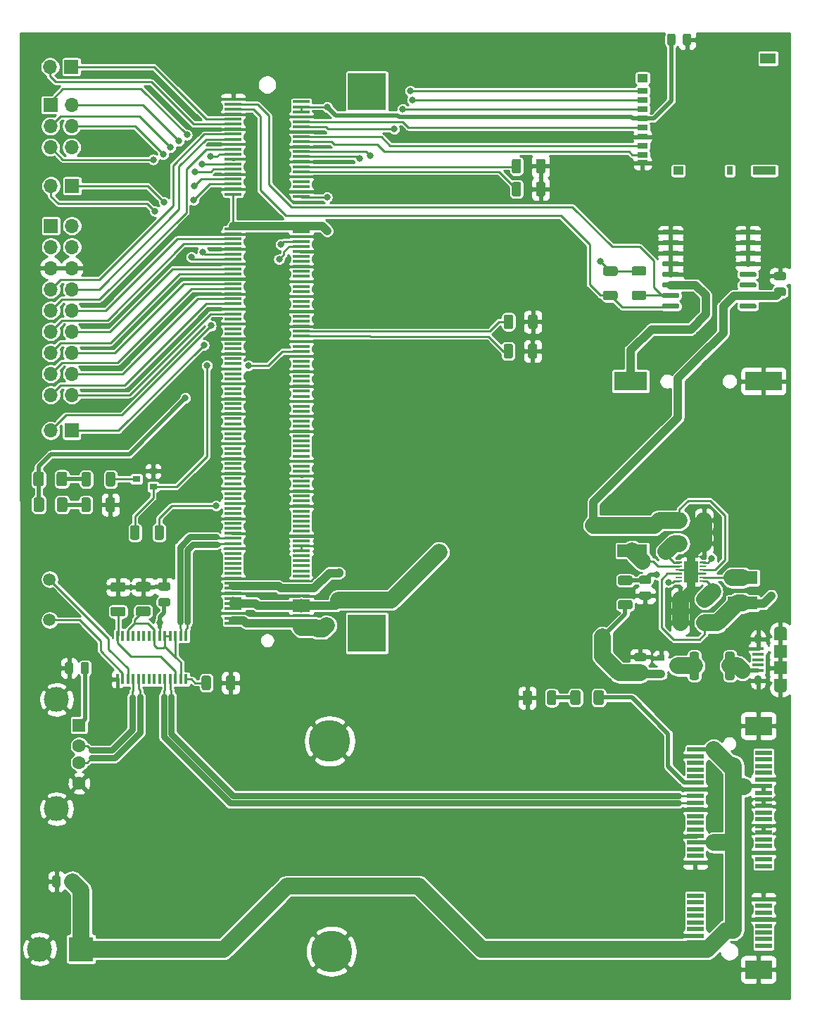
<source format=gbr>
%TF.GenerationSoftware,KiCad,Pcbnew,(5.1.10)-1*%
%TF.CreationDate,2022-07-02T17:03:19+06:00*%
%TF.ProjectId,CM3_IO_Board,434d335f-494f-45f4-926f-6172642e6b69,rev?*%
%TF.SameCoordinates,Original*%
%TF.FileFunction,Copper,L1,Top*%
%TF.FilePolarity,Positive*%
%FSLAX46Y46*%
G04 Gerber Fmt 4.6, Leading zero omitted, Abs format (unit mm)*
G04 Created by KiCad (PCBNEW (5.1.10)-1) date 2022-07-02 17:03:19*
%MOMM*%
%LPD*%
G01*
G04 APERTURE LIST*
%TA.AperFunction,SMDPad,CuDef*%
%ADD10R,2.000000X0.600000*%
%TD*%
%TA.AperFunction,SMDPad,CuDef*%
%ADD11R,3.200000X2.300000*%
%TD*%
%TA.AperFunction,SMDPad,CuDef*%
%ADD12R,2.000000X0.350000*%
%TD*%
%TA.AperFunction,SMDPad,CuDef*%
%ADD13R,4.600000X4.500000*%
%TD*%
%TA.AperFunction,ComponentPad*%
%ADD14R,1.700000X1.700000*%
%TD*%
%TA.AperFunction,ComponentPad*%
%ADD15O,1.700000X1.700000*%
%TD*%
%TA.AperFunction,SMDPad,CuDef*%
%ADD16R,4.400000X2.300000*%
%TD*%
%TA.AperFunction,SMDPad,CuDef*%
%ADD17R,4.000000X2.300000*%
%TD*%
%TA.AperFunction,SMDPad,CuDef*%
%ADD18R,1.350000X0.400000*%
%TD*%
%TA.AperFunction,ComponentPad*%
%ADD19O,0.950000X1.250000*%
%TD*%
%TA.AperFunction,SMDPad,CuDef*%
%ADD20R,1.550000X1.500000*%
%TD*%
%TA.AperFunction,SMDPad,CuDef*%
%ADD21R,1.550000X1.200000*%
%TD*%
%TA.AperFunction,ComponentPad*%
%ADD22O,1.550000X0.890000*%
%TD*%
%TA.AperFunction,ComponentPad*%
%ADD23R,3.000000X3.000000*%
%TD*%
%TA.AperFunction,ComponentPad*%
%ADD24C,3.000000*%
%TD*%
%TA.AperFunction,SMDPad,CuDef*%
%ADD25R,1.200000X0.700000*%
%TD*%
%TA.AperFunction,SMDPad,CuDef*%
%ADD26R,1.200000X1.000000*%
%TD*%
%TA.AperFunction,SMDPad,CuDef*%
%ADD27R,0.800000X1.000000*%
%TD*%
%TA.AperFunction,SMDPad,CuDef*%
%ADD28R,2.800000X1.000000*%
%TD*%
%TA.AperFunction,SMDPad,CuDef*%
%ADD29R,1.900000X1.300000*%
%TD*%
%TA.AperFunction,ComponentPad*%
%ADD30C,1.600000*%
%TD*%
%TA.AperFunction,ComponentPad*%
%ADD31R,1.500000X1.600000*%
%TD*%
%TA.AperFunction,SMDPad,CuDef*%
%ADD32R,3.600000X1.500000*%
%TD*%
%TA.AperFunction,SMDPad,CuDef*%
%ADD33R,0.900000X0.800000*%
%TD*%
%TA.AperFunction,SMDPad,CuDef*%
%ADD34R,0.400000X1.200000*%
%TD*%
%TA.AperFunction,SMDPad,CuDef*%
%ADD35R,1.700000X2.500000*%
%TD*%
%TA.AperFunction,ComponentPad*%
%ADD36C,1.500000*%
%TD*%
%TA.AperFunction,ConnectorPad*%
%ADD37C,5.000000*%
%TD*%
%TA.AperFunction,ComponentPad*%
%ADD38C,2.900000*%
%TD*%
%TA.AperFunction,ViaPad*%
%ADD39C,0.800000*%
%TD*%
%TA.AperFunction,Conductor*%
%ADD40C,2.000000*%
%TD*%
%TA.AperFunction,Conductor*%
%ADD41C,1.000000*%
%TD*%
%TA.AperFunction,Conductor*%
%ADD42C,0.250000*%
%TD*%
%TA.AperFunction,Conductor*%
%ADD43C,0.500000*%
%TD*%
%TA.AperFunction,Conductor*%
%ADD44C,0.750000*%
%TD*%
%TA.AperFunction,Conductor*%
%ADD45C,0.254000*%
%TD*%
%TA.AperFunction,Conductor*%
%ADD46C,0.100000*%
%TD*%
G04 APERTURE END LIST*
D10*
%TO.P,J1,52*%
%TO.N,LTE_3V3*%
X125440000Y-118248000D03*
%TO.P,J1,51*%
%TO.N,Net-(J1-Pad51)*%
X133640000Y-118648000D03*
%TO.P,J1,50*%
%TO.N,GND*%
X125440000Y-119048000D03*
%TO.P,J1,49*%
%TO.N,Net-(J1-Pad49)*%
X133640000Y-119448000D03*
%TO.P,J1,48*%
%TO.N,Net-(J1-Pad48)*%
X125440000Y-119848000D03*
%TO.P,J1,47*%
%TO.N,Net-(J1-Pad47)*%
X133640000Y-120248000D03*
%TO.P,J1,46*%
%TO.N,Net-(J1-Pad46)*%
X125440000Y-120648000D03*
%TO.P,J1,45*%
%TO.N,Net-(J1-Pad45)*%
X133640000Y-121048000D03*
%TO.P,J1,44*%
%TO.N,Net-(J1-Pad44)*%
X125440000Y-121448000D03*
%TO.P,J1,43*%
%TO.N,GND*%
X133640000Y-121848000D03*
%TO.P,J1,42*%
%TO.N,Net-(D3-Pad2)*%
X125440000Y-122248000D03*
%TO.P,J1,41*%
%TO.N,LTE_3V3*%
X133640000Y-122648000D03*
%TO.P,J1,40*%
%TO.N,GND*%
X125440000Y-123048000D03*
%TO.P,J1,39*%
%TO.N,LTE_3V3*%
X133640000Y-123448000D03*
%TO.P,J1,38*%
%TO.N,LTE_P*%
X125440000Y-123848000D03*
%TO.P,J1,37*%
%TO.N,GND*%
X133640000Y-124248000D03*
%TO.P,J1,36*%
%TO.N,LTE_N*%
X125440000Y-124648000D03*
%TO.P,J1,35*%
%TO.N,GND*%
X133640000Y-125048000D03*
%TO.P,J1,34*%
X125440000Y-125448000D03*
%TO.P,J1,33*%
%TO.N,Net-(J1-Pad33)*%
X133640000Y-125848000D03*
%TO.P,J1,32*%
%TO.N,Net-(J1-Pad32)*%
X125440000Y-126248000D03*
%TO.P,J1,31*%
%TO.N,Net-(J1-Pad31)*%
X133640000Y-126648000D03*
%TO.P,J1,30*%
%TO.N,Net-(J1-Pad30)*%
X125440000Y-127048000D03*
%TO.P,J1,29*%
%TO.N,GND*%
X133640000Y-127448000D03*
%TO.P,J1,28*%
%TO.N,Net-(J1-Pad28)*%
X125440000Y-127848000D03*
%TO.P,J1,27*%
%TO.N,GND*%
X133640000Y-128248000D03*
%TO.P,J1,26*%
X125440000Y-128648000D03*
%TO.P,J1,25*%
%TO.N,Net-(J1-Pad25)*%
X133640000Y-129048000D03*
%TO.P,J1,24*%
%TO.N,LTE_3V3*%
X125440000Y-129448000D03*
%TO.P,J1,23*%
%TO.N,Net-(J1-Pad23)*%
X133640000Y-129848000D03*
%TO.P,J1,22*%
%TO.N,Net-(J1-Pad22)*%
X125440000Y-130248000D03*
%TO.P,J1,21*%
%TO.N,GND*%
X133640000Y-130648000D03*
%TO.P,J1,20*%
%TO.N,Net-(J1-Pad20)*%
X125440000Y-131048000D03*
%TO.P,J1,19*%
%TO.N,Net-(J1-Pad19)*%
X133640000Y-131448000D03*
%TO.P,J1,18*%
%TO.N,GND*%
X125440000Y-131848000D03*
%TO.P,J1,17*%
%TO.N,Net-(J1-Pad17)*%
X133640000Y-132248000D03*
%TO.P,J1,16*%
%TO.N,Net-(J1-Pad16)*%
X125440000Y-135848000D03*
%TO.P,J1,15*%
%TO.N,GND*%
X133640000Y-136248000D03*
%TO.P,J1,14*%
%TO.N,Net-(J1-Pad14)*%
X125440000Y-136648000D03*
%TO.P,J1,13*%
%TO.N,Net-(J1-Pad13)*%
X133640000Y-137048000D03*
%TO.P,J1,12*%
%TO.N,Net-(J1-Pad12)*%
X125440000Y-137448000D03*
%TO.P,J1,11*%
%TO.N,Net-(J1-Pad11)*%
X133640000Y-137848000D03*
%TO.P,J1,10*%
%TO.N,Net-(J1-Pad10)*%
X125440000Y-138248000D03*
%TO.P,J1,9*%
%TO.N,GND*%
X133640000Y-138648000D03*
%TO.P,J1,8*%
%TO.N,Net-(J1-Pad8)*%
X125440000Y-139048000D03*
%TO.P,J1,7*%
%TO.N,Net-(J1-Pad7)*%
X133640000Y-139448000D03*
%TO.P,J1,6*%
%TO.N,Net-(J1-Pad6)*%
X125440000Y-139848000D03*
%TO.P,J1,5*%
%TO.N,Net-(J1-Pad5)*%
X133640000Y-140248000D03*
%TO.P,J1,4*%
%TO.N,GND*%
X125440000Y-140648000D03*
%TO.P,J1,3*%
%TO.N,Net-(J1-Pad3)*%
X133640000Y-141048000D03*
%TO.P,J1,2*%
%TO.N,LTE_3V3*%
X125440000Y-141448000D03*
%TO.P,J1,1*%
%TO.N,Net-(J1-Pad1)*%
X133640000Y-141848000D03*
D11*
%TO.P,J1,MP*%
%TO.N,GND*%
X133040000Y-115398000D03*
X133040000Y-144698000D03*
%TD*%
%TO.P,C12,1*%
%TO.N,LTE_3V3*%
%TA.AperFunction,SMDPad,CuDef*%
G36*
G01*
X50980000Y-133637000D02*
X50980000Y-134587000D01*
G75*
G02*
X50730000Y-134837000I-250000J0D01*
G01*
X50230000Y-134837000D01*
G75*
G02*
X49980000Y-134587000I0J250000D01*
G01*
X49980000Y-133637000D01*
G75*
G02*
X50230000Y-133387000I250000J0D01*
G01*
X50730000Y-133387000D01*
G75*
G02*
X50980000Y-133637000I0J-250000D01*
G01*
G37*
%TD.AperFunction*%
%TO.P,C12,2*%
%TO.N,GND*%
%TA.AperFunction,SMDPad,CuDef*%
G36*
G01*
X49080000Y-133637000D02*
X49080000Y-134587000D01*
G75*
G02*
X48830000Y-134837000I-250000J0D01*
G01*
X48330000Y-134837000D01*
G75*
G02*
X48080000Y-134587000I0J250000D01*
G01*
X48080000Y-133637000D01*
G75*
G02*
X48330000Y-133387000I250000J0D01*
G01*
X48830000Y-133387000D01*
G75*
G02*
X49080000Y-133637000I0J-250000D01*
G01*
G37*
%TD.AperFunction*%
%TD*%
D12*
%TO.P,MD1,41*%
%TO.N,+3V3*%
X69835001Y-55675001D03*
%TO.P,MD1,1*%
%TO.N,GND*%
X69835001Y-40075001D03*
D13*
%TO.P,MD1,*%
%TO.N,*%
X85935001Y-39175001D03*
X85935001Y-104275001D03*
D12*
%TO.P,MD1,2*%
%TO.N,Net-(MD1-Pad2)*%
X78035000Y-40375001D03*
%TO.P,MD1,3*%
%TO.N,RTC_SDA*%
X69835001Y-40675001D03*
%TO.P,MD1,4*%
%TO.N,+3V3*%
X78035000Y-40975001D03*
%TO.P,MD1,5*%
%TO.N,RTC_SCL*%
X69835001Y-41275001D03*
%TO.P,MD1,6*%
%TO.N,+3V3*%
X78035000Y-41575001D03*
%TO.P,MD1,7*%
%TO.N,GND*%
X69835001Y-41875001D03*
%TO.P,MD1,8*%
X78035000Y-42175001D03*
%TO.P,MD1,9*%
%TO.N,SDA*%
X69835001Y-42475001D03*
%TO.P,MD1,10*%
%TO.N,SDX_CLK*%
X78035000Y-42775001D03*
%TO.P,MD1,11*%
%TO.N,SCL*%
X69835001Y-43075001D03*
%TO.P,MD1,12*%
%TO.N,SDX_CMD*%
X78035000Y-43375001D03*
%TO.P,MD1,13*%
%TO.N,GND*%
X69835001Y-43675001D03*
%TO.P,MD1,14*%
X78035000Y-43975001D03*
%TO.P,MD1,15*%
%TO.N,GPIO4*%
X69835001Y-44275001D03*
%TO.P,MD1,16*%
%TO.N,SDX_D0*%
X78035000Y-44575001D03*
%TO.P,MD1,17*%
%TO.N,GPIO5*%
X69835001Y-44875001D03*
%TO.P,MD1,18*%
%TO.N,SDX_D1*%
X78035000Y-45175001D03*
%TO.P,MD1,19*%
%TO.N,GND*%
X69835001Y-45475001D03*
%TO.P,MD1,20*%
X78035000Y-45775001D03*
%TO.P,MD1,21*%
%TO.N,GPIO6*%
X69835001Y-46075001D03*
%TO.P,MD1,22*%
%TO.N,SDX_D2*%
X78035000Y-46375001D03*
%TO.P,MD1,23*%
%TO.N,SPI0_CE1_N*%
X69835001Y-46675001D03*
%TO.P,MD1,24*%
%TO.N,SDX_D3*%
X78035000Y-46975001D03*
%TO.P,MD1,25*%
%TO.N,GND*%
X69835001Y-47275001D03*
%TO.P,MD1,26*%
X78035000Y-47575001D03*
%TO.P,MD1,27*%
%TO.N,SPI0_CE0_N*%
X69835001Y-47875001D03*
%TO.P,MD1,28*%
%TO.N,Net-(MD1-Pad28)*%
X78035000Y-48175001D03*
%TO.P,MD1,29*%
%TO.N,SPI0_MISO*%
X69835001Y-48475001D03*
%TO.P,MD1,30*%
%TO.N,Net-(MD1-Pad30)*%
X78035000Y-48775001D03*
%TO.P,MD1,31*%
%TO.N,GND*%
X69835001Y-49075001D03*
%TO.P,MD1,32*%
X78035000Y-49375001D03*
%TO.P,MD1,33*%
%TO.N,SPI0_MOSI*%
X69835001Y-49675001D03*
%TO.P,MD1,34*%
%TO.N,Net-(MD1-Pad34)*%
X78035000Y-49975001D03*
%TO.P,MD1,35*%
%TO.N,SPI0_SCLK*%
X69835001Y-50275001D03*
%TO.P,MD1,36*%
%TO.N,Net-(MD1-Pad36)*%
X78035000Y-50575001D03*
%TO.P,MD1,37*%
%TO.N,GND*%
X69835001Y-50875001D03*
%TO.P,MD1,38*%
X78035000Y-51175001D03*
%TO.P,MD1,39*%
%TO.N,+3V3*%
X69835001Y-51475001D03*
%TO.P,MD1,40*%
X78035000Y-51775001D03*
%TO.P,MD1,42*%
X78035000Y-55975001D03*
%TO.P,MD1,43*%
%TO.N,GND*%
X69835001Y-56275001D03*
%TO.P,MD1,44*%
X78035000Y-56575001D03*
%TO.P,MD1,45*%
%TO.N,GPIO12*%
X69835001Y-56875001D03*
%TO.P,MD1,46*%
%TO.N,TXD1*%
X78035000Y-57175001D03*
%TO.P,MD1,47*%
%TO.N,GPIO13*%
X69835001Y-57475001D03*
%TO.P,MD1,48*%
%TO.N,RXD1*%
X78035000Y-57775001D03*
%TO.P,MD1,49*%
%TO.N,GND*%
X69835001Y-58075001D03*
%TO.P,MD1,50*%
X78035000Y-58375001D03*
%TO.P,MD1,51*%
%TO.N,TXD0*%
X69835001Y-58675001D03*
%TO.P,MD1,52*%
%TO.N,Net-(MD1-Pad52)*%
X78035000Y-58975001D03*
%TO.P,MD1,53*%
%TO.N,RXD0*%
X69835001Y-59275001D03*
%TO.P,MD1,54*%
%TO.N,Net-(MD1-Pad54)*%
X78035000Y-59575001D03*
%TO.P,MD1,55*%
%TO.N,GND*%
X69835001Y-59875001D03*
%TO.P,MD1,56*%
X78035000Y-60175001D03*
%TO.P,MD1,57*%
%TO.N,GPIO16*%
X69835001Y-60475001D03*
%TO.P,MD1,58*%
%TO.N,Net-(MD1-Pad58)*%
X78035000Y-60775001D03*
%TO.P,MD1,59*%
%TO.N,GPIO17*%
X69835001Y-61075001D03*
%TO.P,MD1,60*%
%TO.N,Net-(MD1-Pad60)*%
X78035000Y-61375001D03*
%TO.P,MD1,61*%
%TO.N,GND*%
X69835001Y-61675001D03*
%TO.P,MD1,62*%
X78035000Y-61975001D03*
%TO.P,MD1,63*%
%TO.N,GPIO18*%
X69835001Y-62275001D03*
%TO.P,MD1,64*%
%TO.N,Net-(MD1-Pad64)*%
X78035000Y-62575001D03*
%TO.P,MD1,65*%
%TO.N,GPIO19*%
X69835001Y-62875001D03*
%TO.P,MD1,66*%
%TO.N,Net-(MD1-Pad66)*%
X78035000Y-63175001D03*
%TO.P,MD1,67*%
%TO.N,GND*%
X69835001Y-63475001D03*
%TO.P,MD1,68*%
X78035000Y-63775001D03*
%TO.P,MD1,69*%
%TO.N,GPIO20*%
X69835001Y-64075001D03*
%TO.P,MD1,70*%
%TO.N,Net-(MD1-Pad70)*%
X78035000Y-64375001D03*
%TO.P,MD1,71*%
%TO.N,GPIO21*%
X69835001Y-64675001D03*
%TO.P,MD1,72*%
%TO.N,Net-(MD1-Pad72)*%
X78035000Y-64975001D03*
%TO.P,MD1,73*%
%TO.N,GND*%
X69835001Y-65275001D03*
%TO.P,MD1,74*%
X78035000Y-65575001D03*
%TO.P,MD1,75*%
%TO.N,GPIO22*%
X69835001Y-65875001D03*
%TO.P,MD1,76*%
%TO.N,Net-(MD1-Pad76)*%
X78035000Y-66175001D03*
%TO.P,MD1,77*%
%TO.N,Net-(MD1-Pad77)*%
X69835001Y-66475001D03*
%TO.P,MD1,78*%
%TO.N,Net-(MD1-Pad78)*%
X78035000Y-66775001D03*
%TO.P,MD1,79*%
%TO.N,GND*%
X69835001Y-67075001D03*
%TO.P,MD1,80*%
X78035000Y-67375001D03*
%TO.P,MD1,81*%
%TO.N,Net-(MD1-Pad81)*%
X69835001Y-67675001D03*
%TO.P,MD1,82*%
%TO.N,Net-(MD1-Pad82)*%
X78035000Y-67975001D03*
%TO.P,MD1,83*%
%TO.N,Net-(MD1-Pad83)*%
X69835001Y-68275001D03*
%TO.P,MD1,84*%
%TO.N,Net-(MD1-Pad84)*%
X78035000Y-68575001D03*
%TO.P,MD1,85*%
%TO.N,GND*%
X69835001Y-68875001D03*
%TO.P,MD1,86*%
X78035000Y-69175001D03*
%TO.P,MD1,87*%
%TO.N,Net-(MD1-Pad87)*%
X69835001Y-69475001D03*
%TO.P,MD1,88*%
%TO.N,Net-(MD1-Pad88)*%
X78035000Y-69775001D03*
%TO.P,MD1,89*%
%TO.N,Net-(MD1-Pad89)*%
X69835001Y-70075001D03*
%TO.P,MD1,90*%
%TO.N,EMMC_EN_N_1V8*%
X78035000Y-70375001D03*
%TO.P,MD1,91*%
%TO.N,GND*%
X69835001Y-70675001D03*
%TO.P,MD1,92*%
X78035000Y-70975001D03*
%TO.P,MD1,93*%
%TO.N,Net-(MD1-Pad93)*%
X69835001Y-71275001D03*
%TO.P,MD1,94*%
%TO.N,Net-(MD1-Pad94)*%
X78035000Y-71575001D03*
%TO.P,MD1,95*%
%TO.N,Net-(MD1-Pad95)*%
X69835001Y-71875001D03*
%TO.P,MD1,96*%
%TO.N,Net-(MD1-Pad96)*%
X78035000Y-72175001D03*
%TO.P,MD1,97*%
%TO.N,GND*%
X69835001Y-72475001D03*
%TO.P,MD1,98*%
X78035000Y-72775001D03*
%TO.P,MD1,99*%
%TO.N,Net-(MD1-Pad99)*%
X69835001Y-73075001D03*
%TO.P,MD1,100*%
%TO.N,Net-(MD1-Pad100)*%
X78035000Y-73375001D03*
%TO.P,MD1,101*%
%TO.N,Net-(MD1-Pad101)*%
X69835001Y-73675001D03*
%TO.P,MD1,102*%
%TO.N,Net-(MD1-Pad102)*%
X78035000Y-73975001D03*
%TO.P,MD1,103*%
%TO.N,GND*%
X69835001Y-74275001D03*
%TO.P,MD1,104*%
X78035000Y-74575001D03*
%TO.P,MD1,105*%
%TO.N,Net-(MD1-Pad105)*%
X69835001Y-74875001D03*
%TO.P,MD1,106*%
%TO.N,Net-(MD1-Pad106)*%
X78035000Y-75175001D03*
%TO.P,MD1,107*%
%TO.N,Net-(MD1-Pad107)*%
X69835001Y-75475001D03*
%TO.P,MD1,108*%
%TO.N,Net-(MD1-Pad108)*%
X78035000Y-75775001D03*
%TO.P,MD1,109*%
%TO.N,GND*%
X69835001Y-76075001D03*
%TO.P,MD1,110*%
X78035000Y-76375001D03*
%TO.P,MD1,111*%
%TO.N,Net-(MD1-Pad111)*%
X69835001Y-76675001D03*
%TO.P,MD1,112*%
%TO.N,Net-(MD1-Pad112)*%
X78035000Y-76975001D03*
%TO.P,MD1,113*%
%TO.N,Net-(MD1-Pad113)*%
X69835001Y-77275001D03*
%TO.P,MD1,114*%
%TO.N,Net-(MD1-Pad114)*%
X78035000Y-77575001D03*
%TO.P,MD1,115*%
%TO.N,GND*%
X69835001Y-77875001D03*
%TO.P,MD1,116*%
X78035000Y-78175001D03*
%TO.P,MD1,117*%
%TO.N,Net-(MD1-Pad117)*%
X69835001Y-78475001D03*
%TO.P,MD1,118*%
%TO.N,Net-(MD1-Pad118)*%
X78035000Y-78775001D03*
%TO.P,MD1,119*%
%TO.N,Net-(MD1-Pad119)*%
X69835001Y-79075001D03*
%TO.P,MD1,120*%
%TO.N,Net-(MD1-Pad120)*%
X78035000Y-79375001D03*
%TO.P,MD1,121*%
%TO.N,GND*%
X69835001Y-79675001D03*
%TO.P,MD1,122*%
X78035000Y-79975001D03*
%TO.P,MD1,123*%
%TO.N,Net-(MD1-Pad123)*%
X69835001Y-80275001D03*
%TO.P,MD1,124*%
%TO.N,Net-(MD1-Pad124)*%
X78035000Y-80575001D03*
%TO.P,MD1,125*%
%TO.N,Net-(MD1-Pad125)*%
X69835001Y-80875001D03*
%TO.P,MD1,126*%
%TO.N,Net-(MD1-Pad126)*%
X78035000Y-81175001D03*
%TO.P,MD1,127*%
%TO.N,GND*%
X69835001Y-81475001D03*
%TO.P,MD1,128*%
%TO.N,Net-(MD1-Pad128)*%
X78035000Y-81775001D03*
%TO.P,MD1,129*%
%TO.N,Net-(MD1-Pad129)*%
X69835001Y-82075001D03*
%TO.P,MD1,130*%
%TO.N,Net-(MD1-Pad130)*%
X78035000Y-82375001D03*
%TO.P,MD1,131*%
%TO.N,Net-(MD1-Pad131)*%
X69835001Y-82675001D03*
%TO.P,MD1,132*%
%TO.N,Net-(MD1-Pad132)*%
X78035000Y-82975001D03*
%TO.P,MD1,133*%
%TO.N,GND*%
X69835001Y-83275001D03*
%TO.P,MD1,134*%
X78035000Y-83575001D03*
%TO.P,MD1,135*%
%TO.N,Net-(MD1-Pad135)*%
X69835001Y-83875001D03*
%TO.P,MD1,136*%
%TO.N,Net-(MD1-Pad136)*%
X78035000Y-84175001D03*
%TO.P,MD1,137*%
%TO.N,Net-(MD1-Pad137)*%
X69835001Y-84475001D03*
%TO.P,MD1,138*%
%TO.N,Net-(MD1-Pad138)*%
X78035000Y-84775001D03*
%TO.P,MD1,139*%
%TO.N,GND*%
X69835001Y-85075001D03*
%TO.P,MD1,140*%
X78035000Y-85375001D03*
%TO.P,MD1,141*%
%TO.N,Net-(MD1-Pad141)*%
X69835001Y-85675001D03*
%TO.P,MD1,142*%
%TO.N,Net-(MD1-Pad142)*%
X78035000Y-85975001D03*
%TO.P,MD1,143*%
%TO.N,Net-(MD1-Pad143)*%
X69835001Y-86275001D03*
%TO.P,MD1,144*%
%TO.N,Net-(MD1-Pad144)*%
X78035000Y-86575001D03*
%TO.P,MD1,145*%
%TO.N,GND*%
X69835001Y-86875001D03*
%TO.P,MD1,146*%
X78035000Y-87175001D03*
%TO.P,MD1,147*%
%TO.N,Net-(MD1-Pad147)*%
X69835001Y-87475001D03*
%TO.P,MD1,148*%
%TO.N,Net-(MD1-Pad148)*%
X78035000Y-87775001D03*
%TO.P,MD1,149*%
%TO.N,Net-(MD1-Pad149)*%
X69835001Y-88075001D03*
%TO.P,MD1,150*%
%TO.N,Net-(MD1-Pad150)*%
X78035000Y-88375001D03*
%TO.P,MD1,151*%
%TO.N,GND*%
X69835001Y-88675001D03*
%TO.P,MD1,152*%
X78035000Y-88975001D03*
%TO.P,MD1,153*%
%TO.N,Net-(MD1-Pad153)*%
X69835001Y-89275001D03*
%TO.P,MD1,154*%
%TO.N,Net-(MD1-Pad154)*%
X78035000Y-89575001D03*
%TO.P,MD1,155*%
%TO.N,Net-(MD1-Pad155)*%
X69835001Y-89875001D03*
%TO.P,MD1,156*%
%TO.N,Net-(MD1-Pad156)*%
X78035000Y-90175001D03*
%TO.P,MD1,157*%
%TO.N,GND*%
X69835001Y-90475001D03*
%TO.P,MD1,158*%
%TO.N,Net-(MD1-Pad158)*%
X78035000Y-90775001D03*
%TO.P,MD1,159*%
%TO.N,Net-(MD1-Pad159)*%
X69835001Y-91075001D03*
%TO.P,MD1,160*%
%TO.N,Net-(MD1-Pad160)*%
X78035000Y-91375001D03*
%TO.P,MD1,161*%
%TO.N,Net-(MD1-Pad161)*%
X69835001Y-91675001D03*
%TO.P,MD1,162*%
%TO.N,Net-(MD1-Pad162)*%
X78035000Y-91975001D03*
%TO.P,MD1,163*%
%TO.N,GND*%
X69835001Y-92275001D03*
%TO.P,MD1,164*%
X78035000Y-92575001D03*
%TO.P,MD1,165*%
%TO.N,USB_UP_P*%
X69835001Y-92875001D03*
%TO.P,MD1,166*%
%TO.N,Net-(MD1-Pad166)*%
X78035000Y-93175001D03*
%TO.P,MD1,167*%
%TO.N,USB_UP_N*%
X69835001Y-93475001D03*
%TO.P,MD1,168*%
%TO.N,GND*%
X78035000Y-93775001D03*
%TO.P,MD1,169*%
X69835001Y-94075001D03*
%TO.P,MD1,170*%
X78035000Y-94375001D03*
%TO.P,MD1,171*%
%TO.N,Net-(MD1-Pad171)*%
X69835001Y-94675001D03*
%TO.P,MD1,172*%
%TO.N,Net-(MD1-Pad172)*%
X78035000Y-94975001D03*
%TO.P,MD1,173*%
%TO.N,Net-(MD1-Pad173)*%
X69835001Y-95275001D03*
%TO.P,MD1,174*%
%TO.N,Net-(MD1-Pad174)*%
X78035000Y-95575001D03*
%TO.P,MD1,175*%
%TO.N,Net-(MD1-Pad175)*%
X69835001Y-95875001D03*
%TO.P,MD1,176*%
%TO.N,Net-(MD1-Pad176)*%
X78035000Y-96175001D03*
%TO.P,MD1,177*%
%TO.N,Net-(MD1-Pad177)*%
X69835001Y-96475001D03*
%TO.P,MD1,178*%
%TO.N,Net-(MD1-Pad178)*%
X78035000Y-96775001D03*
%TO.P,MD1,179*%
%TO.N,Net-(MD1-Pad179)*%
X69835001Y-97075001D03*
%TO.P,MD1,180*%
%TO.N,Net-(MD1-Pad180)*%
X78035000Y-97375001D03*
%TO.P,MD1,181*%
%TO.N,GND*%
X69835001Y-97675001D03*
%TO.P,MD1,182*%
X78035000Y-97975001D03*
%TO.P,MD1,183*%
%TO.N,+1V8*%
X69835001Y-98275001D03*
%TO.P,MD1,184*%
X78035000Y-98575001D03*
%TO.P,MD1,185*%
X69835001Y-98875001D03*
%TO.P,MD1,186*%
X78035000Y-99175001D03*
%TO.P,MD1,187*%
%TO.N,GND*%
X69835001Y-99475001D03*
%TO.P,MD1,188*%
X78035000Y-99775001D03*
%TO.P,MD1,189*%
%TO.N,+3V3*%
X69835001Y-100075001D03*
%TO.P,MD1,190*%
X78035000Y-100375001D03*
%TO.P,MD1,191*%
X69835001Y-100675001D03*
%TO.P,MD1,192*%
X78035000Y-100975001D03*
%TO.P,MD1,193*%
X69835001Y-101275001D03*
%TO.P,MD1,194*%
X78035000Y-101575001D03*
%TO.P,MD1,195*%
%TO.N,GND*%
X69835001Y-101875001D03*
%TO.P,MD1,196*%
X78035000Y-102175001D03*
%TO.P,MD1,197*%
%TO.N,+5V*%
X69835001Y-102475001D03*
%TO.P,MD1,198*%
X78035000Y-102775001D03*
%TO.P,MD1,199*%
X69835001Y-103075001D03*
%TO.P,MD1,200*%
X78035000Y-103375001D03*
%TD*%
D14*
%TO.P,J4,1*%
%TO.N,+5V*%
X47900000Y-55300000D03*
D15*
%TO.P,J4,2*%
%TO.N,+3V3*%
X50440000Y-55300000D03*
%TO.P,J4,3*%
%TO.N,+5V*%
X47900000Y-57840000D03*
%TO.P,J4,4*%
%TO.N,+3V3*%
X50440000Y-57840000D03*
%TO.P,J4,5*%
%TO.N,GND*%
X47900000Y-60380000D03*
%TO.P,J4,6*%
X50440000Y-60380000D03*
%TO.P,J4,7*%
%TO.N,GPIO4*%
X47900000Y-62920000D03*
%TO.P,J4,8*%
%TO.N,GPIO5*%
X50440000Y-62920000D03*
%TO.P,J4,9*%
%TO.N,GPIO6*%
X47900000Y-65460000D03*
%TO.P,J4,10*%
%TO.N,GPIO12*%
X50440000Y-65460000D03*
%TO.P,J4,11*%
%TO.N,GPIO13*%
X47900000Y-68000000D03*
%TO.P,J4,12*%
%TO.N,GPIO16*%
X50440000Y-68000000D03*
%TO.P,J4,13*%
%TO.N,GPIO17*%
X47900000Y-70540000D03*
%TO.P,J4,14*%
%TO.N,GPIO18*%
X50440000Y-70540000D03*
%TO.P,J4,15*%
%TO.N,GPIO19*%
X47900000Y-73080000D03*
%TO.P,J4,16*%
%TO.N,GPIO20*%
X50440000Y-73080000D03*
%TO.P,J4,17*%
%TO.N,GPIO21*%
X47900000Y-75620000D03*
%TO.P,J4,18*%
%TO.N,GPIO22*%
X50440000Y-75620000D03*
%TD*%
%TO.P,R5,2*%
%TO.N,EMMC_EN_N_1V8*%
%TA.AperFunction,SMDPad,CuDef*%
G36*
G01*
X58580000Y-91544999D02*
X58580000Y-92795001D01*
G75*
G02*
X58330001Y-93045000I-249999J0D01*
G01*
X57704999Y-93045000D01*
G75*
G02*
X57455000Y-92795001I0J249999D01*
G01*
X57455000Y-91544999D01*
G75*
G02*
X57704999Y-91295000I249999J0D01*
G01*
X58330001Y-91295000D01*
G75*
G02*
X58580000Y-91544999I0J-249999D01*
G01*
G37*
%TD.AperFunction*%
%TO.P,R5,1*%
%TO.N,+1V8*%
%TA.AperFunction,SMDPad,CuDef*%
G36*
G01*
X61505000Y-91544999D02*
X61505000Y-92795001D01*
G75*
G02*
X61255001Y-93045000I-249999J0D01*
G01*
X60629999Y-93045000D01*
G75*
G02*
X60380000Y-92795001I0J249999D01*
G01*
X60380000Y-91544999D01*
G75*
G02*
X60629999Y-91295000I249999J0D01*
G01*
X61255001Y-91295000D01*
G75*
G02*
X61505000Y-91544999I0J-249999D01*
G01*
G37*
%TD.AperFunction*%
%TD*%
D14*
%TO.P,J3,1*%
%TO.N,SPI0_CE1_N*%
X47860000Y-40760000D03*
D15*
%TO.P,J3,2*%
%TO.N,SPI0_CE0_N*%
X50400000Y-40760000D03*
%TO.P,J3,3*%
%TO.N,SPI0_MISO*%
X47860000Y-43300000D03*
%TO.P,J3,4*%
%TO.N,SPI0_MOSI*%
X50400000Y-43300000D03*
%TO.P,J3,5*%
%TO.N,SPI0_SCLK*%
X47860000Y-45840000D03*
%TO.P,J3,6*%
%TO.N,Net-(J3-Pad6)*%
X50400000Y-45840000D03*
%TD*%
D16*
%TO.P,BT1,2*%
%TO.N,GND*%
X133650000Y-73980000D03*
D17*
%TO.P,BT1,1*%
%TO.N,Net-(BT1-Pad1)*%
X117650000Y-73980000D03*
%TD*%
%TO.P,C3,1*%
%TO.N,+5V*%
%TA.AperFunction,SMDPad,CuDef*%
G36*
G01*
X62035000Y-101050000D02*
X61085000Y-101050000D01*
G75*
G02*
X60835000Y-100800000I0J250000D01*
G01*
X60835000Y-100300000D01*
G75*
G02*
X61085000Y-100050000I250000J0D01*
G01*
X62035000Y-100050000D01*
G75*
G02*
X62285000Y-100300000I0J-250000D01*
G01*
X62285000Y-100800000D01*
G75*
G02*
X62035000Y-101050000I-250000J0D01*
G01*
G37*
%TD.AperFunction*%
%TO.P,C3,2*%
%TO.N,GND*%
%TA.AperFunction,SMDPad,CuDef*%
G36*
G01*
X62035000Y-99150000D02*
X61085000Y-99150000D01*
G75*
G02*
X60835000Y-98900000I0J250000D01*
G01*
X60835000Y-98400000D01*
G75*
G02*
X61085000Y-98150000I250000J0D01*
G01*
X62035000Y-98150000D01*
G75*
G02*
X62285000Y-98400000I0J-250000D01*
G01*
X62285000Y-98900000D01*
G75*
G02*
X62035000Y-99150000I-250000J0D01*
G01*
G37*
%TD.AperFunction*%
%TD*%
%TO.P,C4,1*%
%TO.N,+3V3*%
%TA.AperFunction,SMDPad,CuDef*%
G36*
G01*
X136105000Y-63730000D02*
X135155000Y-63730000D01*
G75*
G02*
X134905000Y-63480000I0J250000D01*
G01*
X134905000Y-62980000D01*
G75*
G02*
X135155000Y-62730000I250000J0D01*
G01*
X136105000Y-62730000D01*
G75*
G02*
X136355000Y-62980000I0J-250000D01*
G01*
X136355000Y-63480000D01*
G75*
G02*
X136105000Y-63730000I-250000J0D01*
G01*
G37*
%TD.AperFunction*%
%TO.P,C4,2*%
%TO.N,GND*%
%TA.AperFunction,SMDPad,CuDef*%
G36*
G01*
X136105000Y-61830000D02*
X135155000Y-61830000D01*
G75*
G02*
X134905000Y-61580000I0J250000D01*
G01*
X134905000Y-61080000D01*
G75*
G02*
X135155000Y-60830000I250000J0D01*
G01*
X136105000Y-60830000D01*
G75*
G02*
X136355000Y-61080000I0J-250000D01*
G01*
X136355000Y-61580000D01*
G75*
G02*
X136105000Y-61830000I-250000J0D01*
G01*
G37*
%TD.AperFunction*%
%TD*%
%TO.P,C5,2*%
%TO.N,GND*%
%TA.AperFunction,SMDPad,CuDef*%
G36*
G01*
X119285000Y-107640000D02*
X118335000Y-107640000D01*
G75*
G02*
X118085000Y-107390000I0J250000D01*
G01*
X118085000Y-106890000D01*
G75*
G02*
X118335000Y-106640000I250000J0D01*
G01*
X119285000Y-106640000D01*
G75*
G02*
X119535000Y-106890000I0J-250000D01*
G01*
X119535000Y-107390000D01*
G75*
G02*
X119285000Y-107640000I-250000J0D01*
G01*
G37*
%TD.AperFunction*%
%TO.P,C5,1*%
%TO.N,+5V*%
%TA.AperFunction,SMDPad,CuDef*%
G36*
G01*
X119285000Y-109540000D02*
X118335000Y-109540000D01*
G75*
G02*
X118085000Y-109290000I0J250000D01*
G01*
X118085000Y-108790000D01*
G75*
G02*
X118335000Y-108540000I250000J0D01*
G01*
X119285000Y-108540000D01*
G75*
G02*
X119535000Y-108790000I0J-250000D01*
G01*
X119535000Y-109290000D01*
G75*
G02*
X119285000Y-109540000I-250000J0D01*
G01*
G37*
%TD.AperFunction*%
%TD*%
%TO.P,C7,1*%
%TO.N,Net-(C7-Pad1)*%
%TA.AperFunction,SMDPad,CuDef*%
G36*
G01*
X118925000Y-97350000D02*
X119875000Y-97350000D01*
G75*
G02*
X120125000Y-97600000I0J-250000D01*
G01*
X120125000Y-98100000D01*
G75*
G02*
X119875000Y-98350000I-250000J0D01*
G01*
X118925000Y-98350000D01*
G75*
G02*
X118675000Y-98100000I0J250000D01*
G01*
X118675000Y-97600000D01*
G75*
G02*
X118925000Y-97350000I250000J0D01*
G01*
G37*
%TD.AperFunction*%
%TO.P,C7,2*%
%TO.N,GND*%
%TA.AperFunction,SMDPad,CuDef*%
G36*
G01*
X118925000Y-99250000D02*
X119875000Y-99250000D01*
G75*
G02*
X120125000Y-99500000I0J-250000D01*
G01*
X120125000Y-100000000D01*
G75*
G02*
X119875000Y-100250000I-250000J0D01*
G01*
X118925000Y-100250000D01*
G75*
G02*
X118675000Y-100000000I0J250000D01*
G01*
X118675000Y-99500000D01*
G75*
G02*
X118925000Y-99250000I250000J0D01*
G01*
G37*
%TD.AperFunction*%
%TD*%
%TO.P,C11,2*%
%TO.N,GND*%
%TA.AperFunction,SMDPad,CuDef*%
G36*
G01*
X123950000Y-33375000D02*
X123950000Y-32425000D01*
G75*
G02*
X124200000Y-32175000I250000J0D01*
G01*
X124700000Y-32175000D01*
G75*
G02*
X124950000Y-32425000I0J-250000D01*
G01*
X124950000Y-33375000D01*
G75*
G02*
X124700000Y-33625000I-250000J0D01*
G01*
X124200000Y-33625000D01*
G75*
G02*
X123950000Y-33375000I0J250000D01*
G01*
G37*
%TD.AperFunction*%
%TO.P,C11,1*%
%TO.N,+3V3*%
%TA.AperFunction,SMDPad,CuDef*%
G36*
G01*
X122050000Y-33375000D02*
X122050000Y-32425000D01*
G75*
G02*
X122300000Y-32175000I250000J0D01*
G01*
X122800000Y-32175000D01*
G75*
G02*
X123050000Y-32425000I0J-250000D01*
G01*
X123050000Y-33375000D01*
G75*
G02*
X122800000Y-33625000I-250000J0D01*
G01*
X122300000Y-33625000D01*
G75*
G02*
X122050000Y-33375000I0J250000D01*
G01*
G37*
%TD.AperFunction*%
%TD*%
%TO.P,C13,2*%
%TO.N,GND*%
%TA.AperFunction,SMDPad,CuDef*%
G36*
G01*
X50604000Y-107983000D02*
X50604000Y-108933000D01*
G75*
G02*
X50354000Y-109183000I-250000J0D01*
G01*
X49854000Y-109183000D01*
G75*
G02*
X49604000Y-108933000I0J250000D01*
G01*
X49604000Y-107983000D01*
G75*
G02*
X49854000Y-107733000I250000J0D01*
G01*
X50354000Y-107733000D01*
G75*
G02*
X50604000Y-107983000I0J-250000D01*
G01*
G37*
%TD.AperFunction*%
%TO.P,C13,1*%
%TO.N,+5V*%
%TA.AperFunction,SMDPad,CuDef*%
G36*
G01*
X52504000Y-107983000D02*
X52504000Y-108933000D01*
G75*
G02*
X52254000Y-109183000I-250000J0D01*
G01*
X51754000Y-109183000D01*
G75*
G02*
X51504000Y-108933000I0J250000D01*
G01*
X51504000Y-107983000D01*
G75*
G02*
X51754000Y-107733000I250000J0D01*
G01*
X52254000Y-107733000D01*
G75*
G02*
X52504000Y-107983000I0J-250000D01*
G01*
G37*
%TD.AperFunction*%
%TD*%
%TO.P,F1,1*%
%TO.N,Net-(F1-Pad1)*%
%TA.AperFunction,SMDPad,CuDef*%
G36*
G01*
X124760000Y-109650001D02*
X124760000Y-106749999D01*
G75*
G02*
X125009999Y-106500000I249999J0D01*
G01*
X125635001Y-106500000D01*
G75*
G02*
X125885000Y-106749999I0J-249999D01*
G01*
X125885000Y-109650001D01*
G75*
G02*
X125635001Y-109900000I-249999J0D01*
G01*
X125009999Y-109900000D01*
G75*
G02*
X124760000Y-109650001I0J249999D01*
G01*
G37*
%TD.AperFunction*%
%TO.P,F1,2*%
%TO.N,Net-(F1-Pad2)*%
%TA.AperFunction,SMDPad,CuDef*%
G36*
G01*
X129035000Y-109650001D02*
X129035000Y-106749999D01*
G75*
G02*
X129284999Y-106500000I249999J0D01*
G01*
X129910001Y-106500000D01*
G75*
G02*
X130160000Y-106749999I0J-249999D01*
G01*
X130160000Y-109650001D01*
G75*
G02*
X129910001Y-109900000I-249999J0D01*
G01*
X129284999Y-109900000D01*
G75*
G02*
X129035000Y-109650001I0J249999D01*
G01*
G37*
%TD.AperFunction*%
%TD*%
D18*
%TO.P,J2,1*%
%TO.N,Net-(F1-Pad2)*%
X132984000Y-108742000D03*
%TO.P,J2,2*%
%TO.N,Net-(J2-Pad2)*%
X132984000Y-108092000D03*
%TO.P,J2,3*%
%TO.N,Net-(J2-Pad3)*%
X132984000Y-107442000D03*
%TO.P,J2,4*%
%TO.N,Net-(J2-Pad4)*%
X132984000Y-106792000D03*
%TO.P,J2,5*%
%TO.N,GND*%
X132984000Y-106142000D03*
D19*
%TO.P,J2,6*%
X132984000Y-109942000D03*
X132984000Y-104942000D03*
D20*
X135684000Y-108442000D03*
X135684000Y-106442000D03*
D21*
X135684000Y-110342000D03*
X135684000Y-104542000D03*
D22*
X135684000Y-110942000D03*
X135684000Y-103942000D03*
%TD*%
D14*
%TO.P,J5,1*%
%TO.N,SDA*%
X50360000Y-36180000D03*
D15*
%TO.P,J5,2*%
%TO.N,SCL*%
X47820000Y-36180000D03*
%TD*%
%TO.P,J6,2*%
%TO.N,RXD0*%
X47920000Y-50490000D03*
D14*
%TO.P,J6,1*%
%TO.N,TXD0*%
X50460000Y-50490000D03*
%TD*%
D23*
%TO.P,J7,1*%
%TO.N,LTE_3V3*%
X51562000Y-142240000D03*
D24*
%TO.P,J7,2*%
%TO.N,GND*%
X46562000Y-142240000D03*
%TD*%
D25*
%TO.P,J8,9*%
%TO.N,GND*%
X119095000Y-47725000D03*
%TO.P,J8,8*%
%TO.N,SDX_D1*%
X119095000Y-46775000D03*
%TO.P,J8,1*%
%TO.N,SDX_D2*%
X119095000Y-39075000D03*
%TO.P,J8,2*%
%TO.N,SDX_D3*%
X119095000Y-40175000D03*
%TO.P,J8,3*%
%TO.N,SDX_CMD*%
X119095000Y-41275000D03*
%TO.P,J8,4*%
%TO.N,+3V3*%
X119095000Y-42375000D03*
%TO.P,J8,5*%
%TO.N,SDX_CLK*%
X119095000Y-43475000D03*
%TO.P,J8,6*%
%TO.N,GND*%
X119095000Y-44575000D03*
%TO.P,J8,7*%
%TO.N,SDX_D0*%
X119095000Y-45675000D03*
D26*
%TO.P,J8,11*%
%TO.N,N/C*%
X119095000Y-37525000D03*
X123395000Y-48675000D03*
D27*
%TO.P,J8,10*%
X129595000Y-48675000D03*
D28*
%TO.P,J8,11*%
X133745000Y-48675000D03*
D29*
X134195000Y-35175000D03*
%TD*%
D30*
%TO.P,J11,4*%
%TO.N,GND*%
X51308000Y-122316000D03*
%TO.P,J11,3*%
%TO.N,USB3_P*%
X51308000Y-119816000D03*
%TO.P,J11,2*%
%TO.N,USB3_N*%
X51308000Y-117816000D03*
D31*
%TO.P,J11,1*%
%TO.N,+5V*%
X51308000Y-115316000D03*
D24*
%TO.P,J11,5*%
%TO.N,GND*%
X48598000Y-125386000D03*
X48598000Y-112246000D03*
%TD*%
D32*
%TO.P,L1,2*%
%TO.N,+1V8*%
X131160000Y-100655000D03*
%TO.P,L1,1*%
%TO.N,Net-(L1-Pad1)*%
X131160000Y-97605000D03*
%TD*%
%TO.P,L2,1*%
%TO.N,Net-(L2-Pad1)*%
X117860000Y-94355000D03*
%TO.P,L2,2*%
%TO.N,+3V3*%
X117860000Y-91305000D03*
%TD*%
D33*
%TO.P,Q1,3*%
%TO.N,Net-(Q1-Pad3)*%
X58210000Y-85730000D03*
%TO.P,Q1,2*%
%TO.N,GND*%
X60210000Y-84780000D03*
%TO.P,Q1,1*%
%TO.N,EMMC_EN_N_1V8*%
X60210000Y-86680000D03*
%TD*%
%TO.P,Q2,1*%
%TO.N,GND*%
X121310000Y-107240000D03*
%TO.P,Q2,2*%
%TO.N,+5V*%
X121310000Y-109140000D03*
%TO.P,Q2,3*%
%TO.N,Net-(F1-Pad1)*%
X123310000Y-108190000D03*
%TD*%
D34*
%TO.P,U1,1*%
%TO.N,GND*%
X55932500Y-109800000D03*
%TO.P,U1,2*%
%TO.N,Net-(U1-Pad2)*%
X56567500Y-109800000D03*
%TO.P,U1,3*%
%TO.N,Net-(U1-Pad3)*%
X57202500Y-109800000D03*
%TO.P,U1,4*%
%TO.N,USB3_N*%
X57837500Y-109800000D03*
%TO.P,U1,5*%
%TO.N,USB3_P*%
X58472500Y-109800000D03*
%TO.P,U1,6*%
%TO.N,Net-(U1-Pad6)*%
X59107500Y-109800000D03*
%TO.P,U1,7*%
%TO.N,Net-(U1-Pad7)*%
X59742500Y-109800000D03*
%TO.P,U1,8*%
%TO.N,Net-(U1-Pad8)*%
X60377500Y-109800000D03*
%TO.P,U1,9*%
%TO.N,Net-(U1-Pad9)*%
X61012500Y-109800000D03*
%TO.P,U1,10*%
%TO.N,LTE_N*%
X61647500Y-109800000D03*
%TO.P,U1,11*%
%TO.N,LTE_P*%
X62282500Y-109800000D03*
%TO.P,U1,12*%
%TO.N,Net-(C2-Pad1)*%
X62917500Y-109800000D03*
%TO.P,U1,13*%
%TO.N,Net-(C1-Pad1)*%
X63552500Y-109800000D03*
%TO.P,U1,14*%
%TO.N,Net-(R8-Pad1)*%
X64187500Y-109800000D03*
%TO.P,U1,15*%
%TO.N,USB_UP_N*%
X64187500Y-104600000D03*
%TO.P,U1,16*%
%TO.N,USB_UP_P*%
X63552500Y-104600000D03*
%TO.P,U1,17*%
%TO.N,Net-(C1-Pad1)*%
X62917500Y-104600000D03*
%TO.P,U1,18*%
X62282500Y-104600000D03*
%TO.P,U1,19*%
X61647500Y-104600000D03*
%TO.P,U1,20*%
%TO.N,+5V*%
X61012500Y-104600000D03*
%TO.P,U1,21*%
%TO.N,Net-(C1-Pad1)*%
X60377500Y-104600000D03*
%TO.P,U1,22*%
%TO.N,Net-(U1-Pad22)*%
X59742500Y-104600000D03*
%TO.P,U1,23*%
%TO.N,Net-(U1-Pad23)*%
X59107500Y-104600000D03*
%TO.P,U1,24*%
%TO.N,Net-(U1-Pad24)*%
X58472500Y-104600000D03*
%TO.P,U1,25*%
%TO.N,Net-(U1-Pad25)*%
X57837500Y-104600000D03*
%TO.P,U1,26*%
%TO.N,Net-(C1-Pad1)*%
X57202500Y-104600000D03*
%TO.P,U1,27*%
%TO.N,Net-(U1-Pad27)*%
X56567500Y-104600000D03*
%TO.P,U1,28*%
%TO.N,Net-(C2-Pad1)*%
X55932500Y-104600000D03*
%TD*%
%TO.P,U2,1*%
%TO.N,Net-(U2-Pad1)*%
%TA.AperFunction,SMDPad,CuDef*%
G36*
G01*
X132805000Y-64815000D02*
X132805000Y-65115000D01*
G75*
G02*
X132655000Y-65265000I-150000J0D01*
G01*
X130905000Y-65265000D01*
G75*
G02*
X130755000Y-65115000I0J150000D01*
G01*
X130755000Y-64815000D01*
G75*
G02*
X130905000Y-64665000I150000J0D01*
G01*
X132655000Y-64665000D01*
G75*
G02*
X132805000Y-64815000I0J-150000D01*
G01*
G37*
%TD.AperFunction*%
%TO.P,U2,2*%
%TO.N,+3V3*%
%TA.AperFunction,SMDPad,CuDef*%
G36*
G01*
X132805000Y-63545000D02*
X132805000Y-63845000D01*
G75*
G02*
X132655000Y-63995000I-150000J0D01*
G01*
X130905000Y-63995000D01*
G75*
G02*
X130755000Y-63845000I0J150000D01*
G01*
X130755000Y-63545000D01*
G75*
G02*
X130905000Y-63395000I150000J0D01*
G01*
X132655000Y-63395000D01*
G75*
G02*
X132805000Y-63545000I0J-150000D01*
G01*
G37*
%TD.AperFunction*%
%TO.P,U2,3*%
%TO.N,Net-(U2-Pad3)*%
%TA.AperFunction,SMDPad,CuDef*%
G36*
G01*
X132805000Y-62275000D02*
X132805000Y-62575000D01*
G75*
G02*
X132655000Y-62725000I-150000J0D01*
G01*
X130905000Y-62725000D01*
G75*
G02*
X130755000Y-62575000I0J150000D01*
G01*
X130755000Y-62275000D01*
G75*
G02*
X130905000Y-62125000I150000J0D01*
G01*
X132655000Y-62125000D01*
G75*
G02*
X132805000Y-62275000I0J-150000D01*
G01*
G37*
%TD.AperFunction*%
%TO.P,U2,4*%
%TO.N,Net-(U2-Pad4)*%
%TA.AperFunction,SMDPad,CuDef*%
G36*
G01*
X132805000Y-61005000D02*
X132805000Y-61305000D01*
G75*
G02*
X132655000Y-61455000I-150000J0D01*
G01*
X130905000Y-61455000D01*
G75*
G02*
X130755000Y-61305000I0J150000D01*
G01*
X130755000Y-61005000D01*
G75*
G02*
X130905000Y-60855000I150000J0D01*
G01*
X132655000Y-60855000D01*
G75*
G02*
X132805000Y-61005000I0J-150000D01*
G01*
G37*
%TD.AperFunction*%
%TO.P,U2,5*%
%TO.N,GND*%
%TA.AperFunction,SMDPad,CuDef*%
G36*
G01*
X132805000Y-59735000D02*
X132805000Y-60035000D01*
G75*
G02*
X132655000Y-60185000I-150000J0D01*
G01*
X130905000Y-60185000D01*
G75*
G02*
X130755000Y-60035000I0J150000D01*
G01*
X130755000Y-59735000D01*
G75*
G02*
X130905000Y-59585000I150000J0D01*
G01*
X132655000Y-59585000D01*
G75*
G02*
X132805000Y-59735000I0J-150000D01*
G01*
G37*
%TD.AperFunction*%
%TO.P,U2,6*%
%TA.AperFunction,SMDPad,CuDef*%
G36*
G01*
X132805000Y-58465000D02*
X132805000Y-58765000D01*
G75*
G02*
X132655000Y-58915000I-150000J0D01*
G01*
X130905000Y-58915000D01*
G75*
G02*
X130755000Y-58765000I0J150000D01*
G01*
X130755000Y-58465000D01*
G75*
G02*
X130905000Y-58315000I150000J0D01*
G01*
X132655000Y-58315000D01*
G75*
G02*
X132805000Y-58465000I0J-150000D01*
G01*
G37*
%TD.AperFunction*%
%TO.P,U2,7*%
%TA.AperFunction,SMDPad,CuDef*%
G36*
G01*
X132805000Y-57195000D02*
X132805000Y-57495000D01*
G75*
G02*
X132655000Y-57645000I-150000J0D01*
G01*
X130905000Y-57645000D01*
G75*
G02*
X130755000Y-57495000I0J150000D01*
G01*
X130755000Y-57195000D01*
G75*
G02*
X130905000Y-57045000I150000J0D01*
G01*
X132655000Y-57045000D01*
G75*
G02*
X132805000Y-57195000I0J-150000D01*
G01*
G37*
%TD.AperFunction*%
%TO.P,U2,8*%
%TA.AperFunction,SMDPad,CuDef*%
G36*
G01*
X132805000Y-55925000D02*
X132805000Y-56225000D01*
G75*
G02*
X132655000Y-56375000I-150000J0D01*
G01*
X130905000Y-56375000D01*
G75*
G02*
X130755000Y-56225000I0J150000D01*
G01*
X130755000Y-55925000D01*
G75*
G02*
X130905000Y-55775000I150000J0D01*
G01*
X132655000Y-55775000D01*
G75*
G02*
X132805000Y-55925000I0J-150000D01*
G01*
G37*
%TD.AperFunction*%
%TO.P,U2,9*%
%TA.AperFunction,SMDPad,CuDef*%
G36*
G01*
X123505000Y-55925000D02*
X123505000Y-56225000D01*
G75*
G02*
X123355000Y-56375000I-150000J0D01*
G01*
X121605000Y-56375000D01*
G75*
G02*
X121455000Y-56225000I0J150000D01*
G01*
X121455000Y-55925000D01*
G75*
G02*
X121605000Y-55775000I150000J0D01*
G01*
X123355000Y-55775000D01*
G75*
G02*
X123505000Y-55925000I0J-150000D01*
G01*
G37*
%TD.AperFunction*%
%TO.P,U2,10*%
%TA.AperFunction,SMDPad,CuDef*%
G36*
G01*
X123505000Y-57195000D02*
X123505000Y-57495000D01*
G75*
G02*
X123355000Y-57645000I-150000J0D01*
G01*
X121605000Y-57645000D01*
G75*
G02*
X121455000Y-57495000I0J150000D01*
G01*
X121455000Y-57195000D01*
G75*
G02*
X121605000Y-57045000I150000J0D01*
G01*
X123355000Y-57045000D01*
G75*
G02*
X123505000Y-57195000I0J-150000D01*
G01*
G37*
%TD.AperFunction*%
%TO.P,U2,11*%
%TA.AperFunction,SMDPad,CuDef*%
G36*
G01*
X123505000Y-58465000D02*
X123505000Y-58765000D01*
G75*
G02*
X123355000Y-58915000I-150000J0D01*
G01*
X121605000Y-58915000D01*
G75*
G02*
X121455000Y-58765000I0J150000D01*
G01*
X121455000Y-58465000D01*
G75*
G02*
X121605000Y-58315000I150000J0D01*
G01*
X123355000Y-58315000D01*
G75*
G02*
X123505000Y-58465000I0J-150000D01*
G01*
G37*
%TD.AperFunction*%
%TO.P,U2,12*%
%TA.AperFunction,SMDPad,CuDef*%
G36*
G01*
X123505000Y-59735000D02*
X123505000Y-60035000D01*
G75*
G02*
X123355000Y-60185000I-150000J0D01*
G01*
X121605000Y-60185000D01*
G75*
G02*
X121455000Y-60035000I0J150000D01*
G01*
X121455000Y-59735000D01*
G75*
G02*
X121605000Y-59585000I150000J0D01*
G01*
X123355000Y-59585000D01*
G75*
G02*
X123505000Y-59735000I0J-150000D01*
G01*
G37*
%TD.AperFunction*%
%TO.P,U2,13*%
%TA.AperFunction,SMDPad,CuDef*%
G36*
G01*
X123505000Y-61005000D02*
X123505000Y-61305000D01*
G75*
G02*
X123355000Y-61455000I-150000J0D01*
G01*
X121605000Y-61455000D01*
G75*
G02*
X121455000Y-61305000I0J150000D01*
G01*
X121455000Y-61005000D01*
G75*
G02*
X121605000Y-60855000I150000J0D01*
G01*
X123355000Y-60855000D01*
G75*
G02*
X123505000Y-61005000I0J-150000D01*
G01*
G37*
%TD.AperFunction*%
%TO.P,U2,14*%
%TO.N,Net-(BT1-Pad1)*%
%TA.AperFunction,SMDPad,CuDef*%
G36*
G01*
X123505000Y-62275000D02*
X123505000Y-62575000D01*
G75*
G02*
X123355000Y-62725000I-150000J0D01*
G01*
X121605000Y-62725000D01*
G75*
G02*
X121455000Y-62575000I0J150000D01*
G01*
X121455000Y-62275000D01*
G75*
G02*
X121605000Y-62125000I150000J0D01*
G01*
X123355000Y-62125000D01*
G75*
G02*
X123505000Y-62275000I0J-150000D01*
G01*
G37*
%TD.AperFunction*%
%TO.P,U2,15*%
%TO.N,RTC_SDA*%
%TA.AperFunction,SMDPad,CuDef*%
G36*
G01*
X123505000Y-63545000D02*
X123505000Y-63845000D01*
G75*
G02*
X123355000Y-63995000I-150000J0D01*
G01*
X121605000Y-63995000D01*
G75*
G02*
X121455000Y-63845000I0J150000D01*
G01*
X121455000Y-63545000D01*
G75*
G02*
X121605000Y-63395000I150000J0D01*
G01*
X123355000Y-63395000D01*
G75*
G02*
X123505000Y-63545000I0J-150000D01*
G01*
G37*
%TD.AperFunction*%
%TO.P,U2,16*%
%TO.N,RTC_SCL*%
%TA.AperFunction,SMDPad,CuDef*%
G36*
G01*
X123505000Y-64815000D02*
X123505000Y-65115000D01*
G75*
G02*
X123355000Y-65265000I-150000J0D01*
G01*
X121605000Y-65265000D01*
G75*
G02*
X121455000Y-65115000I0J150000D01*
G01*
X121455000Y-64815000D01*
G75*
G02*
X121605000Y-64665000I150000J0D01*
G01*
X123355000Y-64665000D01*
G75*
G02*
X123505000Y-64815000I0J-150000D01*
G01*
G37*
%TD.AperFunction*%
%TD*%
%TO.P,U3,1*%
%TO.N,+5V*%
%TA.AperFunction,SMDPad,CuDef*%
G36*
G01*
X126760000Y-97955000D02*
X126760000Y-98055000D01*
G75*
G02*
X126710000Y-98105000I-50000J0D01*
G01*
X126010000Y-98105000D01*
G75*
G02*
X125960000Y-98055000I0J50000D01*
G01*
X125960000Y-97955000D01*
G75*
G02*
X126010000Y-97905000I50000J0D01*
G01*
X126710000Y-97905000D01*
G75*
G02*
X126760000Y-97955000I0J-50000D01*
G01*
G37*
%TD.AperFunction*%
%TO.P,U3,2*%
%TO.N,Net-(L1-Pad1)*%
%TA.AperFunction,SMDPad,CuDef*%
G36*
G01*
X126760000Y-97505000D02*
X126760000Y-97605000D01*
G75*
G02*
X126710000Y-97655000I-50000J0D01*
G01*
X126010000Y-97655000D01*
G75*
G02*
X125960000Y-97605000I0J50000D01*
G01*
X125960000Y-97505000D01*
G75*
G02*
X126010000Y-97455000I50000J0D01*
G01*
X126710000Y-97455000D01*
G75*
G02*
X126760000Y-97505000I0J-50000D01*
G01*
G37*
%TD.AperFunction*%
%TO.P,U3,3*%
%TO.N,GND*%
%TA.AperFunction,SMDPad,CuDef*%
G36*
G01*
X126760000Y-97055000D02*
X126760000Y-97155000D01*
G75*
G02*
X126710000Y-97205000I-50000J0D01*
G01*
X126010000Y-97205000D01*
G75*
G02*
X125960000Y-97155000I0J50000D01*
G01*
X125960000Y-97055000D01*
G75*
G02*
X126010000Y-97005000I50000J0D01*
G01*
X126710000Y-97005000D01*
G75*
G02*
X126760000Y-97055000I0J-50000D01*
G01*
G37*
%TD.AperFunction*%
%TO.P,U3,4*%
%TO.N,+3V3*%
%TA.AperFunction,SMDPad,CuDef*%
G36*
G01*
X126760000Y-96605000D02*
X126760000Y-96705000D01*
G75*
G02*
X126710000Y-96755000I-50000J0D01*
G01*
X126010000Y-96755000D01*
G75*
G02*
X125960000Y-96705000I0J50000D01*
G01*
X125960000Y-96605000D01*
G75*
G02*
X126010000Y-96555000I50000J0D01*
G01*
X126710000Y-96555000D01*
G75*
G02*
X126760000Y-96605000I0J-50000D01*
G01*
G37*
%TD.AperFunction*%
%TO.P,U3,5*%
%TO.N,Net-(U3-Pad5)*%
%TA.AperFunction,SMDPad,CuDef*%
G36*
G01*
X126760000Y-96155000D02*
X126760000Y-96255000D01*
G75*
G02*
X126710000Y-96305000I-50000J0D01*
G01*
X126010000Y-96305000D01*
G75*
G02*
X125960000Y-96255000I0J50000D01*
G01*
X125960000Y-96155000D01*
G75*
G02*
X126010000Y-96105000I50000J0D01*
G01*
X126710000Y-96105000D01*
G75*
G02*
X126760000Y-96155000I0J-50000D01*
G01*
G37*
%TD.AperFunction*%
%TO.P,U3,6*%
%TO.N,+5V*%
%TA.AperFunction,SMDPad,CuDef*%
G36*
G01*
X126760000Y-95705000D02*
X126760000Y-95805000D01*
G75*
G02*
X126710000Y-95855000I-50000J0D01*
G01*
X126010000Y-95855000D01*
G75*
G02*
X125960000Y-95805000I0J50000D01*
G01*
X125960000Y-95705000D01*
G75*
G02*
X126010000Y-95655000I50000J0D01*
G01*
X126710000Y-95655000D01*
G75*
G02*
X126760000Y-95705000I0J-50000D01*
G01*
G37*
%TD.AperFunction*%
%TO.P,U3,7*%
%TA.AperFunction,SMDPad,CuDef*%
G36*
G01*
X123860000Y-95705000D02*
X123860000Y-95805000D01*
G75*
G02*
X123810000Y-95855000I-50000J0D01*
G01*
X123110000Y-95855000D01*
G75*
G02*
X123060000Y-95805000I0J50000D01*
G01*
X123060000Y-95705000D01*
G75*
G02*
X123110000Y-95655000I50000J0D01*
G01*
X123810000Y-95655000D01*
G75*
G02*
X123860000Y-95705000I0J-50000D01*
G01*
G37*
%TD.AperFunction*%
%TO.P,U3,8*%
%TO.N,Net-(L2-Pad1)*%
%TA.AperFunction,SMDPad,CuDef*%
G36*
G01*
X123860000Y-96155000D02*
X123860000Y-96255000D01*
G75*
G02*
X123810000Y-96305000I-50000J0D01*
G01*
X123110000Y-96305000D01*
G75*
G02*
X123060000Y-96255000I0J50000D01*
G01*
X123060000Y-96155000D01*
G75*
G02*
X123110000Y-96105000I50000J0D01*
G01*
X123810000Y-96105000D01*
G75*
G02*
X123860000Y-96155000I0J-50000D01*
G01*
G37*
%TD.AperFunction*%
%TO.P,U3,9*%
%TO.N,GND*%
%TA.AperFunction,SMDPad,CuDef*%
G36*
G01*
X123860000Y-96605000D02*
X123860000Y-96705000D01*
G75*
G02*
X123810000Y-96755000I-50000J0D01*
G01*
X123110000Y-96755000D01*
G75*
G02*
X123060000Y-96705000I0J50000D01*
G01*
X123060000Y-96605000D01*
G75*
G02*
X123110000Y-96555000I50000J0D01*
G01*
X123810000Y-96555000D01*
G75*
G02*
X123860000Y-96605000I0J-50000D01*
G01*
G37*
%TD.AperFunction*%
%TO.P,U3,10*%
%TO.N,+1V8*%
%TA.AperFunction,SMDPad,CuDef*%
G36*
G01*
X123860000Y-97055000D02*
X123860000Y-97155000D01*
G75*
G02*
X123810000Y-97205000I-50000J0D01*
G01*
X123110000Y-97205000D01*
G75*
G02*
X123060000Y-97155000I0J50000D01*
G01*
X123060000Y-97055000D01*
G75*
G02*
X123110000Y-97005000I50000J0D01*
G01*
X123810000Y-97005000D01*
G75*
G02*
X123860000Y-97055000I0J-50000D01*
G01*
G37*
%TD.AperFunction*%
%TO.P,U3,11*%
%TO.N,Net-(U3-Pad11)*%
%TA.AperFunction,SMDPad,CuDef*%
G36*
G01*
X123860000Y-97505000D02*
X123860000Y-97605000D01*
G75*
G02*
X123810000Y-97655000I-50000J0D01*
G01*
X123110000Y-97655000D01*
G75*
G02*
X123060000Y-97605000I0J50000D01*
G01*
X123060000Y-97505000D01*
G75*
G02*
X123110000Y-97455000I50000J0D01*
G01*
X123810000Y-97455000D01*
G75*
G02*
X123860000Y-97505000I0J-50000D01*
G01*
G37*
%TD.AperFunction*%
%TO.P,U3,12*%
%TO.N,Net-(C7-Pad1)*%
%TA.AperFunction,SMDPad,CuDef*%
G36*
G01*
X123860000Y-97955000D02*
X123860000Y-98055000D01*
G75*
G02*
X123810000Y-98105000I-50000J0D01*
G01*
X123110000Y-98105000D01*
G75*
G02*
X123060000Y-98055000I0J50000D01*
G01*
X123060000Y-97955000D01*
G75*
G02*
X123110000Y-97905000I50000J0D01*
G01*
X123810000Y-97905000D01*
G75*
G02*
X123860000Y-97955000I0J-50000D01*
G01*
G37*
%TD.AperFunction*%
D35*
%TO.P,U3,13*%
%TO.N,GND*%
X124910000Y-96880000D03*
%TD*%
D36*
%TO.P,Y1,1*%
%TO.N,Net-(U1-Pad3)*%
X47752000Y-97790000D03*
%TO.P,Y1,2*%
%TO.N,Net-(U1-Pad2)*%
X47752000Y-102690000D03*
%TD*%
D15*
%TO.P,J9,2*%
%TO.N,RXD1*%
X47880000Y-79910000D03*
D14*
%TO.P,J9,1*%
%TO.N,TXD1*%
X50420000Y-79910000D03*
%TD*%
%TO.P,C1,1*%
%TO.N,Net-(C1-Pad1)*%
%TA.AperFunction,SMDPad,CuDef*%
G36*
G01*
X59670001Y-102220000D02*
X58369999Y-102220000D01*
G75*
G02*
X58120000Y-101970001I0J249999D01*
G01*
X58120000Y-101319999D01*
G75*
G02*
X58369999Y-101070000I249999J0D01*
G01*
X59670001Y-101070000D01*
G75*
G02*
X59920000Y-101319999I0J-249999D01*
G01*
X59920000Y-101970001D01*
G75*
G02*
X59670001Y-102220000I-249999J0D01*
G01*
G37*
%TD.AperFunction*%
%TO.P,C1,2*%
%TO.N,GND*%
%TA.AperFunction,SMDPad,CuDef*%
G36*
G01*
X59670001Y-99270000D02*
X58369999Y-99270000D01*
G75*
G02*
X58120000Y-99020001I0J249999D01*
G01*
X58120000Y-98369999D01*
G75*
G02*
X58369999Y-98120000I249999J0D01*
G01*
X59670001Y-98120000D01*
G75*
G02*
X59920000Y-98369999I0J-249999D01*
G01*
X59920000Y-99020001D01*
G75*
G02*
X59670001Y-99270000I-249999J0D01*
G01*
G37*
%TD.AperFunction*%
%TD*%
%TO.P,C2,2*%
%TO.N,GND*%
%TA.AperFunction,SMDPad,CuDef*%
G36*
G01*
X56640001Y-99300000D02*
X55339999Y-99300000D01*
G75*
G02*
X55090000Y-99050001I0J249999D01*
G01*
X55090000Y-98399999D01*
G75*
G02*
X55339999Y-98150000I249999J0D01*
G01*
X56640001Y-98150000D01*
G75*
G02*
X56890000Y-98399999I0J-249999D01*
G01*
X56890000Y-99050001D01*
G75*
G02*
X56640001Y-99300000I-249999J0D01*
G01*
G37*
%TD.AperFunction*%
%TO.P,C2,1*%
%TO.N,Net-(C2-Pad1)*%
%TA.AperFunction,SMDPad,CuDef*%
G36*
G01*
X56640001Y-102250000D02*
X55339999Y-102250000D01*
G75*
G02*
X55090000Y-102000001I0J249999D01*
G01*
X55090000Y-101349999D01*
G75*
G02*
X55339999Y-101100000I249999J0D01*
G01*
X56640001Y-101100000D01*
G75*
G02*
X56890000Y-101349999I0J-249999D01*
G01*
X56890000Y-102000001D01*
G75*
G02*
X56640001Y-102250000I-249999J0D01*
G01*
G37*
%TD.AperFunction*%
%TD*%
%TO.P,C6,2*%
%TO.N,GND*%
%TA.AperFunction,SMDPad,CuDef*%
G36*
G01*
X124210000Y-99529999D02*
X124210000Y-100830001D01*
G75*
G02*
X123960001Y-101080000I-249999J0D01*
G01*
X123309999Y-101080000D01*
G75*
G02*
X123060000Y-100830001I0J249999D01*
G01*
X123060000Y-99529999D01*
G75*
G02*
X123309999Y-99280000I249999J0D01*
G01*
X123960001Y-99280000D01*
G75*
G02*
X124210000Y-99529999I0J-249999D01*
G01*
G37*
%TD.AperFunction*%
%TO.P,C6,1*%
%TO.N,+5V*%
%TA.AperFunction,SMDPad,CuDef*%
G36*
G01*
X127160000Y-99529999D02*
X127160000Y-100830001D01*
G75*
G02*
X126910001Y-101080000I-249999J0D01*
G01*
X126259999Y-101080000D01*
G75*
G02*
X126010000Y-100830001I0J249999D01*
G01*
X126010000Y-99529999D01*
G75*
G02*
X126259999Y-99280000I249999J0D01*
G01*
X126910001Y-99280000D01*
G75*
G02*
X127160000Y-99529999I0J-249999D01*
G01*
G37*
%TD.AperFunction*%
%TD*%
%TO.P,C8,1*%
%TO.N,+5V*%
%TA.AperFunction,SMDPad,CuDef*%
G36*
G01*
X122960000Y-94130001D02*
X122960000Y-92829999D01*
G75*
G02*
X123209999Y-92580000I249999J0D01*
G01*
X123860001Y-92580000D01*
G75*
G02*
X124110000Y-92829999I0J-249999D01*
G01*
X124110000Y-94130001D01*
G75*
G02*
X123860001Y-94380000I-249999J0D01*
G01*
X123209999Y-94380000D01*
G75*
G02*
X122960000Y-94130001I0J249999D01*
G01*
G37*
%TD.AperFunction*%
%TO.P,C8,2*%
%TO.N,GND*%
%TA.AperFunction,SMDPad,CuDef*%
G36*
G01*
X125910000Y-94130001D02*
X125910000Y-92829999D01*
G75*
G02*
X126159999Y-92580000I249999J0D01*
G01*
X126810001Y-92580000D01*
G75*
G02*
X127060000Y-92829999I0J-249999D01*
G01*
X127060000Y-94130001D01*
G75*
G02*
X126810001Y-94380000I-249999J0D01*
G01*
X126159999Y-94380000D01*
G75*
G02*
X125910000Y-94130001I0J249999D01*
G01*
G37*
%TD.AperFunction*%
%TD*%
%TO.P,C9,1*%
%TO.N,+3V3*%
%TA.AperFunction,SMDPad,CuDef*%
G36*
G01*
X122960000Y-91330001D02*
X122960000Y-90029999D01*
G75*
G02*
X123209999Y-89780000I249999J0D01*
G01*
X123860001Y-89780000D01*
G75*
G02*
X124110000Y-90029999I0J-249999D01*
G01*
X124110000Y-91330001D01*
G75*
G02*
X123860001Y-91580000I-249999J0D01*
G01*
X123209999Y-91580000D01*
G75*
G02*
X122960000Y-91330001I0J249999D01*
G01*
G37*
%TD.AperFunction*%
%TO.P,C9,2*%
%TO.N,GND*%
%TA.AperFunction,SMDPad,CuDef*%
G36*
G01*
X125910000Y-91330001D02*
X125910000Y-90029999D01*
G75*
G02*
X126159999Y-89780000I249999J0D01*
G01*
X126810001Y-89780000D01*
G75*
G02*
X127060000Y-90029999I0J-249999D01*
G01*
X127060000Y-91330001D01*
G75*
G02*
X126810001Y-91580000I-249999J0D01*
G01*
X126159999Y-91580000D01*
G75*
G02*
X125910000Y-91330001I0J249999D01*
G01*
G37*
%TD.AperFunction*%
%TD*%
%TO.P,C10,2*%
%TO.N,GND*%
%TA.AperFunction,SMDPad,CuDef*%
G36*
G01*
X124210000Y-102379999D02*
X124210000Y-103680001D01*
G75*
G02*
X123960001Y-103930000I-249999J0D01*
G01*
X123309999Y-103930000D01*
G75*
G02*
X123060000Y-103680001I0J249999D01*
G01*
X123060000Y-102379999D01*
G75*
G02*
X123309999Y-102130000I249999J0D01*
G01*
X123960001Y-102130000D01*
G75*
G02*
X124210000Y-102379999I0J-249999D01*
G01*
G37*
%TD.AperFunction*%
%TO.P,C10,1*%
%TO.N,+1V8*%
%TA.AperFunction,SMDPad,CuDef*%
G36*
G01*
X127160000Y-102379999D02*
X127160000Y-103680001D01*
G75*
G02*
X126910001Y-103930000I-249999J0D01*
G01*
X126259999Y-103930000D01*
G75*
G02*
X126010000Y-103680001I0J249999D01*
G01*
X126010000Y-102379999D01*
G75*
G02*
X126259999Y-102130000I249999J0D01*
G01*
X126910001Y-102130000D01*
G75*
G02*
X127160000Y-102379999I0J-249999D01*
G01*
G37*
%TD.AperFunction*%
%TD*%
%TO.P,ACT,1*%
%TO.N,Net-(D1-Pad1)*%
%TA.AperFunction,SMDPad,CuDef*%
G36*
G01*
X49859000Y-85109000D02*
X49859000Y-86359000D01*
G75*
G02*
X49609000Y-86609000I-250000J0D01*
G01*
X48859000Y-86609000D01*
G75*
G02*
X48609000Y-86359000I0J250000D01*
G01*
X48609000Y-85109000D01*
G75*
G02*
X48859000Y-84859000I250000J0D01*
G01*
X49609000Y-84859000D01*
G75*
G02*
X49859000Y-85109000I0J-250000D01*
G01*
G37*
%TD.AperFunction*%
%TO.P,ACT,2*%
%TO.N,+3V3*%
%TA.AperFunction,SMDPad,CuDef*%
G36*
G01*
X47059000Y-85109000D02*
X47059000Y-86359000D01*
G75*
G02*
X46809000Y-86609000I-250000J0D01*
G01*
X46059000Y-86609000D01*
G75*
G02*
X45809000Y-86359000I0J250000D01*
G01*
X45809000Y-85109000D01*
G75*
G02*
X46059000Y-84859000I250000J0D01*
G01*
X46809000Y-84859000D01*
G75*
G02*
X47059000Y-85109000I0J-250000D01*
G01*
G37*
%TD.AperFunction*%
%TD*%
%TO.P,PWR,2*%
%TO.N,+3V3*%
%TA.AperFunction,SMDPad,CuDef*%
G36*
G01*
X47089000Y-88189000D02*
X47089000Y-89439000D01*
G75*
G02*
X46839000Y-89689000I-250000J0D01*
G01*
X46089000Y-89689000D01*
G75*
G02*
X45839000Y-89439000I0J250000D01*
G01*
X45839000Y-88189000D01*
G75*
G02*
X46089000Y-87939000I250000J0D01*
G01*
X46839000Y-87939000D01*
G75*
G02*
X47089000Y-88189000I0J-250000D01*
G01*
G37*
%TD.AperFunction*%
%TO.P,PWR,1*%
%TO.N,Net-(D2-Pad1)*%
%TA.AperFunction,SMDPad,CuDef*%
G36*
G01*
X49889000Y-88189000D02*
X49889000Y-89439000D01*
G75*
G02*
X49639000Y-89689000I-250000J0D01*
G01*
X48889000Y-89689000D01*
G75*
G02*
X48639000Y-89439000I0J250000D01*
G01*
X48639000Y-88189000D01*
G75*
G02*
X48889000Y-87939000I250000J0D01*
G01*
X49639000Y-87939000D01*
G75*
G02*
X49889000Y-88189000I0J-250000D01*
G01*
G37*
%TD.AperFunction*%
%TD*%
%TO.P,INT,2*%
%TO.N,Net-(D3-Pad2)*%
%TA.AperFunction,SMDPad,CuDef*%
G36*
G01*
X113205000Y-112627000D02*
X113205000Y-111377000D01*
G75*
G02*
X113455000Y-111127000I250000J0D01*
G01*
X114205000Y-111127000D01*
G75*
G02*
X114455000Y-111377000I0J-250000D01*
G01*
X114455000Y-112627000D01*
G75*
G02*
X114205000Y-112877000I-250000J0D01*
G01*
X113455000Y-112877000D01*
G75*
G02*
X113205000Y-112627000I0J250000D01*
G01*
G37*
%TD.AperFunction*%
%TO.P,INT,1*%
%TO.N,Net-(D3-Pad1)*%
%TA.AperFunction,SMDPad,CuDef*%
G36*
G01*
X110405000Y-112627000D02*
X110405000Y-111377000D01*
G75*
G02*
X110655000Y-111127000I250000J0D01*
G01*
X111405000Y-111127000D01*
G75*
G02*
X111655000Y-111377000I0J-250000D01*
G01*
X111655000Y-112627000D01*
G75*
G02*
X111405000Y-112877000I-250000J0D01*
G01*
X110655000Y-112877000D01*
G75*
G02*
X110405000Y-112627000I0J250000D01*
G01*
G37*
%TD.AperFunction*%
%TD*%
%TO.P,R1,1*%
%TO.N,Net-(MD1-Pad84)*%
%TA.AperFunction,SMDPad,CuDef*%
G36*
G01*
X102385000Y-70985001D02*
X102385000Y-69734999D01*
G75*
G02*
X102634999Y-69485000I249999J0D01*
G01*
X103260001Y-69485000D01*
G75*
G02*
X103510000Y-69734999I0J-249999D01*
G01*
X103510000Y-70985001D01*
G75*
G02*
X103260001Y-71235000I-249999J0D01*
G01*
X102634999Y-71235000D01*
G75*
G02*
X102385000Y-70985001I0J249999D01*
G01*
G37*
%TD.AperFunction*%
%TO.P,R1,2*%
%TO.N,GND*%
%TA.AperFunction,SMDPad,CuDef*%
G36*
G01*
X105310000Y-70985001D02*
X105310000Y-69734999D01*
G75*
G02*
X105559999Y-69485000I249999J0D01*
G01*
X106185001Y-69485000D01*
G75*
G02*
X106435000Y-69734999I0J-249999D01*
G01*
X106435000Y-70985001D01*
G75*
G02*
X106185001Y-71235000I-249999J0D01*
G01*
X105559999Y-71235000D01*
G75*
G02*
X105310000Y-70985001I0J249999D01*
G01*
G37*
%TD.AperFunction*%
%TD*%
%TO.P,R2,1*%
%TO.N,Net-(MD1-Pad30)*%
%TA.AperFunction,SMDPad,CuDef*%
G36*
G01*
X103355000Y-51515001D02*
X103355000Y-50264999D01*
G75*
G02*
X103604999Y-50015000I249999J0D01*
G01*
X104230001Y-50015000D01*
G75*
G02*
X104480000Y-50264999I0J-249999D01*
G01*
X104480000Y-51515001D01*
G75*
G02*
X104230001Y-51765000I-249999J0D01*
G01*
X103604999Y-51765000D01*
G75*
G02*
X103355000Y-51515001I0J249999D01*
G01*
G37*
%TD.AperFunction*%
%TO.P,R2,2*%
%TO.N,GND*%
%TA.AperFunction,SMDPad,CuDef*%
G36*
G01*
X106280000Y-51515001D02*
X106280000Y-50264999D01*
G75*
G02*
X106529999Y-50015000I249999J0D01*
G01*
X107155001Y-50015000D01*
G75*
G02*
X107405000Y-50264999I0J-249999D01*
G01*
X107405000Y-51515001D01*
G75*
G02*
X107155001Y-51765000I-249999J0D01*
G01*
X106529999Y-51765000D01*
G75*
G02*
X106280000Y-51515001I0J249999D01*
G01*
G37*
%TD.AperFunction*%
%TD*%
%TO.P,R3,2*%
%TO.N,GND*%
%TA.AperFunction,SMDPad,CuDef*%
G36*
G01*
X105330000Y-67455001D02*
X105330000Y-66204999D01*
G75*
G02*
X105579999Y-65955000I249999J0D01*
G01*
X106205001Y-65955000D01*
G75*
G02*
X106455000Y-66204999I0J-249999D01*
G01*
X106455000Y-67455001D01*
G75*
G02*
X106205001Y-67705000I-249999J0D01*
G01*
X105579999Y-67705000D01*
G75*
G02*
X105330000Y-67455001I0J249999D01*
G01*
G37*
%TD.AperFunction*%
%TO.P,R3,1*%
%TO.N,Net-(MD1-Pad82)*%
%TA.AperFunction,SMDPad,CuDef*%
G36*
G01*
X102405000Y-67455001D02*
X102405000Y-66204999D01*
G75*
G02*
X102654999Y-65955000I249999J0D01*
G01*
X103280001Y-65955000D01*
G75*
G02*
X103530000Y-66204999I0J-249999D01*
G01*
X103530000Y-67455001D01*
G75*
G02*
X103280001Y-67705000I-249999J0D01*
G01*
X102654999Y-67705000D01*
G75*
G02*
X102405000Y-67455001I0J249999D01*
G01*
G37*
%TD.AperFunction*%
%TD*%
%TO.P,R4,2*%
%TO.N,GND*%
%TA.AperFunction,SMDPad,CuDef*%
G36*
G01*
X106280000Y-48745001D02*
X106280000Y-47494999D01*
G75*
G02*
X106529999Y-47245000I249999J0D01*
G01*
X107155001Y-47245000D01*
G75*
G02*
X107405000Y-47494999I0J-249999D01*
G01*
X107405000Y-48745001D01*
G75*
G02*
X107155001Y-48995000I-249999J0D01*
G01*
X106529999Y-48995000D01*
G75*
G02*
X106280000Y-48745001I0J249999D01*
G01*
G37*
%TD.AperFunction*%
%TO.P,R4,1*%
%TO.N,Net-(MD1-Pad28)*%
%TA.AperFunction,SMDPad,CuDef*%
G36*
G01*
X103355000Y-48745001D02*
X103355000Y-47494999D01*
G75*
G02*
X103604999Y-47245000I249999J0D01*
G01*
X104230001Y-47245000D01*
G75*
G02*
X104480000Y-47494999I0J-249999D01*
G01*
X104480000Y-48745001D01*
G75*
G02*
X104230001Y-48995000I-249999J0D01*
G01*
X103604999Y-48995000D01*
G75*
G02*
X103355000Y-48745001I0J249999D01*
G01*
G37*
%TD.AperFunction*%
%TD*%
%TO.P,R6,1*%
%TO.N,Net-(D1-Pad1)*%
%TA.AperFunction,SMDPad,CuDef*%
G36*
G01*
X51605000Y-86375001D02*
X51605000Y-85124999D01*
G75*
G02*
X51854999Y-84875000I249999J0D01*
G01*
X52480001Y-84875000D01*
G75*
G02*
X52730000Y-85124999I0J-249999D01*
G01*
X52730000Y-86375001D01*
G75*
G02*
X52480001Y-86625000I-249999J0D01*
G01*
X51854999Y-86625000D01*
G75*
G02*
X51605000Y-86375001I0J249999D01*
G01*
G37*
%TD.AperFunction*%
%TO.P,R6,2*%
%TO.N,Net-(Q1-Pad3)*%
%TA.AperFunction,SMDPad,CuDef*%
G36*
G01*
X54530000Y-86375001D02*
X54530000Y-85124999D01*
G75*
G02*
X54779999Y-84875000I249999J0D01*
G01*
X55405001Y-84875000D01*
G75*
G02*
X55655000Y-85124999I0J-249999D01*
G01*
X55655000Y-86375001D01*
G75*
G02*
X55405001Y-86625000I-249999J0D01*
G01*
X54779999Y-86625000D01*
G75*
G02*
X54530000Y-86375001I0J249999D01*
G01*
G37*
%TD.AperFunction*%
%TD*%
%TO.P,R7,1*%
%TO.N,Net-(D2-Pad1)*%
%TA.AperFunction,SMDPad,CuDef*%
G36*
G01*
X51575000Y-89455001D02*
X51575000Y-88204999D01*
G75*
G02*
X51824999Y-87955000I249999J0D01*
G01*
X52450001Y-87955000D01*
G75*
G02*
X52700000Y-88204999I0J-249999D01*
G01*
X52700000Y-89455001D01*
G75*
G02*
X52450001Y-89705000I-249999J0D01*
G01*
X51824999Y-89705000D01*
G75*
G02*
X51575000Y-89455001I0J249999D01*
G01*
G37*
%TD.AperFunction*%
%TO.P,R7,2*%
%TO.N,GND*%
%TA.AperFunction,SMDPad,CuDef*%
G36*
G01*
X54500000Y-89455001D02*
X54500000Y-88204999D01*
G75*
G02*
X54749999Y-87955000I249999J0D01*
G01*
X55375001Y-87955000D01*
G75*
G02*
X55625000Y-88204999I0J-249999D01*
G01*
X55625000Y-89455001D01*
G75*
G02*
X55375001Y-89705000I-249999J0D01*
G01*
X54749999Y-89705000D01*
G75*
G02*
X54500000Y-89455001I0J249999D01*
G01*
G37*
%TD.AperFunction*%
%TD*%
%TO.P,R8,2*%
%TO.N,GND*%
%TA.AperFunction,SMDPad,CuDef*%
G36*
G01*
X68972000Y-110861001D02*
X68972000Y-109610999D01*
G75*
G02*
X69221999Y-109361000I249999J0D01*
G01*
X69847001Y-109361000D01*
G75*
G02*
X70097000Y-109610999I0J-249999D01*
G01*
X70097000Y-110861001D01*
G75*
G02*
X69847001Y-111111000I-249999J0D01*
G01*
X69221999Y-111111000D01*
G75*
G02*
X68972000Y-110861001I0J249999D01*
G01*
G37*
%TD.AperFunction*%
%TO.P,R8,1*%
%TO.N,Net-(R8-Pad1)*%
%TA.AperFunction,SMDPad,CuDef*%
G36*
G01*
X66047000Y-110861001D02*
X66047000Y-109610999D01*
G75*
G02*
X66296999Y-109361000I249999J0D01*
G01*
X66922001Y-109361000D01*
G75*
G02*
X67172000Y-109610999I0J-249999D01*
G01*
X67172000Y-110861001D01*
G75*
G02*
X66922001Y-111111000I-249999J0D01*
G01*
X66296999Y-111111000D01*
G75*
G02*
X66047000Y-110861001I0J249999D01*
G01*
G37*
%TD.AperFunction*%
%TD*%
%TO.P,R9,1*%
%TO.N,Net-(D3-Pad1)*%
%TA.AperFunction,SMDPad,CuDef*%
G36*
G01*
X108719000Y-111410999D02*
X108719000Y-112661001D01*
G75*
G02*
X108469001Y-112911000I-249999J0D01*
G01*
X107843999Y-112911000D01*
G75*
G02*
X107594000Y-112661001I0J249999D01*
G01*
X107594000Y-111410999D01*
G75*
G02*
X107843999Y-111161000I249999J0D01*
G01*
X108469001Y-111161000D01*
G75*
G02*
X108719000Y-111410999I0J-249999D01*
G01*
G37*
%TD.AperFunction*%
%TO.P,R9,2*%
%TO.N,GND*%
%TA.AperFunction,SMDPad,CuDef*%
G36*
G01*
X105794000Y-111410999D02*
X105794000Y-112661001D01*
G75*
G02*
X105544001Y-112911000I-249999J0D01*
G01*
X104918999Y-112911000D01*
G75*
G02*
X104669000Y-112661001I0J249999D01*
G01*
X104669000Y-111410999D01*
G75*
G02*
X104918999Y-111161000I249999J0D01*
G01*
X105544001Y-111161000D01*
G75*
G02*
X105794000Y-111410999I0J-249999D01*
G01*
G37*
%TD.AperFunction*%
%TD*%
%TO.P,R10,2*%
%TO.N,RTC_SCL*%
%TA.AperFunction,SMDPad,CuDef*%
G36*
G01*
X114594999Y-63100000D02*
X115845001Y-63100000D01*
G75*
G02*
X116095000Y-63349999I0J-249999D01*
G01*
X116095000Y-63975001D01*
G75*
G02*
X115845001Y-64225000I-249999J0D01*
G01*
X114594999Y-64225000D01*
G75*
G02*
X114345000Y-63975001I0J249999D01*
G01*
X114345000Y-63349999D01*
G75*
G02*
X114594999Y-63100000I249999J0D01*
G01*
G37*
%TD.AperFunction*%
%TO.P,R10,1*%
%TO.N,+3V3*%
%TA.AperFunction,SMDPad,CuDef*%
G36*
G01*
X114594999Y-60175000D02*
X115845001Y-60175000D01*
G75*
G02*
X116095000Y-60424999I0J-249999D01*
G01*
X116095000Y-61050001D01*
G75*
G02*
X115845001Y-61300000I-249999J0D01*
G01*
X114594999Y-61300000D01*
G75*
G02*
X114345000Y-61050001I0J249999D01*
G01*
X114345000Y-60424999D01*
G75*
G02*
X114594999Y-60175000I249999J0D01*
G01*
G37*
%TD.AperFunction*%
%TD*%
%TO.P,R11,1*%
%TO.N,+3V3*%
%TA.AperFunction,SMDPad,CuDef*%
G36*
G01*
X118034999Y-60165000D02*
X119285001Y-60165000D01*
G75*
G02*
X119535000Y-60414999I0J-249999D01*
G01*
X119535000Y-61040001D01*
G75*
G02*
X119285001Y-61290000I-249999J0D01*
G01*
X118034999Y-61290000D01*
G75*
G02*
X117785000Y-61040001I0J249999D01*
G01*
X117785000Y-60414999D01*
G75*
G02*
X118034999Y-60165000I249999J0D01*
G01*
G37*
%TD.AperFunction*%
%TO.P,R11,2*%
%TO.N,RTC_SDA*%
%TA.AperFunction,SMDPad,CuDef*%
G36*
G01*
X118034999Y-63090000D02*
X119285001Y-63090000D01*
G75*
G02*
X119535000Y-63339999I0J-249999D01*
G01*
X119535000Y-63965001D01*
G75*
G02*
X119285001Y-64215000I-249999J0D01*
G01*
X118034999Y-64215000D01*
G75*
G02*
X117785000Y-63965001I0J249999D01*
G01*
X117785000Y-63339999D01*
G75*
G02*
X118034999Y-63090000I249999J0D01*
G01*
G37*
%TD.AperFunction*%
%TD*%
%TO.P,R12,2*%
%TO.N,+5V*%
%TA.AperFunction,SMDPad,CuDef*%
G36*
G01*
X116374999Y-100280000D02*
X117625001Y-100280000D01*
G75*
G02*
X117875000Y-100529999I0J-249999D01*
G01*
X117875000Y-101155001D01*
G75*
G02*
X117625001Y-101405000I-249999J0D01*
G01*
X116374999Y-101405000D01*
G75*
G02*
X116125000Y-101155001I0J249999D01*
G01*
X116125000Y-100529999D01*
G75*
G02*
X116374999Y-100280000I249999J0D01*
G01*
G37*
%TD.AperFunction*%
%TO.P,R12,1*%
%TO.N,Net-(C7-Pad1)*%
%TA.AperFunction,SMDPad,CuDef*%
G36*
G01*
X116374999Y-97355000D02*
X117625001Y-97355000D01*
G75*
G02*
X117875000Y-97604999I0J-249999D01*
G01*
X117875000Y-98230001D01*
G75*
G02*
X117625001Y-98480000I-249999J0D01*
G01*
X116374999Y-98480000D01*
G75*
G02*
X116125000Y-98230001I0J249999D01*
G01*
X116125000Y-97604999D01*
G75*
G02*
X116374999Y-97355000I249999J0D01*
G01*
G37*
%TD.AperFunction*%
%TD*%
D37*
%TO.P,H1,1*%
%TO.N,GND*%
X81452720Y-117236240D03*
D38*
X81452720Y-117236240D03*
%TD*%
D37*
%TO.P,H2,1*%
%TO.N,GND*%
X81668620Y-142521940D03*
D38*
X81668620Y-142521940D03*
%TD*%
D39*
%TO.N,GND*%
X80010000Y-96520000D03*
X80772000Y-99568000D03*
X80640000Y-93780000D03*
%TO.N,+5V*%
X114810000Y-104730000D03*
X81026000Y-102920800D03*
X121910000Y-94480000D03*
X127725000Y-99015000D03*
X127415000Y-95295000D03*
X61040000Y-102960000D03*
X81381600Y-103733600D03*
X113860000Y-104730000D03*
%TO.N,+3V3*%
X113160000Y-90920000D03*
X87190000Y-100260000D03*
X94590000Y-94510000D03*
X81130000Y-51850000D03*
X81130000Y-55880000D03*
X81140000Y-41000000D03*
X74524999Y-100975001D03*
X64085000Y-76005000D03*
X114046000Y-59588400D03*
X125728800Y-71271200D03*
X113180000Y-91830000D03*
%TO.N,Net-(C7-Pad1)*%
X122210000Y-98130000D03*
X120800000Y-97200000D03*
%TO.N,+1V8*%
X82600000Y-97010000D03*
X134580000Y-99780000D03*
X67780000Y-88940000D03*
X71590000Y-98600000D03*
%TO.N,SPI0_CE1_N*%
X64280000Y-44360000D03*
X67090000Y-46960000D03*
%TO.N,SPI0_CE0_N*%
X63330000Y-45080000D03*
X66130000Y-47870000D03*
%TO.N,SPI0_MISO*%
X62300000Y-45850000D03*
X65240000Y-48790000D03*
%TO.N,SPI0_MOSI*%
X61420000Y-46690000D03*
X65190000Y-50460000D03*
%TO.N,SPI0_SCLK*%
X60220000Y-47330000D03*
X65090000Y-52190000D03*
%TO.N,RXD0*%
X60420000Y-53520000D03*
X64810000Y-59060000D03*
%TO.N,TXD0*%
X61500000Y-52430000D03*
X66170000Y-58420000D03*
%TO.N,SDX_D2*%
X86360000Y-46880000D03*
X91170004Y-39075000D03*
%TO.N,SDX_D3*%
X85050000Y-47240000D03*
X91405000Y-40175000D03*
%TO.N,SDX_CMD*%
X89230000Y-43670000D03*
X90242824Y-41275000D03*
%TO.N,EMMC_EN_N_1V8*%
X66690000Y-72100000D03*
X71670000Y-72100000D03*
%TO.N,TXD1*%
X75560000Y-57540000D03*
X66320000Y-69650000D03*
%TO.N,RXD1*%
X75370000Y-59330000D03*
X67170000Y-67300000D03*
%TD*%
D40*
%TO.N,GND*%
X123635000Y-103030000D02*
X123635000Y-101765000D01*
X126485000Y-93480000D02*
X126485000Y-90680000D01*
D41*
X124910000Y-98905000D02*
X124910000Y-96880000D01*
X123635000Y-100180000D02*
X124910000Y-98905000D01*
X124910000Y-95055000D02*
X126485000Y-93480000D01*
X124910000Y-96880000D02*
X124910000Y-95055000D01*
D42*
X131875000Y-56170000D02*
X131780000Y-56075000D01*
X124685000Y-96655000D02*
X124910000Y-96880000D01*
X123460000Y-96655000D02*
X124685000Y-96655000D01*
X125135000Y-97105000D02*
X124910000Y-96880000D01*
X126360000Y-97105000D02*
X125135000Y-97105000D01*
X122480000Y-56075000D02*
X122480000Y-61155000D01*
X131780000Y-56075000D02*
X131780000Y-59885000D01*
X105892500Y-70340000D02*
X105872500Y-70360000D01*
X105892500Y-66830000D02*
X105892500Y-70340000D01*
X69835001Y-94075001D02*
X68724999Y-94075001D01*
D40*
X123635000Y-101765000D02*
X123635000Y-100180000D01*
D42*
X106842500Y-48120000D02*
X106842500Y-50890000D01*
X133650000Y-73980000D02*
X136380000Y-73980000D01*
X77224999Y-94375001D02*
X77200000Y-94400000D01*
X78035000Y-94375001D02*
X77224999Y-94375001D01*
X80564999Y-99775001D02*
X80772000Y-99568000D01*
X78035000Y-99775001D02*
X80564999Y-99775001D01*
X80010000Y-97160003D02*
X80010000Y-96520000D01*
X79195002Y-97975001D02*
X80010000Y-97160003D01*
X78035000Y-97975001D02*
X79195002Y-97975001D01*
X78035000Y-93775001D02*
X78035000Y-94375001D01*
X80635001Y-93775001D02*
X80640000Y-93780000D01*
X78035000Y-93775001D02*
X80635001Y-93775001D01*
X69835001Y-101875001D02*
X72295001Y-101875001D01*
X72295001Y-101875001D02*
X72450000Y-102030000D01*
X72450000Y-102030000D02*
X76430000Y-102030000D01*
X76575001Y-102175001D02*
X78035000Y-102175001D01*
X76430000Y-102030000D02*
X76575001Y-102175001D01*
D43*
X133640000Y-127448000D02*
X133640000Y-128248000D01*
X133640000Y-124248000D02*
X133640000Y-125048000D01*
D42*
X133640000Y-121848000D02*
X135564000Y-121848000D01*
X135564000Y-121848000D02*
X135636000Y-121920000D01*
X134725002Y-124248000D02*
X133640000Y-124248000D01*
X135636000Y-123337002D02*
X134725002Y-124248000D01*
X135636000Y-121920000D02*
X135636000Y-123337002D01*
X133640000Y-127448000D02*
X135188000Y-127448000D01*
X135188000Y-127448000D02*
X135890000Y-126746000D01*
X135890000Y-126746000D02*
X135890000Y-125476000D01*
X135462000Y-125048000D02*
X133640000Y-125048000D01*
X135890000Y-125476000D02*
X135462000Y-125048000D01*
D41*
%TO.N,Net-(BT1-Pad1)*%
X122480000Y-62425000D02*
X125465000Y-62425000D01*
X125465000Y-62425000D02*
X126700000Y-63660000D01*
X126700000Y-63660000D02*
X126700000Y-65940000D01*
X126700000Y-65940000D02*
X124910000Y-67730000D01*
X124910000Y-67730000D02*
X120170000Y-67730000D01*
X117650000Y-70250000D02*
X117650000Y-73980000D01*
X120170000Y-67730000D02*
X117650000Y-70250000D01*
D42*
%TO.N,Net-(C1-Pad1)*%
X57202500Y-103849998D02*
X58002498Y-103050000D01*
X57202500Y-104600000D02*
X57202500Y-103849998D01*
X62917500Y-104600000D02*
X62917500Y-107117500D01*
X63552500Y-107752500D02*
X63552500Y-109800000D01*
X62917500Y-107117500D02*
X63552500Y-107752500D01*
X60377500Y-104600000D02*
X60377500Y-105717500D01*
X60377500Y-105717500D02*
X60680000Y-106020000D01*
X60680000Y-106020000D02*
X61470000Y-106020000D01*
X61647500Y-105842500D02*
X61647500Y-104600000D01*
X61470000Y-106020000D02*
X61647500Y-105842500D01*
X61647500Y-105847500D02*
X62917500Y-107117500D01*
X61647500Y-105842500D02*
X61647500Y-105847500D01*
X58002498Y-102662502D02*
X59020000Y-101645000D01*
X58002498Y-103050000D02*
X58002498Y-102662502D01*
X58002498Y-103050000D02*
X59600000Y-103050000D01*
X60377500Y-103827500D02*
X60377500Y-104600000D01*
X59600000Y-103050000D02*
X60377500Y-103827500D01*
X62282500Y-104600000D02*
X61647500Y-104600000D01*
%TO.N,Net-(C2-Pad1)*%
X55990000Y-104542500D02*
X55932500Y-104600000D01*
X55990000Y-101675000D02*
X55990000Y-104542500D01*
X55932500Y-105450000D02*
X57512500Y-107030000D01*
X55932500Y-104600000D02*
X55932500Y-105450000D01*
X57512500Y-107030000D02*
X61110000Y-107030000D01*
X62917500Y-108837500D02*
X62917500Y-109800000D01*
X61110000Y-107030000D02*
X62917500Y-108837500D01*
D40*
%TO.N,+5V*%
X126585000Y-100180000D02*
X127520000Y-99245000D01*
D42*
X126375000Y-98005000D02*
X126380000Y-98010000D01*
X126360000Y-98005000D02*
X126375000Y-98005000D01*
X126380000Y-98010000D02*
X126810000Y-98010000D01*
X127520000Y-98720000D02*
X127520000Y-99245000D01*
X126810000Y-98010000D02*
X127520000Y-98720000D01*
D40*
X123535000Y-93480000D02*
X122910000Y-93480000D01*
X122910000Y-93480000D02*
X121910000Y-94480000D01*
D42*
X123460000Y-95755000D02*
X122915000Y-95755000D01*
X121910000Y-94750000D02*
X121910000Y-94480000D01*
X122915000Y-95755000D02*
X121910000Y-94750000D01*
D41*
X71110002Y-102750002D02*
X69835001Y-102750002D01*
X71410002Y-103050002D02*
X71110002Y-102750002D01*
X77830002Y-103050002D02*
X71410002Y-103050002D01*
D40*
X118810000Y-109040000D02*
X116280000Y-109040000D01*
X116280000Y-109040000D02*
X114290000Y-107050000D01*
X114290000Y-107050000D02*
X114290000Y-104720000D01*
X79830002Y-103550002D02*
X78035000Y-103550002D01*
X80029999Y-103749999D02*
X79830002Y-103550002D01*
D42*
X126955000Y-95755000D02*
X127415000Y-95295000D01*
X126360000Y-95755000D02*
X126955000Y-95755000D01*
D40*
X80690001Y-103749999D02*
X80029999Y-103749999D01*
X81090000Y-103350000D02*
X80690001Y-103749999D01*
D43*
X61560000Y-100550000D02*
X61560000Y-101770000D01*
X61560000Y-101770000D02*
X61040000Y-102290000D01*
D42*
X61012500Y-103547500D02*
X61040000Y-103520000D01*
X61012500Y-104600000D02*
X61012500Y-103547500D01*
D43*
X61012500Y-102987500D02*
X61040000Y-102960000D01*
X61012500Y-103547500D02*
X61012500Y-102987500D01*
X61040000Y-102960000D02*
X61040000Y-103520000D01*
X61040000Y-102290000D02*
X61040000Y-102960000D01*
D41*
X118910000Y-109140000D02*
X118810000Y-109040000D01*
X121310000Y-109140000D02*
X118910000Y-109140000D01*
D43*
X117000000Y-102010000D02*
X114290000Y-104720000D01*
X117000000Y-100842500D02*
X117000000Y-102010000D01*
X52004000Y-114620000D02*
X51308000Y-115316000D01*
X52004000Y-108458000D02*
X52004000Y-114620000D01*
D40*
%TO.N,+3V3*%
X117860000Y-91305000D02*
X120495000Y-91305000D01*
X120495000Y-91305000D02*
X121100000Y-90700000D01*
X123515000Y-90700000D02*
X123535000Y-90680000D01*
X121100000Y-90700000D02*
X123515000Y-90700000D01*
D42*
X123535000Y-90680000D02*
X123535000Y-89395000D01*
X123535000Y-89395000D02*
X124600000Y-88330000D01*
X124600000Y-88330000D02*
X127230000Y-88330000D01*
X127230000Y-88330000D02*
X128990000Y-90090000D01*
X128990000Y-90090000D02*
X128990000Y-95450000D01*
X127785000Y-96655000D02*
X126360000Y-96655000D01*
X128990000Y-95450000D02*
X127785000Y-96655000D01*
X119240000Y-42520000D02*
X119095000Y-42375000D01*
D41*
X135165000Y-63695000D02*
X135630000Y-63230000D01*
X131780000Y-63695000D02*
X135165000Y-63695000D01*
D43*
X69835001Y-100675001D02*
X69835001Y-100100002D01*
X69835001Y-100675001D02*
X69835001Y-101250000D01*
X78035000Y-100975001D02*
X78035000Y-100400002D01*
X78035000Y-100975001D02*
X78035000Y-101550000D01*
D41*
X69835001Y-100675001D02*
X72515001Y-100675001D01*
X72515001Y-100675001D02*
X72815001Y-100975001D01*
D43*
X46464000Y-85764000D02*
X46434000Y-85734000D01*
X46464000Y-88814000D02*
X46464000Y-85764000D01*
D40*
X117860000Y-91305000D02*
X113175000Y-91305000D01*
X87190000Y-100260000D02*
X82560002Y-100260000D01*
D41*
X81845001Y-100975001D02*
X82184999Y-100975001D01*
X78035000Y-100975001D02*
X81845001Y-100975001D01*
D40*
X87190000Y-100260000D02*
X88840000Y-100260000D01*
X88840000Y-100260000D02*
X94590000Y-94510000D01*
D42*
X78109999Y-51850000D02*
X78035000Y-51775001D01*
X81130000Y-51850000D02*
X78109999Y-51850000D01*
X81034999Y-55975001D02*
X81130000Y-55880000D01*
X78035000Y-40975001D02*
X78035000Y-41575001D01*
X81115001Y-40975001D02*
X81140000Y-41000000D01*
X78035000Y-40975001D02*
X81115001Y-40975001D01*
D41*
X81130000Y-55880000D02*
X80585001Y-55335001D01*
D42*
X69835001Y-55335001D02*
X69835001Y-55675001D01*
X69835001Y-51475001D02*
X69835001Y-55335001D01*
X78204999Y-55805002D02*
X78035000Y-55975001D01*
X78204999Y-55335001D02*
X78204999Y-55805002D01*
D41*
X80585001Y-55335001D02*
X78204999Y-55335001D01*
D42*
X70175001Y-55335001D02*
X69835001Y-55675001D01*
X70625001Y-55335001D02*
X70175001Y-55335001D01*
D41*
X78204999Y-55335001D02*
X70625001Y-55335001D01*
X70625001Y-55335001D02*
X69835001Y-55335001D01*
D42*
X81845001Y-100975001D02*
X82560002Y-100260000D01*
X118650000Y-60737500D02*
X118660000Y-60727500D01*
X115220000Y-60737500D02*
X118650000Y-60737500D01*
D41*
X74524999Y-100975001D02*
X78035000Y-100975001D01*
X72815001Y-100975001D02*
X74524999Y-100975001D01*
D43*
X46434000Y-85734000D02*
X46434000Y-84226000D01*
X46434000Y-84226000D02*
X47920000Y-82740000D01*
X57350000Y-82740000D02*
X64085000Y-76005000D01*
X47920000Y-82740000D02*
X57350000Y-82740000D01*
X117875000Y-42375000D02*
X119095000Y-42375000D01*
X89800000Y-42200000D02*
X117700000Y-42200000D01*
X117700000Y-42200000D02*
X117875000Y-42375000D01*
X89600000Y-42000000D02*
X89800000Y-42200000D01*
X82140000Y-42000000D02*
X89600000Y-42000000D01*
X81140000Y-41000000D02*
X82140000Y-42000000D01*
X122550000Y-32900000D02*
X122550000Y-40250000D01*
X120425000Y-42375000D02*
X119095000Y-42375000D01*
X122550000Y-40250000D02*
X120425000Y-42375000D01*
D41*
X130755000Y-63695000D02*
X130750000Y-63700000D01*
X131780000Y-63695000D02*
X130755000Y-63695000D01*
X130750000Y-63700000D02*
X130100000Y-63700000D01*
X130100000Y-63700000D02*
X128800000Y-65000000D01*
X128800000Y-65000000D02*
X128800000Y-68200000D01*
X123350001Y-73649999D02*
X123350001Y-78349999D01*
X113175000Y-88525000D02*
X113175000Y-91305000D01*
X123350001Y-78349999D02*
X113175000Y-88525000D01*
D42*
X115195100Y-60737500D02*
X114046000Y-59588400D01*
X115220000Y-60737500D02*
X115195100Y-60737500D01*
D41*
X125728800Y-71271200D02*
X123350001Y-73649999D01*
X128800000Y-68200000D02*
X125728800Y-71271200D01*
D42*
%TO.N,Net-(C7-Pad1)*%
X122210000Y-98130000D02*
X122740000Y-98130000D01*
X122865000Y-98005000D02*
X123460000Y-98005000D01*
X122740000Y-98130000D02*
X122865000Y-98005000D01*
D43*
X119332500Y-97917500D02*
X119400000Y-97850000D01*
X117000000Y-97917500D02*
X119332500Y-97917500D01*
X120050000Y-97200000D02*
X119400000Y-97850000D01*
X120800000Y-97200000D02*
X120050000Y-97200000D01*
D40*
%TO.N,+1V8*%
X126585000Y-103030000D02*
X128110000Y-103030000D01*
X130485000Y-100655000D02*
X131160000Y-100655000D01*
X128110000Y-103030000D02*
X130485000Y-100655000D01*
D42*
X126585000Y-103030000D02*
X126585000Y-104385000D01*
X126585000Y-104385000D02*
X125920000Y-105050000D01*
X125920000Y-105050000D02*
X122810000Y-105050000D01*
X122810000Y-105050000D02*
X121370000Y-103610000D01*
X121370000Y-103610000D02*
X121370000Y-97790000D01*
X122055000Y-97105000D02*
X123460000Y-97105000D01*
X121370000Y-97790000D02*
X122055000Y-97105000D01*
X69835001Y-98275001D02*
X69835001Y-98875001D01*
D41*
X79570003Y-98875000D02*
X81415003Y-97030000D01*
X78035000Y-98875000D02*
X79570003Y-98875000D01*
D42*
X78035000Y-98575001D02*
X78035000Y-98875000D01*
X78035000Y-98875000D02*
X78035000Y-99175001D01*
D41*
X82580000Y-97030000D02*
X82600000Y-97010000D01*
X81415003Y-97030000D02*
X82580000Y-97030000D01*
X134580000Y-99780000D02*
X133640000Y-100720000D01*
X131225000Y-100720000D02*
X131160000Y-100655000D01*
X133640000Y-100720000D02*
X131225000Y-100720000D01*
X79595001Y-98850002D02*
X75540002Y-98850002D01*
X81415003Y-97030000D02*
X79595001Y-98850002D01*
X75540002Y-98850002D02*
X75290000Y-98600000D01*
X71590000Y-98600000D02*
X69835001Y-98600000D01*
X75290000Y-98600000D02*
X71590000Y-98600000D01*
D42*
X67770000Y-88950000D02*
X67780000Y-88940000D01*
X62440000Y-88950000D02*
X67770000Y-88950000D01*
X60942500Y-90447500D02*
X62440000Y-88950000D01*
X60942500Y-92170000D02*
X60942500Y-90447500D01*
D43*
%TO.N,LTE_3V3*%
X125440000Y-118248000D02*
X127646000Y-118248000D01*
X132046000Y-122648000D02*
X133640000Y-122648000D01*
X133640000Y-122648000D02*
X133640000Y-123448000D01*
D40*
X130048000Y-137922000D02*
X130048000Y-139954000D01*
X129173998Y-139954000D02*
X128579999Y-140547999D01*
X130048000Y-139954000D02*
X129173998Y-139954000D01*
X128579999Y-140547999D02*
X127903998Y-141224000D01*
D43*
X125440000Y-129448000D02*
X127670000Y-129448000D01*
D40*
X129956000Y-129448000D02*
X130048000Y-129540000D01*
X127670000Y-129448000D02*
X129956000Y-129448000D01*
X130048000Y-129540000D02*
X130048000Y-137922000D01*
X130048000Y-127000000D02*
X130048000Y-129540000D01*
X130048000Y-122682000D02*
X131318000Y-122682000D01*
X130048000Y-127000000D02*
X130048000Y-122682000D01*
X130048000Y-122682000D02*
X130048000Y-120142000D01*
X129540000Y-120142000D02*
X130048000Y-120142000D01*
X127646000Y-118248000D02*
X129540000Y-120142000D01*
D43*
X127679998Y-141448000D02*
X125440000Y-141448000D01*
X128579999Y-140547999D02*
X127679998Y-141448000D01*
D40*
X126887998Y-142240000D02*
X127903998Y-141224000D01*
X50480000Y-134112000D02*
X51562000Y-135194000D01*
X51562000Y-135194000D02*
X51562000Y-142240000D01*
X51562000Y-142240000D02*
X68717160Y-142240000D01*
X68717160Y-142240000D02*
X76301600Y-134655560D01*
X76301600Y-134655560D02*
X92163900Y-134655560D01*
X99748340Y-142240000D02*
X126887998Y-142240000D01*
X92163900Y-134655560D02*
X99748340Y-142240000D01*
D43*
%TO.N,Net-(D1-Pad1)*%
X49254000Y-85754000D02*
X49234000Y-85734000D01*
X52151500Y-85734000D02*
X52167500Y-85750000D01*
X49234000Y-85734000D02*
X52151500Y-85734000D01*
%TO.N,Net-(D2-Pad1)*%
X49314000Y-88864000D02*
X49264000Y-88814000D01*
X52121500Y-88814000D02*
X52137500Y-88830000D01*
X49264000Y-88814000D02*
X52121500Y-88814000D01*
%TO.N,Net-(D3-Pad1)*%
X111030000Y-112002000D02*
X108190500Y-112002000D01*
%TO.N,Net-(D3-Pad2)*%
X113830000Y-112002000D02*
X117844000Y-112002000D01*
X117844000Y-112002000D02*
X122174000Y-116332000D01*
X124129998Y-122248000D02*
X125440000Y-122248000D01*
X122174000Y-120292002D02*
X124129998Y-122248000D01*
X122174000Y-116332000D02*
X122174000Y-120292002D01*
D40*
%TO.N,Net-(F1-Pad1)*%
X125312500Y-108190000D02*
X125322500Y-108200000D01*
X123310000Y-108190000D02*
X125312500Y-108190000D01*
D43*
%TO.N,Net-(F1-Pad2)*%
X132984000Y-108742000D02*
X131602000Y-108742000D01*
D40*
X129597500Y-108200000D02*
X130552000Y-108200000D01*
X131094000Y-108742000D02*
X131108999Y-108742000D01*
X130552000Y-108200000D02*
X131094000Y-108742000D01*
D42*
%TO.N,LTE_P*%
X62282500Y-109800000D02*
X62282500Y-111032500D01*
X62401200Y-111151200D02*
X62401200Y-111880000D01*
X62282500Y-111032500D02*
X62401200Y-111151200D01*
X125383929Y-123791929D02*
X125440000Y-123848000D01*
X123418217Y-123791929D02*
X125383929Y-123791929D01*
D44*
X62401200Y-111880000D02*
X62401200Y-116373106D01*
X62401200Y-116373106D02*
X69820023Y-123791929D01*
X69820023Y-123791929D02*
X123418217Y-123791929D01*
D42*
%TO.N,LTE_N*%
X61647500Y-109800000D02*
X61647500Y-111062500D01*
X61498800Y-111211200D02*
X61498800Y-111880000D01*
X61647500Y-111062500D02*
X61498800Y-111211200D01*
X125393671Y-124694329D02*
X125440000Y-124648000D01*
X123418217Y-124694329D02*
X125393671Y-124694329D01*
D44*
X69446235Y-124694329D02*
X123418217Y-124694329D01*
X61498800Y-111880000D02*
X61498800Y-116746894D01*
X61498800Y-116746894D02*
X69446235Y-124694329D01*
D42*
%TO.N,SPI0_CE1_N*%
X47860000Y-40760000D02*
X47860000Y-40330000D01*
X47860000Y-40330000D02*
X49340000Y-38850000D01*
X58770000Y-38850000D02*
X64280000Y-44360000D01*
X49340000Y-38850000D02*
X58770000Y-38850000D01*
X67090000Y-46960000D02*
X67890000Y-46960000D01*
X68174999Y-46675001D02*
X69835001Y-46675001D01*
X67890000Y-46960000D02*
X68174999Y-46675001D01*
%TO.N,SPI0_CE0_N*%
X69810002Y-47900000D02*
X69835001Y-47875001D01*
X59010000Y-40760000D02*
X63330000Y-45080000D01*
X50400000Y-40760000D02*
X59010000Y-40760000D01*
X69830000Y-47870000D02*
X69835001Y-47875001D01*
X66130000Y-47870000D02*
X69830000Y-47870000D01*
%TO.N,SPI0_MISO*%
X69815001Y-48495001D02*
X69835001Y-48475001D01*
X49035001Y-42124999D02*
X58584999Y-42124999D01*
X47860000Y-43300000D02*
X49035001Y-42124999D01*
X58584999Y-42124999D02*
X62060000Y-45600000D01*
X62300000Y-45840000D02*
X62300000Y-45850000D01*
X62060000Y-45600000D02*
X62300000Y-45840000D01*
X65240000Y-48790000D02*
X67160000Y-48790000D01*
X67474999Y-48475001D02*
X69835001Y-48475001D01*
X67160000Y-48790000D02*
X67474999Y-48475001D01*
%TO.N,SPI0_MOSI*%
X58030000Y-43300000D02*
X61420000Y-46690000D01*
X50400000Y-43300000D02*
X58030000Y-43300000D01*
X65974999Y-49675001D02*
X69835001Y-49675001D01*
X65190000Y-50460000D02*
X65974999Y-49675001D01*
%TO.N,SPI0_SCLK*%
X47860000Y-45840000D02*
X49350000Y-47330000D01*
X49350000Y-47330000D02*
X60220000Y-47330000D01*
X65090000Y-52190000D02*
X66950000Y-50330000D01*
X67004999Y-50275001D02*
X66950000Y-50330000D01*
X69835001Y-50275001D02*
X67004999Y-50275001D01*
%TO.N,GPIO4*%
X47440000Y-62920000D02*
X48520000Y-62920000D01*
X66364999Y-44275001D02*
X69835001Y-44275001D01*
X62610000Y-48030000D02*
X66364999Y-44275001D01*
X62610000Y-52880000D02*
X62610000Y-48030000D01*
X53745001Y-61744999D02*
X62610000Y-52880000D01*
X49075001Y-61744999D02*
X53745001Y-61744999D01*
X47900000Y-62920000D02*
X49075001Y-61744999D01*
%TO.N,GPIO5*%
X69830000Y-44870000D02*
X69835001Y-44875001D01*
X49919972Y-62980028D02*
X51028205Y-62980027D01*
X50440000Y-62920000D02*
X53720000Y-62920000D01*
X53720000Y-62920000D02*
X63340000Y-53300000D01*
X63340000Y-53300000D02*
X63340000Y-48150000D01*
X66614999Y-44875001D02*
X69835001Y-44875001D01*
X63340000Y-48150000D02*
X66614999Y-44875001D01*
%TO.N,GPIO6*%
X47900000Y-65460000D02*
X49210000Y-64150000D01*
X49210000Y-64150000D02*
X53750000Y-64150000D01*
X53750000Y-64150000D02*
X64190000Y-53710000D01*
X64190000Y-53710000D02*
X64190000Y-48470000D01*
X66584999Y-46075001D02*
X69835001Y-46075001D01*
X64190000Y-48470000D02*
X66584999Y-46075001D01*
%TO.N,GPIO12*%
X50440000Y-65460000D02*
X54510000Y-65460000D01*
X63094999Y-56875001D02*
X69835001Y-56875001D01*
X54510000Y-65460000D02*
X63094999Y-56875001D01*
%TO.N,GPIO13*%
X49264999Y-66635001D02*
X54724999Y-66635001D01*
X47900000Y-68000000D02*
X49264999Y-66635001D01*
X63884999Y-57475001D02*
X69835001Y-57475001D01*
X54724999Y-66635001D02*
X63884999Y-57475001D01*
%TO.N,GPIO16*%
X69810002Y-60500000D02*
X69835001Y-60475001D01*
X62565001Y-60475001D02*
X69835001Y-60475001D01*
X55040002Y-68000000D02*
X62565001Y-60475001D01*
X50440000Y-68000000D02*
X55040002Y-68000000D01*
%TO.N,GPIO17*%
X49075001Y-69364999D02*
X55065001Y-69364999D01*
X47900000Y-70540000D02*
X49075001Y-69364999D01*
X63354999Y-61075001D02*
X69835001Y-61075001D01*
X55065001Y-69364999D02*
X63354999Y-61075001D01*
%TO.N,GPIO18*%
X50440000Y-70540000D02*
X55600000Y-70540000D01*
X63864999Y-62275001D02*
X69835001Y-62275001D01*
X55600000Y-70540000D02*
X63864999Y-62275001D01*
%TO.N,GPIO19*%
X47440000Y-73006410D02*
X47440000Y-73080000D01*
X49264999Y-71715001D02*
X55944999Y-71715001D01*
X47900000Y-73080000D02*
X49264999Y-71715001D01*
X64784999Y-62875001D02*
X69835001Y-62875001D01*
X55944999Y-71715001D02*
X64784999Y-62875001D01*
%TO.N,GPIO20*%
X50690010Y-72870000D02*
X50690010Y-72846400D01*
X50440000Y-73080000D02*
X56540000Y-73080000D01*
X65544999Y-64075001D02*
X69835001Y-64075001D01*
X56540000Y-73080000D02*
X65544999Y-64075001D01*
%TO.N,GPIO21*%
X47546410Y-75620000D02*
X47440000Y-75620000D01*
X49075001Y-74444999D02*
X56795001Y-74444999D01*
X47900000Y-75620000D02*
X49075001Y-74444999D01*
X66564999Y-64675001D02*
X69835001Y-64675001D01*
X56795001Y-74444999D02*
X66564999Y-64675001D01*
%TO.N,GPIO22*%
X50440000Y-75620000D02*
X57390000Y-75620000D01*
X67134999Y-65875001D02*
X69835001Y-65875001D01*
X57390000Y-75620000D02*
X67134999Y-65875001D01*
%TO.N,SDA*%
X50360000Y-36180000D02*
X60330000Y-36180000D01*
X66625001Y-42475001D02*
X69835001Y-42475001D01*
X60330000Y-36180000D02*
X66625001Y-42475001D01*
%TO.N,SCL*%
X47820000Y-36180000D02*
X47820000Y-37330000D01*
X47820000Y-37330000D02*
X48490000Y-38000000D01*
X48490000Y-38000000D02*
X59990000Y-38000000D01*
X65065001Y-43075001D02*
X69835001Y-43075001D01*
X59990000Y-38000000D02*
X65065001Y-43075001D01*
%TO.N,RXD0*%
X69800000Y-59240000D02*
X69835001Y-59275001D01*
X47920000Y-50490000D02*
X47920000Y-51730000D01*
X47920000Y-51730000D02*
X48790000Y-52600000D01*
X48790000Y-52600000D02*
X59460000Y-52600000D01*
X60380000Y-53520000D02*
X60420000Y-53520000D01*
X59460000Y-52600000D02*
X60380000Y-53520000D01*
X65025001Y-59275001D02*
X69835001Y-59275001D01*
X64810000Y-59060000D02*
X65025001Y-59275001D01*
%TO.N,TXD0*%
X59560000Y-50490000D02*
X61500000Y-52430000D01*
X50460000Y-50490000D02*
X59560000Y-50490000D01*
X66425001Y-58675001D02*
X66170000Y-58420000D01*
X69835001Y-58675001D02*
X66425001Y-58675001D01*
%TO.N,SDX_D1*%
X117835000Y-46775000D02*
X119095000Y-46775000D01*
X117450000Y-46390000D02*
X117835000Y-46775000D01*
X88020000Y-46390000D02*
X117450000Y-46390000D01*
X87150000Y-45520000D02*
X88020000Y-46390000D01*
X81980000Y-45520000D02*
X87150000Y-45520000D01*
X81635001Y-45175001D02*
X81980000Y-45520000D01*
X78035000Y-45175001D02*
X81635001Y-45175001D01*
%TO.N,SDX_D2*%
X83870003Y-46375001D02*
X78035000Y-46375001D01*
X119095000Y-39075000D02*
X91170004Y-39075000D01*
X85855001Y-46375001D02*
X86360000Y-46880000D01*
X83870003Y-46375001D02*
X85855001Y-46375001D01*
%TO.N,SDX_D3*%
X119095000Y-40175000D02*
X91405000Y-40175000D01*
X84785001Y-46975001D02*
X85050000Y-47240000D01*
X78035000Y-46975001D02*
X84785001Y-46975001D01*
%TO.N,SDX_CMD*%
X78050001Y-43360000D02*
X78035000Y-43375001D01*
X119095000Y-41275000D02*
X90242824Y-41275000D01*
X84290000Y-43660000D02*
X81240000Y-43660000D01*
X80955001Y-43375001D02*
X78035000Y-43375001D01*
X81240000Y-43660000D02*
X80955001Y-43375001D01*
X89220000Y-43660000D02*
X89230000Y-43670000D01*
X84290000Y-43660000D02*
X89220000Y-43660000D01*
%TO.N,SDX_CLK*%
X119095000Y-43475000D02*
X119044990Y-43424990D01*
X90905000Y-43475000D02*
X119095000Y-43475000D01*
X90240000Y-42810000D02*
X90905000Y-43475000D01*
X78069999Y-42810000D02*
X90240000Y-42810000D01*
X78035000Y-42775001D02*
X78069999Y-42810000D01*
%TO.N,SDX_D0*%
X119095000Y-45675000D02*
X118659998Y-45675000D01*
X88845000Y-45675000D02*
X119095000Y-45675000D01*
X88725000Y-45675000D02*
X88845000Y-45675000D01*
X87660000Y-44610000D02*
X88725000Y-45675000D01*
X79160000Y-44610000D02*
X87660000Y-44610000D01*
X79125001Y-44575001D02*
X79160000Y-44610000D01*
X78035000Y-44575001D02*
X79125001Y-44575001D01*
%TO.N,USB3_P*%
X58472500Y-109800000D02*
X58472500Y-110992500D01*
X58472500Y-110992500D02*
X58640000Y-111160000D01*
X58640000Y-111160000D02*
X58640000Y-111901200D01*
D44*
X58640000Y-111901200D02*
X58640000Y-116242094D01*
X58640000Y-116242094D02*
X55625341Y-119256753D01*
X55625341Y-119256753D02*
X52842861Y-119256753D01*
D42*
X52283614Y-119816000D02*
X52842861Y-119256753D01*
X51308000Y-119816000D02*
X52283614Y-119816000D01*
%TO.N,USB3_N*%
X57837500Y-109800000D02*
X57837500Y-111122500D01*
X57708800Y-111251200D02*
X57708800Y-111930000D01*
X57837500Y-111122500D02*
X57708800Y-111251200D01*
D44*
X57708800Y-111930000D02*
X57708800Y-115897106D01*
X57708800Y-115897106D02*
X55251553Y-118354353D01*
X55251553Y-118354353D02*
X52842861Y-118354353D01*
D42*
X52304508Y-117816000D02*
X52842861Y-118354353D01*
X51308000Y-117816000D02*
X52304508Y-117816000D01*
D40*
%TO.N,Net-(L1-Pad1)*%
X131160000Y-97605000D02*
X129865000Y-97605000D01*
D42*
X131160000Y-97605000D02*
X129025000Y-97605000D01*
X128975000Y-97555000D02*
X126360000Y-97555000D01*
X129025000Y-97605000D02*
X128975000Y-97555000D01*
%TO.N,Net-(L2-Pad1)*%
X123460000Y-96205000D02*
X120985000Y-96205000D01*
X120985000Y-96205000D02*
X120400000Y-95620000D01*
D40*
X117860000Y-94355000D02*
X117860000Y-94360000D01*
X117860000Y-94360000D02*
X119110000Y-95610000D01*
D42*
X119120000Y-95620000D02*
X119110000Y-95610000D01*
X120400000Y-95620000D02*
X119120000Y-95620000D01*
%TO.N,RTC_SDA*%
X122437500Y-63652500D02*
X122480000Y-63695000D01*
X118660000Y-63652500D02*
X122437500Y-63652500D01*
X120440000Y-62680000D02*
X121455000Y-63695000D01*
X121455000Y-63695000D02*
X122480000Y-63695000D01*
X120440000Y-59500000D02*
X120440000Y-62680000D01*
X115430000Y-57810000D02*
X118750000Y-57810000D01*
X110660000Y-53040000D02*
X115430000Y-57810000D01*
X76860001Y-53040000D02*
X110660000Y-53040000D01*
X74110000Y-50289999D02*
X76860001Y-53040000D01*
X74110000Y-42030000D02*
X74110000Y-50289999D01*
X118750000Y-57810000D02*
X120440000Y-59500000D01*
X72755001Y-40675001D02*
X74110000Y-42030000D01*
X69835001Y-40675001D02*
X72755001Y-40675001D01*
%TO.N,RTC_SCL*%
X115220000Y-63662500D02*
X116650000Y-65092500D01*
X122352500Y-65092500D02*
X122480000Y-64965000D01*
X116650000Y-65092500D02*
X122352500Y-65092500D01*
X69835001Y-41275001D02*
X72275001Y-41275001D01*
X72275001Y-41275001D02*
X73130000Y-42130000D01*
X73130000Y-42130000D02*
X73130000Y-51040000D01*
X73130000Y-51040000D02*
X76180000Y-54090000D01*
X76180000Y-54090000D02*
X109260000Y-54090000D01*
X109260000Y-54090000D02*
X112720000Y-57550000D01*
X112720000Y-57550000D02*
X112720000Y-62350000D01*
X114032500Y-63662500D02*
X115220000Y-63662500D01*
X112720000Y-62350000D02*
X114032500Y-63662500D01*
%TO.N,Net-(MD1-Pad28)*%
X103862499Y-48175001D02*
X103917500Y-48120000D01*
X78035000Y-48175001D02*
X103862499Y-48175001D01*
%TO.N,Net-(MD1-Pad30)*%
X101802501Y-48775001D02*
X103917500Y-50890000D01*
X78035000Y-48775001D02*
X101802501Y-48775001D01*
%TO.N,Net-(MD1-Pad82)*%
X101790000Y-66830000D02*
X102967500Y-66830000D01*
X100644999Y-67975001D02*
X100710000Y-67910000D01*
X78035000Y-67975001D02*
X100644999Y-67975001D01*
X100710000Y-67910000D02*
X101790000Y-66830000D01*
%TO.N,Net-(MD1-Pad84)*%
X102360000Y-70360000D02*
X102947500Y-70360000D01*
X100580000Y-68580000D02*
X102360000Y-70360000D01*
X86299998Y-68580000D02*
X100580000Y-68580000D01*
X86294999Y-68575001D02*
X86299998Y-68580000D01*
X78035000Y-68575001D02*
X86294999Y-68575001D01*
%TO.N,EMMC_EN_N_1V8*%
X71670000Y-72100000D02*
X74040000Y-72100000D01*
X75764999Y-70375001D02*
X78035000Y-70375001D01*
X74040000Y-72100000D02*
X75764999Y-70375001D01*
X63010000Y-86680000D02*
X60210000Y-86680000D01*
X66690000Y-83000000D02*
X63010000Y-86680000D01*
X66690000Y-72100000D02*
X66690000Y-83000000D01*
X58017500Y-92170000D02*
X58017500Y-90182500D01*
X60210000Y-87990000D02*
X60210000Y-86680000D01*
X58017500Y-90182500D02*
X60210000Y-87990000D01*
%TO.N,USB_UP_P*%
X69835001Y-92875001D02*
X68245001Y-92875001D01*
X68245001Y-92875001D02*
X67920000Y-92550000D01*
D44*
X63438800Y-93913106D02*
X63438800Y-102950000D01*
X64653106Y-92698800D02*
X63438800Y-93913106D01*
X66740000Y-92698800D02*
X64653106Y-92698800D01*
X67770000Y-92700000D02*
X66738800Y-92700000D01*
D42*
X63552500Y-104600000D02*
X63552500Y-103742500D01*
X63438800Y-103628800D02*
X63438800Y-102950000D01*
X63552500Y-103742500D02*
X63438800Y-103628800D01*
%TO.N,USB_UP_N*%
X69835001Y-93475001D02*
X68325001Y-93475001D01*
X68325001Y-93475001D02*
X68050002Y-93750000D01*
D44*
X64341200Y-94286894D02*
X64341200Y-102950000D01*
X66700000Y-93601200D02*
X65026894Y-93601200D01*
X65026894Y-93601200D02*
X64341200Y-94286894D01*
X67840000Y-93600000D02*
X66638798Y-93600000D01*
D42*
X64187500Y-104600000D02*
X64187500Y-103782500D01*
X64341200Y-103628800D02*
X64341200Y-102950000D01*
X64187500Y-103782500D02*
X64341200Y-103628800D01*
%TO.N,Net-(Q1-Pad3)*%
X55112500Y-85730000D02*
X55092500Y-85750000D01*
X58210000Y-85730000D02*
X55112500Y-85730000D01*
%TO.N,Net-(R8-Pad1)*%
X64187500Y-109800000D02*
X64842000Y-109800000D01*
X65278000Y-110236000D02*
X66609500Y-110236000D01*
X64842000Y-109800000D02*
X65278000Y-110236000D01*
%TO.N,Net-(U1-Pad2)*%
X51382000Y-102690000D02*
X47752000Y-102690000D01*
X53905990Y-105213990D02*
X51382000Y-102690000D01*
X53905990Y-106388488D02*
X53905990Y-105213990D01*
X56567500Y-109049998D02*
X53905990Y-106388488D01*
X56567500Y-109800000D02*
X56567500Y-109049998D01*
%TO.N,Net-(U1-Pad3)*%
X57202500Y-108510500D02*
X57202500Y-109018500D01*
X57202500Y-109018500D02*
X57202500Y-109800000D01*
X54864000Y-106172000D02*
X57202500Y-108510500D01*
X54864000Y-104902000D02*
X54864000Y-106172000D01*
X47752000Y-97790000D02*
X54864000Y-104902000D01*
%TO.N,TXD1*%
X75924999Y-57175001D02*
X78035000Y-57175001D01*
X75560000Y-57540000D02*
X75924999Y-57175001D01*
X56060000Y-79910000D02*
X66320000Y-69650000D01*
X50420000Y-79910000D02*
X56060000Y-79910000D01*
%TO.N,RXD1*%
X75370000Y-59330000D02*
X75950000Y-58750000D01*
X75950000Y-58750000D02*
X75950000Y-58410000D01*
X76584999Y-57775001D02*
X78035000Y-57775001D01*
X75950000Y-58410000D02*
X76584999Y-57775001D01*
X47880000Y-79910000D02*
X49740000Y-78050000D01*
X56420000Y-78050000D02*
X67170000Y-67300000D01*
X49740000Y-78050000D02*
X56420000Y-78050000D01*
%TD*%
D45*
%TO.N,GND*%
X121723685Y-32186282D02*
X121688187Y-32303303D01*
X121676201Y-32425000D01*
X121676201Y-33375000D01*
X121688187Y-33496697D01*
X121723685Y-33613718D01*
X121781330Y-33721564D01*
X121858907Y-33816093D01*
X121928000Y-33872796D01*
X121928001Y-39992358D01*
X120167361Y-41753000D01*
X120044910Y-41753000D01*
X120061617Y-41697925D01*
X120068799Y-41625000D01*
X120068799Y-40925000D01*
X120061617Y-40852075D01*
X120040345Y-40781953D01*
X120009904Y-40725000D01*
X120040345Y-40668047D01*
X120061617Y-40597925D01*
X120068799Y-40525000D01*
X120068799Y-39825000D01*
X120061617Y-39752075D01*
X120040345Y-39681953D01*
X120009904Y-39625000D01*
X120040345Y-39568047D01*
X120061617Y-39497925D01*
X120068799Y-39425000D01*
X120068799Y-38725000D01*
X120061617Y-38652075D01*
X120040345Y-38581953D01*
X120005803Y-38517328D01*
X119959316Y-38460684D01*
X119902672Y-38414197D01*
X119838047Y-38379655D01*
X119822702Y-38375000D01*
X119838047Y-38370345D01*
X119902672Y-38335803D01*
X119959316Y-38289316D01*
X120005803Y-38232672D01*
X120040345Y-38168047D01*
X120061617Y-38097925D01*
X120068799Y-38025000D01*
X120068799Y-37025000D01*
X120061617Y-36952075D01*
X120040345Y-36881953D01*
X120005803Y-36817328D01*
X119959316Y-36760684D01*
X119902672Y-36714197D01*
X119838047Y-36679655D01*
X119767925Y-36658383D01*
X119695000Y-36651201D01*
X118495000Y-36651201D01*
X118422075Y-36658383D01*
X118351953Y-36679655D01*
X118287328Y-36714197D01*
X118230684Y-36760684D01*
X118184197Y-36817328D01*
X118149655Y-36881953D01*
X118128383Y-36952075D01*
X118121201Y-37025000D01*
X118121201Y-38025000D01*
X118128383Y-38097925D01*
X118149655Y-38168047D01*
X118184197Y-38232672D01*
X118230684Y-38289316D01*
X118287328Y-38335803D01*
X118351953Y-38370345D01*
X118367298Y-38375000D01*
X118351953Y-38379655D01*
X118287328Y-38414197D01*
X118230684Y-38460684D01*
X118184197Y-38517328D01*
X118151768Y-38578000D01*
X91764776Y-38578000D01*
X91662125Y-38475349D01*
X91535683Y-38390863D01*
X91395188Y-38332668D01*
X91246039Y-38303000D01*
X91093969Y-38303000D01*
X90944820Y-38332668D01*
X90804325Y-38390863D01*
X90677883Y-38475349D01*
X90570353Y-38582879D01*
X90485867Y-38709321D01*
X90427672Y-38849816D01*
X90398004Y-38998965D01*
X90398004Y-39151035D01*
X90427672Y-39300184D01*
X90485867Y-39440679D01*
X90570353Y-39567121D01*
X90677883Y-39674651D01*
X90769806Y-39736072D01*
X90720863Y-39809321D01*
X90662668Y-39949816D01*
X90633000Y-40098965D01*
X90633000Y-40251035D01*
X90662668Y-40400184D01*
X90720863Y-40540679D01*
X90805349Y-40667121D01*
X90912879Y-40774651D01*
X90917891Y-40778000D01*
X90837596Y-40778000D01*
X90734945Y-40675349D01*
X90608503Y-40590863D01*
X90468008Y-40532668D01*
X90318859Y-40503000D01*
X90166789Y-40503000D01*
X90017640Y-40532668D01*
X89877145Y-40590863D01*
X89750703Y-40675349D01*
X89643173Y-40782879D01*
X89558687Y-40909321D01*
X89500492Y-41049816D01*
X89470824Y-41198965D01*
X89470824Y-41351035D01*
X89476188Y-41378000D01*
X88608800Y-41378000D01*
X88608800Y-36925001D01*
X88601618Y-36852076D01*
X88580346Y-36781954D01*
X88545804Y-36717329D01*
X88499317Y-36660685D01*
X88442673Y-36614198D01*
X88378048Y-36579656D01*
X88307926Y-36558384D01*
X88235001Y-36551202D01*
X83635001Y-36551202D01*
X83562076Y-36558384D01*
X83491954Y-36579656D01*
X83427329Y-36614198D01*
X83370685Y-36660685D01*
X83324198Y-36717329D01*
X83289656Y-36781954D01*
X83268384Y-36852076D01*
X83261202Y-36925001D01*
X83261202Y-41378000D01*
X82397641Y-41378000D01*
X81904152Y-40884513D01*
X81882332Y-40774816D01*
X81824137Y-40634321D01*
X81739651Y-40507879D01*
X81632121Y-40400349D01*
X81505679Y-40315863D01*
X81365184Y-40257668D01*
X81216035Y-40228000D01*
X81063965Y-40228000D01*
X80914816Y-40257668D01*
X80774321Y-40315863D01*
X80647879Y-40400349D01*
X80570227Y-40478001D01*
X79408799Y-40478001D01*
X79408799Y-40200001D01*
X79401617Y-40127076D01*
X79380345Y-40056954D01*
X79345803Y-39992329D01*
X79299316Y-39935685D01*
X79242672Y-39889198D01*
X79178047Y-39854656D01*
X79107925Y-39833384D01*
X79035000Y-39826202D01*
X77035000Y-39826202D01*
X76962075Y-39833384D01*
X76891953Y-39854656D01*
X76827328Y-39889198D01*
X76770684Y-39935685D01*
X76724197Y-39992329D01*
X76689655Y-40056954D01*
X76668383Y-40127076D01*
X76661201Y-40200001D01*
X76661201Y-40550001D01*
X76668383Y-40622926D01*
X76684180Y-40675001D01*
X76668383Y-40727076D01*
X76661201Y-40800001D01*
X76661201Y-41150001D01*
X76668383Y-41222926D01*
X76684180Y-41275001D01*
X76668383Y-41327076D01*
X76661201Y-41400001D01*
X76661201Y-41485828D01*
X76589284Y-41543413D01*
X76508772Y-41639141D01*
X76448483Y-41748737D01*
X76410734Y-41867988D01*
X76400000Y-41968251D01*
X76558750Y-42127001D01*
X77908000Y-42127001D01*
X77908000Y-42123800D01*
X78162000Y-42123800D01*
X78162000Y-42127001D01*
X79511250Y-42127001D01*
X79670000Y-41968251D01*
X79659266Y-41867988D01*
X79621517Y-41748737D01*
X79561228Y-41639141D01*
X79480716Y-41543413D01*
X79408799Y-41485828D01*
X79408799Y-41472001D01*
X80526905Y-41472001D01*
X80540349Y-41492121D01*
X80647879Y-41599651D01*
X80774321Y-41684137D01*
X80914816Y-41742332D01*
X81024513Y-41764152D01*
X81573359Y-42313000D01*
X79601249Y-42313000D01*
X79511250Y-42223001D01*
X78162000Y-42223001D01*
X78162000Y-42226202D01*
X77908000Y-42226202D01*
X77908000Y-42223001D01*
X76558750Y-42223001D01*
X76400000Y-42381751D01*
X76410734Y-42482014D01*
X76448483Y-42601265D01*
X76508772Y-42710861D01*
X76589284Y-42806589D01*
X76661201Y-42864174D01*
X76661201Y-42950001D01*
X76668383Y-43022926D01*
X76684180Y-43075001D01*
X76668383Y-43127076D01*
X76661201Y-43200001D01*
X76661201Y-43285828D01*
X76589284Y-43343413D01*
X76508772Y-43439141D01*
X76448483Y-43548737D01*
X76410734Y-43667988D01*
X76400000Y-43768251D01*
X76558750Y-43927001D01*
X77908000Y-43927001D01*
X77908000Y-43923800D01*
X78162000Y-43923800D01*
X78162000Y-43927001D01*
X79511250Y-43927001D01*
X79566250Y-43872001D01*
X80749138Y-43872001D01*
X80871304Y-43994167D01*
X80886868Y-44013132D01*
X80962546Y-44075239D01*
X81033191Y-44113000D01*
X79601249Y-44113000D01*
X79511250Y-44023001D01*
X78162000Y-44023001D01*
X78162000Y-44026202D01*
X77908000Y-44026202D01*
X77908000Y-44023001D01*
X76558750Y-44023001D01*
X76400000Y-44181751D01*
X76410734Y-44282014D01*
X76448483Y-44401265D01*
X76508772Y-44510861D01*
X76589284Y-44606589D01*
X76661201Y-44664174D01*
X76661201Y-44750001D01*
X76668383Y-44822926D01*
X76684180Y-44875001D01*
X76668383Y-44927076D01*
X76661201Y-45000001D01*
X76661201Y-45085828D01*
X76589284Y-45143413D01*
X76508772Y-45239141D01*
X76448483Y-45348737D01*
X76410734Y-45467988D01*
X76400000Y-45568251D01*
X76558750Y-45727001D01*
X77908000Y-45727001D01*
X77908000Y-45723800D01*
X78162000Y-45723800D01*
X78162000Y-45727001D01*
X79511250Y-45727001D01*
X79566250Y-45672001D01*
X81429137Y-45672001D01*
X81611308Y-45854172D01*
X81626868Y-45873132D01*
X81632801Y-45878001D01*
X79566250Y-45878001D01*
X79511250Y-45823001D01*
X78162000Y-45823001D01*
X78162000Y-45826202D01*
X77908000Y-45826202D01*
X77908000Y-45823001D01*
X76558750Y-45823001D01*
X76400000Y-45981751D01*
X76410734Y-46082014D01*
X76448483Y-46201265D01*
X76508772Y-46310861D01*
X76589284Y-46406589D01*
X76661201Y-46464174D01*
X76661201Y-46550001D01*
X76668383Y-46622926D01*
X76684180Y-46675001D01*
X76668383Y-46727076D01*
X76661201Y-46800001D01*
X76661201Y-46885828D01*
X76589284Y-46943413D01*
X76508772Y-47039141D01*
X76448483Y-47148737D01*
X76410734Y-47267988D01*
X76400000Y-47368251D01*
X76558750Y-47527001D01*
X77908000Y-47527001D01*
X77908000Y-47523800D01*
X78162000Y-47523800D01*
X78162000Y-47527001D01*
X79511250Y-47527001D01*
X79566250Y-47472001D01*
X84310492Y-47472001D01*
X84365863Y-47605679D01*
X84414187Y-47678001D01*
X79566250Y-47678001D01*
X79511250Y-47623001D01*
X78162000Y-47623001D01*
X78162000Y-47626202D01*
X77908000Y-47626202D01*
X77908000Y-47623001D01*
X76558750Y-47623001D01*
X76400000Y-47781751D01*
X76410734Y-47882014D01*
X76448483Y-48001265D01*
X76508772Y-48110861D01*
X76589284Y-48206589D01*
X76661201Y-48264174D01*
X76661201Y-48350001D01*
X76668383Y-48422926D01*
X76684180Y-48475001D01*
X76668383Y-48527076D01*
X76661201Y-48600001D01*
X76661201Y-48685828D01*
X76589284Y-48743413D01*
X76508772Y-48839141D01*
X76448483Y-48948737D01*
X76410734Y-49067988D01*
X76400000Y-49168251D01*
X76558750Y-49327001D01*
X77908000Y-49327001D01*
X77908000Y-49323800D01*
X78162000Y-49323800D01*
X78162000Y-49327001D01*
X79511250Y-49327001D01*
X79566250Y-49272001D01*
X101596637Y-49272001D01*
X102981201Y-50656565D01*
X102981201Y-51515001D01*
X102993187Y-51636698D01*
X103028685Y-51753718D01*
X103086330Y-51861565D01*
X103163907Y-51956093D01*
X103258435Y-52033670D01*
X103366282Y-52091315D01*
X103483302Y-52126813D01*
X103604999Y-52138799D01*
X104230001Y-52138799D01*
X104351698Y-52126813D01*
X104468718Y-52091315D01*
X104576565Y-52033670D01*
X104671093Y-51956093D01*
X104748670Y-51861565D01*
X104800284Y-51765000D01*
X105641928Y-51765000D01*
X105654188Y-51889482D01*
X105690498Y-52009180D01*
X105749463Y-52119494D01*
X105828815Y-52216185D01*
X105925506Y-52295537D01*
X106035820Y-52354502D01*
X106155518Y-52390812D01*
X106280000Y-52403072D01*
X106556750Y-52400000D01*
X106715500Y-52241250D01*
X106715500Y-51017000D01*
X106969500Y-51017000D01*
X106969500Y-52241250D01*
X107128250Y-52400000D01*
X107405000Y-52403072D01*
X107529482Y-52390812D01*
X107649180Y-52354502D01*
X107759494Y-52295537D01*
X107856185Y-52216185D01*
X107935537Y-52119494D01*
X107994502Y-52009180D01*
X108030812Y-51889482D01*
X108043072Y-51765000D01*
X108040000Y-51175750D01*
X107881250Y-51017000D01*
X106969500Y-51017000D01*
X106715500Y-51017000D01*
X105803750Y-51017000D01*
X105645000Y-51175750D01*
X105641928Y-51765000D01*
X104800284Y-51765000D01*
X104806315Y-51753718D01*
X104841813Y-51636698D01*
X104853799Y-51515001D01*
X104853799Y-50264999D01*
X104841813Y-50143302D01*
X104806315Y-50026282D01*
X104748670Y-49918435D01*
X104671093Y-49823907D01*
X104576565Y-49746330D01*
X104468718Y-49688685D01*
X104351698Y-49653187D01*
X104230001Y-49641201D01*
X103604999Y-49641201D01*
X103483302Y-49653187D01*
X103406768Y-49676404D01*
X102402365Y-48672001D01*
X102981201Y-48672001D01*
X102981201Y-48745001D01*
X102993187Y-48866698D01*
X103028685Y-48983718D01*
X103086330Y-49091565D01*
X103163907Y-49186093D01*
X103258435Y-49263670D01*
X103366282Y-49321315D01*
X103483302Y-49356813D01*
X103604999Y-49368799D01*
X104230001Y-49368799D01*
X104351698Y-49356813D01*
X104468718Y-49321315D01*
X104576565Y-49263670D01*
X104671093Y-49186093D01*
X104748670Y-49091565D01*
X104800284Y-48995000D01*
X105641928Y-48995000D01*
X105654188Y-49119482D01*
X105690498Y-49239180D01*
X105749463Y-49349494D01*
X105828815Y-49446185D01*
X105900482Y-49505000D01*
X105828815Y-49563815D01*
X105749463Y-49660506D01*
X105690498Y-49770820D01*
X105654188Y-49890518D01*
X105641928Y-50015000D01*
X105645000Y-50604250D01*
X105803750Y-50763000D01*
X106715500Y-50763000D01*
X106715500Y-49538750D01*
X106681750Y-49505000D01*
X106715500Y-49471250D01*
X106715500Y-48247000D01*
X106969500Y-48247000D01*
X106969500Y-49471250D01*
X107003250Y-49505000D01*
X106969500Y-49538750D01*
X106969500Y-50763000D01*
X107881250Y-50763000D01*
X108040000Y-50604250D01*
X108043072Y-50015000D01*
X108030812Y-49890518D01*
X107994502Y-49770820D01*
X107935537Y-49660506D01*
X107856185Y-49563815D01*
X107784518Y-49505000D01*
X107856185Y-49446185D01*
X107935537Y-49349494D01*
X107994502Y-49239180D01*
X108030812Y-49119482D01*
X108043072Y-48995000D01*
X108040000Y-48405750D01*
X107881250Y-48247000D01*
X106969500Y-48247000D01*
X106715500Y-48247000D01*
X105803750Y-48247000D01*
X105645000Y-48405750D01*
X105641928Y-48995000D01*
X104800284Y-48995000D01*
X104806315Y-48983718D01*
X104841813Y-48866698D01*
X104853799Y-48745001D01*
X104853799Y-48075000D01*
X117856928Y-48075000D01*
X117869188Y-48199482D01*
X117905498Y-48319180D01*
X117964463Y-48429494D01*
X118043815Y-48526185D01*
X118140506Y-48605537D01*
X118250820Y-48664502D01*
X118370518Y-48700812D01*
X118495000Y-48713072D01*
X118809250Y-48710000D01*
X118968000Y-48551250D01*
X118968000Y-47852000D01*
X119222000Y-47852000D01*
X119222000Y-48551250D01*
X119380750Y-48710000D01*
X119695000Y-48713072D01*
X119819482Y-48700812D01*
X119939180Y-48664502D01*
X120049494Y-48605537D01*
X120146185Y-48526185D01*
X120225537Y-48429494D01*
X120284502Y-48319180D01*
X120320812Y-48199482D01*
X120323223Y-48175000D01*
X122421201Y-48175000D01*
X122421201Y-49175000D01*
X122428383Y-49247925D01*
X122449655Y-49318047D01*
X122484197Y-49382672D01*
X122530684Y-49439316D01*
X122587328Y-49485803D01*
X122651953Y-49520345D01*
X122722075Y-49541617D01*
X122795000Y-49548799D01*
X123995000Y-49548799D01*
X124067925Y-49541617D01*
X124138047Y-49520345D01*
X124202672Y-49485803D01*
X124259316Y-49439316D01*
X124305803Y-49382672D01*
X124340345Y-49318047D01*
X124361617Y-49247925D01*
X124368799Y-49175000D01*
X124368799Y-48175000D01*
X128821201Y-48175000D01*
X128821201Y-49175000D01*
X128828383Y-49247925D01*
X128849655Y-49318047D01*
X128884197Y-49382672D01*
X128930684Y-49439316D01*
X128987328Y-49485803D01*
X129051953Y-49520345D01*
X129122075Y-49541617D01*
X129195000Y-49548799D01*
X129995000Y-49548799D01*
X130067925Y-49541617D01*
X130138047Y-49520345D01*
X130202672Y-49485803D01*
X130259316Y-49439316D01*
X130305803Y-49382672D01*
X130340345Y-49318047D01*
X130361617Y-49247925D01*
X130368799Y-49175000D01*
X130368799Y-48175000D01*
X131971201Y-48175000D01*
X131971201Y-49175000D01*
X131978383Y-49247925D01*
X131999655Y-49318047D01*
X132034197Y-49382672D01*
X132080684Y-49439316D01*
X132137328Y-49485803D01*
X132201953Y-49520345D01*
X132272075Y-49541617D01*
X132345000Y-49548799D01*
X135145000Y-49548799D01*
X135217925Y-49541617D01*
X135288047Y-49520345D01*
X135352672Y-49485803D01*
X135409316Y-49439316D01*
X135455803Y-49382672D01*
X135490345Y-49318047D01*
X135511617Y-49247925D01*
X135518799Y-49175000D01*
X135518799Y-48175000D01*
X135511617Y-48102075D01*
X135490345Y-48031953D01*
X135455803Y-47967328D01*
X135409316Y-47910684D01*
X135352672Y-47864197D01*
X135288047Y-47829655D01*
X135217925Y-47808383D01*
X135145000Y-47801201D01*
X132345000Y-47801201D01*
X132272075Y-47808383D01*
X132201953Y-47829655D01*
X132137328Y-47864197D01*
X132080684Y-47910684D01*
X132034197Y-47967328D01*
X131999655Y-48031953D01*
X131978383Y-48102075D01*
X131971201Y-48175000D01*
X130368799Y-48175000D01*
X130361617Y-48102075D01*
X130340345Y-48031953D01*
X130305803Y-47967328D01*
X130259316Y-47910684D01*
X130202672Y-47864197D01*
X130138047Y-47829655D01*
X130067925Y-47808383D01*
X129995000Y-47801201D01*
X129195000Y-47801201D01*
X129122075Y-47808383D01*
X129051953Y-47829655D01*
X128987328Y-47864197D01*
X128930684Y-47910684D01*
X128884197Y-47967328D01*
X128849655Y-48031953D01*
X128828383Y-48102075D01*
X128821201Y-48175000D01*
X124368799Y-48175000D01*
X124361617Y-48102075D01*
X124340345Y-48031953D01*
X124305803Y-47967328D01*
X124259316Y-47910684D01*
X124202672Y-47864197D01*
X124138047Y-47829655D01*
X124067925Y-47808383D01*
X123995000Y-47801201D01*
X122795000Y-47801201D01*
X122722075Y-47808383D01*
X122651953Y-47829655D01*
X122587328Y-47864197D01*
X122530684Y-47910684D01*
X122484197Y-47967328D01*
X122449655Y-48031953D01*
X122428383Y-48102075D01*
X122421201Y-48175000D01*
X120323223Y-48175000D01*
X120333072Y-48075000D01*
X120330000Y-48010750D01*
X120171250Y-47852000D01*
X119222000Y-47852000D01*
X118968000Y-47852000D01*
X118018750Y-47852000D01*
X117860000Y-48010750D01*
X117856928Y-48075000D01*
X104853799Y-48075000D01*
X104853799Y-47494999D01*
X104841813Y-47373302D01*
X104806315Y-47256282D01*
X104748670Y-47148435D01*
X104671093Y-47053907D01*
X104576565Y-46976330D01*
X104468718Y-46918685D01*
X104364268Y-46887000D01*
X105752340Y-46887000D01*
X105749463Y-46890506D01*
X105690498Y-47000820D01*
X105654188Y-47120518D01*
X105641928Y-47245000D01*
X105645000Y-47834250D01*
X105803750Y-47993000D01*
X106715500Y-47993000D01*
X106715500Y-47973000D01*
X106969500Y-47973000D01*
X106969500Y-47993000D01*
X107881250Y-47993000D01*
X108040000Y-47834250D01*
X108043072Y-47245000D01*
X108030812Y-47120518D01*
X107994502Y-47000820D01*
X107935537Y-46890506D01*
X107932660Y-46887000D01*
X117244136Y-46887000D01*
X117466308Y-47109172D01*
X117481868Y-47128132D01*
X117508516Y-47150001D01*
X117557545Y-47190239D01*
X117620334Y-47223800D01*
X117643886Y-47236389D01*
X117737571Y-47264808D01*
X117810592Y-47272000D01*
X117810601Y-47272000D01*
X117834999Y-47274403D01*
X117859397Y-47272000D01*
X117867072Y-47272000D01*
X117856928Y-47375000D01*
X117860000Y-47439250D01*
X118018750Y-47598000D01*
X118968000Y-47598000D01*
X118968000Y-47578000D01*
X119222000Y-47578000D01*
X119222000Y-47598000D01*
X120171250Y-47598000D01*
X120330000Y-47439250D01*
X120333072Y-47375000D01*
X120320812Y-47250518D01*
X120284502Y-47130820D01*
X120225537Y-47020506D01*
X120146185Y-46923815D01*
X120068799Y-46860306D01*
X120068799Y-46425000D01*
X120061617Y-46352075D01*
X120040345Y-46281953D01*
X120009904Y-46225000D01*
X120040345Y-46168047D01*
X120061617Y-46097925D01*
X120068799Y-46025000D01*
X120068799Y-45439694D01*
X120146185Y-45376185D01*
X120225537Y-45279494D01*
X120284502Y-45169180D01*
X120320812Y-45049482D01*
X120333072Y-44925000D01*
X120330000Y-44860750D01*
X120171250Y-44702000D01*
X119222000Y-44702000D01*
X119222000Y-44722000D01*
X118968000Y-44722000D01*
X118968000Y-44702000D01*
X118018750Y-44702000D01*
X117860000Y-44860750D01*
X117856928Y-44925000D01*
X117869188Y-45049482D01*
X117905498Y-45169180D01*
X117910212Y-45178000D01*
X88930864Y-45178000D01*
X88028691Y-44275827D01*
X88013132Y-44256868D01*
X87937454Y-44194761D01*
X87866809Y-44157000D01*
X88626927Y-44157000D01*
X88630349Y-44162121D01*
X88737879Y-44269651D01*
X88864321Y-44354137D01*
X89004816Y-44412332D01*
X89153965Y-44442000D01*
X89306035Y-44442000D01*
X89455184Y-44412332D01*
X89595679Y-44354137D01*
X89722121Y-44269651D01*
X89829651Y-44162121D01*
X89914137Y-44035679D01*
X89972332Y-43895184D01*
X90002000Y-43746035D01*
X90002000Y-43593965D01*
X89972332Y-43444816D01*
X89915247Y-43307000D01*
X90034136Y-43307000D01*
X90536312Y-43809177D01*
X90551868Y-43828132D01*
X90570822Y-43843687D01*
X90570826Y-43843691D01*
X90596558Y-43864808D01*
X90627546Y-43890239D01*
X90713886Y-43936389D01*
X90807571Y-43964808D01*
X90880592Y-43972000D01*
X90880594Y-43972000D01*
X90904999Y-43974404D01*
X90929404Y-43972000D01*
X117910212Y-43972000D01*
X117905498Y-43980820D01*
X117869188Y-44100518D01*
X117856928Y-44225000D01*
X117860000Y-44289250D01*
X118018750Y-44448000D01*
X118968000Y-44448000D01*
X118968000Y-44428000D01*
X119222000Y-44428000D01*
X119222000Y-44448000D01*
X120171250Y-44448000D01*
X120330000Y-44289250D01*
X120333072Y-44225000D01*
X120320812Y-44100518D01*
X120284502Y-43980820D01*
X120225537Y-43870506D01*
X120146185Y-43773815D01*
X120068799Y-43710306D01*
X120068799Y-43125000D01*
X120061617Y-43052075D01*
X120044910Y-42997000D01*
X120394458Y-42997000D01*
X120425000Y-43000008D01*
X120455542Y-42997000D01*
X120455552Y-42997000D01*
X120546933Y-42988000D01*
X120664181Y-42952433D01*
X120772236Y-42894676D01*
X120866948Y-42816948D01*
X120886430Y-42793209D01*
X122968220Y-40711421D01*
X122991948Y-40691948D01*
X123011421Y-40668220D01*
X123011424Y-40668217D01*
X123069676Y-40597237D01*
X123127433Y-40489181D01*
X123144359Y-40433384D01*
X123163000Y-40371933D01*
X123172000Y-40280552D01*
X123172000Y-40280542D01*
X123175008Y-40250000D01*
X123172000Y-40219458D01*
X123172000Y-34525000D01*
X132871201Y-34525000D01*
X132871201Y-35825000D01*
X132878383Y-35897925D01*
X132899655Y-35968047D01*
X132934197Y-36032672D01*
X132980684Y-36089316D01*
X133037328Y-36135803D01*
X133101953Y-36170345D01*
X133172075Y-36191617D01*
X133245000Y-36198799D01*
X135145000Y-36198799D01*
X135217925Y-36191617D01*
X135288047Y-36170345D01*
X135352672Y-36135803D01*
X135409316Y-36089316D01*
X135455803Y-36032672D01*
X135490345Y-35968047D01*
X135511617Y-35897925D01*
X135518799Y-35825000D01*
X135518799Y-34525000D01*
X135511617Y-34452075D01*
X135490345Y-34381953D01*
X135455803Y-34317328D01*
X135409316Y-34260684D01*
X135352672Y-34214197D01*
X135288047Y-34179655D01*
X135217925Y-34158383D01*
X135145000Y-34151201D01*
X133245000Y-34151201D01*
X133172075Y-34158383D01*
X133101953Y-34179655D01*
X133037328Y-34214197D01*
X132980684Y-34260684D01*
X132934197Y-34317328D01*
X132899655Y-34381953D01*
X132878383Y-34452075D01*
X132871201Y-34525000D01*
X123172000Y-34525000D01*
X123172000Y-33872795D01*
X123241093Y-33816093D01*
X123318670Y-33721564D01*
X123321008Y-33717191D01*
X123324188Y-33749482D01*
X123360498Y-33869180D01*
X123419463Y-33979494D01*
X123498815Y-34076185D01*
X123595506Y-34155537D01*
X123705820Y-34214502D01*
X123825518Y-34250812D01*
X123950000Y-34263072D01*
X124164250Y-34260000D01*
X124323000Y-34101250D01*
X124323000Y-33027000D01*
X124577000Y-33027000D01*
X124577000Y-34101250D01*
X124735750Y-34260000D01*
X124950000Y-34263072D01*
X125074482Y-34250812D01*
X125194180Y-34214502D01*
X125304494Y-34155537D01*
X125401185Y-34076185D01*
X125480537Y-33979494D01*
X125539502Y-33869180D01*
X125575812Y-33749482D01*
X125588072Y-33625000D01*
X125585000Y-33185750D01*
X125426250Y-33027000D01*
X124577000Y-33027000D01*
X124323000Y-33027000D01*
X124303000Y-33027000D01*
X124303000Y-32773000D01*
X124323000Y-32773000D01*
X124323000Y-32753000D01*
X124577000Y-32753000D01*
X124577000Y-32773000D01*
X125426250Y-32773000D01*
X125585000Y-32614250D01*
X125588072Y-32175000D01*
X125585314Y-32147000D01*
X136763000Y-32147000D01*
X136763000Y-60343374D01*
X136709494Y-60299463D01*
X136599180Y-60240498D01*
X136479482Y-60204188D01*
X136355000Y-60191928D01*
X135915750Y-60195000D01*
X135757000Y-60353750D01*
X135757000Y-61203000D01*
X135777000Y-61203000D01*
X135777000Y-61457000D01*
X135757000Y-61457000D01*
X135757000Y-61477000D01*
X135503000Y-61477000D01*
X135503000Y-61457000D01*
X134428750Y-61457000D01*
X134270000Y-61615750D01*
X134266928Y-61830000D01*
X134279188Y-61954482D01*
X134315498Y-62074180D01*
X134374463Y-62184494D01*
X134453815Y-62281185D01*
X134550506Y-62360537D01*
X134660820Y-62419502D01*
X134780518Y-62455812D01*
X134812809Y-62458992D01*
X134808436Y-62461330D01*
X134713907Y-62538907D01*
X134636330Y-62633436D01*
X134578685Y-62741282D01*
X134553896Y-62823000D01*
X133113511Y-62823000D01*
X133138927Y-62775449D01*
X133168734Y-62677188D01*
X133178799Y-62575000D01*
X133178799Y-62275000D01*
X133168734Y-62172812D01*
X133138927Y-62074551D01*
X133090523Y-61983993D01*
X133025382Y-61904618D01*
X132946007Y-61839477D01*
X132855449Y-61791073D01*
X132851912Y-61790000D01*
X132855449Y-61788927D01*
X132946007Y-61740523D01*
X133025382Y-61675382D01*
X133090523Y-61596007D01*
X133138927Y-61505449D01*
X133168734Y-61407188D01*
X133178799Y-61305000D01*
X133178799Y-61005000D01*
X133168734Y-60902812D01*
X133146647Y-60830000D01*
X134266928Y-60830000D01*
X134270000Y-61044250D01*
X134428750Y-61203000D01*
X135503000Y-61203000D01*
X135503000Y-60353750D01*
X135344250Y-60195000D01*
X134905000Y-60191928D01*
X134780518Y-60204188D01*
X134660820Y-60240498D01*
X134550506Y-60299463D01*
X134453815Y-60378815D01*
X134374463Y-60475506D01*
X134315498Y-60585820D01*
X134279188Y-60705518D01*
X134266928Y-60830000D01*
X133146647Y-60830000D01*
X133138927Y-60804551D01*
X133106491Y-60743868D01*
X133159494Y-60715537D01*
X133256185Y-60636185D01*
X133335537Y-60539494D01*
X133394502Y-60429180D01*
X133430812Y-60309482D01*
X133443072Y-60185000D01*
X133440000Y-60170750D01*
X133281250Y-60012000D01*
X131907000Y-60012000D01*
X131907000Y-60032000D01*
X131653000Y-60032000D01*
X131653000Y-60012000D01*
X130278750Y-60012000D01*
X130120000Y-60170750D01*
X130116928Y-60185000D01*
X130129188Y-60309482D01*
X130165498Y-60429180D01*
X130224463Y-60539494D01*
X130303815Y-60636185D01*
X130400506Y-60715537D01*
X130453509Y-60743868D01*
X130421073Y-60804551D01*
X130391266Y-60902812D01*
X130381201Y-61005000D01*
X130381201Y-61305000D01*
X130391266Y-61407188D01*
X130421073Y-61505449D01*
X130469477Y-61596007D01*
X130534618Y-61675382D01*
X130613993Y-61740523D01*
X130704551Y-61788927D01*
X130708088Y-61790000D01*
X130704551Y-61791073D01*
X130613993Y-61839477D01*
X130534618Y-61904618D01*
X130469477Y-61983993D01*
X130421073Y-62074551D01*
X130391266Y-62172812D01*
X130381201Y-62275000D01*
X130381201Y-62575000D01*
X130391266Y-62677188D01*
X130421073Y-62775449D01*
X130449162Y-62828000D01*
X130142827Y-62828000D01*
X130100000Y-62823782D01*
X130057173Y-62828000D01*
X130057163Y-62828000D01*
X129929058Y-62840617D01*
X129764686Y-62890479D01*
X129730210Y-62908907D01*
X129613198Y-62971450D01*
X129513693Y-63053113D01*
X129513690Y-63053116D01*
X129480420Y-63080420D01*
X129453116Y-63113690D01*
X128213695Y-64353112D01*
X128180420Y-64380420D01*
X128153113Y-64413694D01*
X128071451Y-64513199D01*
X128040021Y-64572001D01*
X127990479Y-64664687D01*
X127940617Y-64829059D01*
X127928000Y-64957164D01*
X127928000Y-64957173D01*
X127923782Y-65000000D01*
X127928000Y-65042827D01*
X127928001Y-67838805D01*
X125142498Y-70624309D01*
X125142493Y-70624313D01*
X122763696Y-73003111D01*
X122730421Y-73030419D01*
X122703114Y-73063693D01*
X122621452Y-73163198D01*
X122609787Y-73185023D01*
X122510415Y-73118625D01*
X122333522Y-73045354D01*
X122145734Y-73008000D01*
X121954266Y-73008000D01*
X121766478Y-73045354D01*
X121589585Y-73118625D01*
X121430386Y-73224998D01*
X121294998Y-73360386D01*
X121188625Y-73519585D01*
X121115354Y-73696478D01*
X121078000Y-73884266D01*
X121078000Y-74075734D01*
X121115354Y-74263522D01*
X121188625Y-74440415D01*
X121294998Y-74599614D01*
X121430386Y-74735002D01*
X121589585Y-74841375D01*
X121766478Y-74914646D01*
X121954266Y-74952000D01*
X122145734Y-74952000D01*
X122333522Y-74914646D01*
X122478001Y-74854801D01*
X122478002Y-77988803D01*
X112588696Y-87878111D01*
X112555420Y-87905420D01*
X112528113Y-87938694D01*
X112446451Y-88038199D01*
X112430895Y-88067303D01*
X112365479Y-88189687D01*
X112315617Y-88354059D01*
X112303000Y-88482164D01*
X112303000Y-88482173D01*
X112298782Y-88525000D01*
X112303000Y-88567827D01*
X112303001Y-90245753D01*
X112200156Y-90330156D01*
X112028704Y-90539070D01*
X111901305Y-90777418D01*
X111822852Y-91036041D01*
X111796362Y-91305000D01*
X111822852Y-91573959D01*
X111901305Y-91832582D01*
X112028704Y-92070930D01*
X112200156Y-92279844D01*
X112409070Y-92451296D01*
X112647418Y-92578695D01*
X112906041Y-92657148D01*
X113107603Y-92677000D01*
X120427613Y-92677000D01*
X120495000Y-92683637D01*
X120562387Y-92677000D01*
X120562397Y-92677000D01*
X120763959Y-92657148D01*
X121022582Y-92578695D01*
X121260930Y-92451296D01*
X121469844Y-92279844D01*
X121512810Y-92227490D01*
X121668300Y-92072000D01*
X123447613Y-92072000D01*
X123515000Y-92078637D01*
X123582387Y-92072000D01*
X123582397Y-92072000D01*
X123783959Y-92052148D01*
X124042582Y-91973695D01*
X124280930Y-91846296D01*
X124489844Y-91674844D01*
X124532810Y-91622490D01*
X124552807Y-91602493D01*
X124571266Y-91580000D01*
X125271928Y-91580000D01*
X125284188Y-91704482D01*
X125320498Y-91824180D01*
X125379463Y-91934494D01*
X125458815Y-92031185D01*
X125518296Y-92080000D01*
X125458815Y-92128815D01*
X125379463Y-92225506D01*
X125320498Y-92335820D01*
X125284188Y-92455518D01*
X125271928Y-92580000D01*
X125275000Y-93194250D01*
X125433750Y-93353000D01*
X126358000Y-93353000D01*
X126358000Y-92103750D01*
X126334250Y-92080000D01*
X126358000Y-92056250D01*
X126358000Y-90807000D01*
X126612000Y-90807000D01*
X126612000Y-92056250D01*
X126635750Y-92080000D01*
X126612000Y-92103750D01*
X126612000Y-93353000D01*
X127536250Y-93353000D01*
X127695000Y-93194250D01*
X127698072Y-92580000D01*
X127685812Y-92455518D01*
X127649502Y-92335820D01*
X127590537Y-92225506D01*
X127511185Y-92128815D01*
X127451704Y-92080000D01*
X127511185Y-92031185D01*
X127590537Y-91934494D01*
X127649502Y-91824180D01*
X127685812Y-91704482D01*
X127698072Y-91580000D01*
X127695000Y-90965750D01*
X127536250Y-90807000D01*
X126612000Y-90807000D01*
X126358000Y-90807000D01*
X125433750Y-90807000D01*
X125275000Y-90965750D01*
X125271928Y-91580000D01*
X124571266Y-91580000D01*
X124681295Y-91445930D01*
X124808694Y-91207581D01*
X124887147Y-90948959D01*
X124913637Y-90680001D01*
X124887147Y-90411041D01*
X124808694Y-90152419D01*
X124681295Y-89914070D01*
X124571267Y-89780000D01*
X125271928Y-89780000D01*
X125275000Y-90394250D01*
X125433750Y-90553000D01*
X126358000Y-90553000D01*
X126358000Y-89303750D01*
X126612000Y-89303750D01*
X126612000Y-90553000D01*
X127536250Y-90553000D01*
X127695000Y-90394250D01*
X127698072Y-89780000D01*
X127685812Y-89655518D01*
X127649502Y-89535820D01*
X127590537Y-89425506D01*
X127511185Y-89328815D01*
X127414494Y-89249463D01*
X127304180Y-89190498D01*
X127184482Y-89154188D01*
X127060000Y-89141928D01*
X126770750Y-89145000D01*
X126612000Y-89303750D01*
X126358000Y-89303750D01*
X126199250Y-89145000D01*
X125910000Y-89141928D01*
X125785518Y-89154188D01*
X125665820Y-89190498D01*
X125555506Y-89249463D01*
X125458815Y-89328815D01*
X125379463Y-89425506D01*
X125320498Y-89535820D01*
X125284188Y-89655518D01*
X125271928Y-89780000D01*
X124571267Y-89780000D01*
X124509844Y-89705156D01*
X124300930Y-89533705D01*
X124169441Y-89463423D01*
X124805864Y-88827000D01*
X127024136Y-88827000D01*
X128493000Y-90295864D01*
X128493001Y-95244135D01*
X128115174Y-95621962D01*
X128157332Y-95520184D01*
X128187000Y-95371035D01*
X128187000Y-95218965D01*
X128157332Y-95069816D01*
X128099137Y-94929321D01*
X128014651Y-94802879D01*
X127907121Y-94695349D01*
X127780679Y-94610863D01*
X127667733Y-94564079D01*
X127685812Y-94504482D01*
X127698072Y-94380000D01*
X127695000Y-93765750D01*
X127536250Y-93607000D01*
X126612000Y-93607000D01*
X126612000Y-94856250D01*
X126717451Y-94961701D01*
X126672668Y-95069816D01*
X126643000Y-95218965D01*
X126643000Y-95258000D01*
X126335592Y-95258000D01*
X126280614Y-95263415D01*
X126211185Y-95178815D01*
X126114494Y-95099463D01*
X126004180Y-95040498D01*
X125929566Y-95017864D01*
X126199250Y-95015000D01*
X126358000Y-94856250D01*
X126358000Y-93607000D01*
X125433750Y-93607000D01*
X125275000Y-93765750D01*
X125271928Y-94380000D01*
X125284188Y-94504482D01*
X125320498Y-94624180D01*
X125379463Y-94734494D01*
X125458815Y-94831185D01*
X125555506Y-94910537D01*
X125665820Y-94969502D01*
X125740106Y-94992036D01*
X125195750Y-94995000D01*
X125037000Y-95153750D01*
X125037000Y-96753000D01*
X125057000Y-96753000D01*
X125057000Y-97007000D01*
X125037000Y-97007000D01*
X125037000Y-98606250D01*
X125195750Y-98765000D01*
X125760000Y-98768072D01*
X125884482Y-98755812D01*
X126004180Y-98719502D01*
X126114494Y-98660537D01*
X126211185Y-98581185D01*
X126278886Y-98498690D01*
X126282571Y-98499808D01*
X126321097Y-98503602D01*
X125567193Y-99257507D01*
X125438705Y-99414070D01*
X125311305Y-99652419D01*
X125232853Y-99911041D01*
X125206363Y-100180000D01*
X125232853Y-100448959D01*
X125311305Y-100707581D01*
X125438705Y-100945930D01*
X125610156Y-101154844D01*
X125819070Y-101326295D01*
X126057419Y-101453695D01*
X126316041Y-101532147D01*
X126585000Y-101558637D01*
X126853959Y-101532147D01*
X127112581Y-101453695D01*
X127350930Y-101326295D01*
X127507493Y-101197807D01*
X128537807Y-100167494D01*
X128666295Y-100010931D01*
X128793695Y-99772582D01*
X128872148Y-99513960D01*
X128898637Y-99245000D01*
X128872148Y-98976041D01*
X128793695Y-98717419D01*
X128666295Y-98479070D01*
X128494844Y-98270156D01*
X128285930Y-98098705D01*
X128198551Y-98052000D01*
X128566861Y-98052000D01*
X128591305Y-98132582D01*
X128718704Y-98370930D01*
X128890156Y-98579844D01*
X129099070Y-98751296D01*
X129337418Y-98878695D01*
X129596041Y-98957148D01*
X129797603Y-98977000D01*
X131227397Y-98977000D01*
X131428959Y-98957148D01*
X131687582Y-98878695D01*
X131925930Y-98751296D01*
X131953343Y-98728799D01*
X132960000Y-98728799D01*
X133032925Y-98721617D01*
X133103047Y-98700345D01*
X133167672Y-98665803D01*
X133224316Y-98619316D01*
X133270803Y-98562672D01*
X133305345Y-98498047D01*
X133326617Y-98427925D01*
X133333799Y-98355000D01*
X133333799Y-96855000D01*
X133326617Y-96782075D01*
X133305345Y-96711953D01*
X133270803Y-96647328D01*
X133224316Y-96590684D01*
X133167672Y-96544197D01*
X133103047Y-96509655D01*
X133032925Y-96488383D01*
X132960000Y-96481201D01*
X131953343Y-96481201D01*
X131925930Y-96458704D01*
X131687582Y-96331305D01*
X131428959Y-96252852D01*
X131227397Y-96233000D01*
X129797603Y-96233000D01*
X129596041Y-96252852D01*
X129337418Y-96331305D01*
X129099070Y-96458704D01*
X128890156Y-96630156D01*
X128718704Y-96839070D01*
X128601684Y-97058000D01*
X128077367Y-97058000D01*
X128138132Y-97008132D01*
X128153692Y-96989172D01*
X129324172Y-95818692D01*
X129343132Y-95803132D01*
X129383704Y-95753695D01*
X129405239Y-95727455D01*
X129451389Y-95641114D01*
X129479808Y-95547429D01*
X129487000Y-95474408D01*
X129487000Y-95474399D01*
X129489403Y-95450001D01*
X129487000Y-95425603D01*
X129487000Y-90114408D01*
X129489404Y-90090000D01*
X129479808Y-89992571D01*
X129451389Y-89898886D01*
X129405239Y-89812546D01*
X129385117Y-89788027D01*
X129343132Y-89736868D01*
X129324172Y-89721308D01*
X127598692Y-87995828D01*
X127583132Y-87976868D01*
X127507454Y-87914761D01*
X127421114Y-87868611D01*
X127327429Y-87840192D01*
X127254408Y-87833000D01*
X127254405Y-87833000D01*
X127230000Y-87830596D01*
X127205595Y-87833000D01*
X124624397Y-87833000D01*
X124599999Y-87830597D01*
X124575601Y-87833000D01*
X124575592Y-87833000D01*
X124502571Y-87840192D01*
X124408886Y-87868611D01*
X124322546Y-87914761D01*
X124246868Y-87976868D01*
X124231308Y-87995828D01*
X123200823Y-89026313D01*
X123181869Y-89041868D01*
X123166314Y-89060822D01*
X123166309Y-89060827D01*
X123119761Y-89117547D01*
X123073611Y-89203887D01*
X123045193Y-89297572D01*
X123042196Y-89328000D01*
X121167386Y-89328000D01*
X121099999Y-89321363D01*
X121032612Y-89328000D01*
X121032603Y-89328000D01*
X120831041Y-89347852D01*
X120572418Y-89426305D01*
X120334070Y-89553704D01*
X120125156Y-89725156D01*
X120082190Y-89777510D01*
X119926700Y-89933000D01*
X114047000Y-89933000D01*
X114047000Y-88886193D01*
X123936316Y-78996879D01*
X123969581Y-78969579D01*
X123996880Y-78936315D01*
X123996888Y-78936307D01*
X124078550Y-78836801D01*
X124159521Y-78685315D01*
X124159522Y-78685313D01*
X124209384Y-78520941D01*
X124222001Y-78392836D01*
X124222001Y-78392824D01*
X124226219Y-78350000D01*
X124222001Y-78307176D01*
X124222001Y-75130000D01*
X130811928Y-75130000D01*
X130824188Y-75254482D01*
X130860498Y-75374180D01*
X130919463Y-75484494D01*
X130998815Y-75581185D01*
X131095506Y-75660537D01*
X131205820Y-75719502D01*
X131325518Y-75755812D01*
X131450000Y-75768072D01*
X133364250Y-75765000D01*
X133523000Y-75606250D01*
X133523000Y-74107000D01*
X133777000Y-74107000D01*
X133777000Y-75606250D01*
X133935750Y-75765000D01*
X135850000Y-75768072D01*
X135974482Y-75755812D01*
X136094180Y-75719502D01*
X136204494Y-75660537D01*
X136301185Y-75581185D01*
X136380537Y-75484494D01*
X136439502Y-75374180D01*
X136475812Y-75254482D01*
X136488072Y-75130000D01*
X136485000Y-74265750D01*
X136326250Y-74107000D01*
X133777000Y-74107000D01*
X133523000Y-74107000D01*
X130973750Y-74107000D01*
X130815000Y-74265750D01*
X130811928Y-75130000D01*
X124222001Y-75130000D01*
X124222001Y-74011192D01*
X124348927Y-73884266D01*
X128578000Y-73884266D01*
X128578000Y-74075734D01*
X128615354Y-74263522D01*
X128688625Y-74440415D01*
X128794998Y-74599614D01*
X128930386Y-74735002D01*
X129089585Y-74841375D01*
X129266478Y-74914646D01*
X129454266Y-74952000D01*
X129645734Y-74952000D01*
X129833522Y-74914646D01*
X130010415Y-74841375D01*
X130169614Y-74735002D01*
X130305002Y-74599614D01*
X130411375Y-74440415D01*
X130484646Y-74263522D01*
X130522000Y-74075734D01*
X130522000Y-73884266D01*
X130484646Y-73696478D01*
X130411375Y-73519585D01*
X130305002Y-73360386D01*
X130169614Y-73224998D01*
X130010415Y-73118625D01*
X129833522Y-73045354D01*
X129645734Y-73008000D01*
X129454266Y-73008000D01*
X129266478Y-73045354D01*
X129089585Y-73118625D01*
X128930386Y-73224998D01*
X128794998Y-73360386D01*
X128688625Y-73519585D01*
X128615354Y-73696478D01*
X128578000Y-73884266D01*
X124348927Y-73884266D01*
X125403193Y-72830000D01*
X130811928Y-72830000D01*
X130815000Y-73694250D01*
X130973750Y-73853000D01*
X133523000Y-73853000D01*
X133523000Y-72353750D01*
X133777000Y-72353750D01*
X133777000Y-73853000D01*
X136326250Y-73853000D01*
X136485000Y-73694250D01*
X136488072Y-72830000D01*
X136475812Y-72705518D01*
X136439502Y-72585820D01*
X136380537Y-72475506D01*
X136301185Y-72378815D01*
X136204494Y-72299463D01*
X136094180Y-72240498D01*
X135974482Y-72204188D01*
X135850000Y-72191928D01*
X133935750Y-72195000D01*
X133777000Y-72353750D01*
X133523000Y-72353750D01*
X133364250Y-72195000D01*
X131450000Y-72191928D01*
X131325518Y-72204188D01*
X131205820Y-72240498D01*
X131095506Y-72299463D01*
X130998815Y-72378815D01*
X130919463Y-72475506D01*
X130860498Y-72585820D01*
X130824188Y-72705518D01*
X130811928Y-72830000D01*
X125403193Y-72830000D01*
X126375687Y-71857507D01*
X126375691Y-71857502D01*
X129386310Y-68846884D01*
X129419580Y-68819580D01*
X129446884Y-68786310D01*
X129446887Y-68786307D01*
X129528550Y-68686802D01*
X129607272Y-68539521D01*
X129609521Y-68535314D01*
X129659383Y-68370942D01*
X129672000Y-68242837D01*
X129672000Y-68242827D01*
X129676218Y-68200000D01*
X129672000Y-68157173D01*
X129672000Y-65361193D01*
X130423864Y-64609330D01*
X130421073Y-64614551D01*
X130391266Y-64712812D01*
X130381201Y-64815000D01*
X130381201Y-65115000D01*
X130391266Y-65217188D01*
X130421073Y-65315449D01*
X130469477Y-65406007D01*
X130534618Y-65485382D01*
X130613993Y-65550523D01*
X130704551Y-65598927D01*
X130802812Y-65628734D01*
X130905000Y-65638799D01*
X132655000Y-65638799D01*
X132757188Y-65628734D01*
X132855449Y-65598927D01*
X132946007Y-65550523D01*
X133025382Y-65485382D01*
X133090523Y-65406007D01*
X133138927Y-65315449D01*
X133168734Y-65217188D01*
X133178799Y-65115000D01*
X133178799Y-64815000D01*
X133168734Y-64712812D01*
X133138927Y-64614551D01*
X133113511Y-64567000D01*
X135122173Y-64567000D01*
X135165000Y-64571218D01*
X135207827Y-64567000D01*
X135207837Y-64567000D01*
X135335942Y-64554383D01*
X135500314Y-64504521D01*
X135651801Y-64423549D01*
X135784580Y-64314580D01*
X135811889Y-64281304D01*
X135989394Y-64103799D01*
X136105000Y-64103799D01*
X136226697Y-64091813D01*
X136343718Y-64056315D01*
X136451564Y-63998670D01*
X136546093Y-63921093D01*
X136623670Y-63826564D01*
X136681315Y-63718718D01*
X136716813Y-63601697D01*
X136728799Y-63480000D01*
X136728799Y-62980000D01*
X136716813Y-62858303D01*
X136681315Y-62741282D01*
X136623670Y-62633436D01*
X136546093Y-62538907D01*
X136451564Y-62461330D01*
X136447191Y-62458992D01*
X136479482Y-62455812D01*
X136599180Y-62419502D01*
X136709494Y-62360537D01*
X136763000Y-62316626D01*
X136763001Y-103159626D01*
X136719613Y-103114569D01*
X136544631Y-102992810D01*
X136349257Y-102907528D01*
X136141000Y-102862000D01*
X135811000Y-102862000D01*
X135811000Y-106315000D01*
X135831000Y-106315000D01*
X135831000Y-106569000D01*
X135811000Y-106569000D01*
X135811000Y-108315000D01*
X135831000Y-108315000D01*
X135831000Y-108569000D01*
X135811000Y-108569000D01*
X135811000Y-112022000D01*
X136141000Y-112022000D01*
X136349257Y-111976472D01*
X136544631Y-111891190D01*
X136719613Y-111769431D01*
X136763001Y-111724373D01*
X136763001Y-148193000D01*
X44322689Y-148193000D01*
X44317581Y-145848000D01*
X130801928Y-145848000D01*
X130814188Y-145972482D01*
X130850498Y-146092180D01*
X130909463Y-146202494D01*
X130988815Y-146299185D01*
X131085506Y-146378537D01*
X131195820Y-146437502D01*
X131315518Y-146473812D01*
X131440000Y-146486072D01*
X132754250Y-146483000D01*
X132913000Y-146324250D01*
X132913000Y-144825000D01*
X133167000Y-144825000D01*
X133167000Y-146324250D01*
X133325750Y-146483000D01*
X134640000Y-146486072D01*
X134764482Y-146473812D01*
X134884180Y-146437502D01*
X134994494Y-146378537D01*
X135091185Y-146299185D01*
X135170537Y-146202494D01*
X135229502Y-146092180D01*
X135265812Y-145972482D01*
X135278072Y-145848000D01*
X135275000Y-144983750D01*
X135116250Y-144825000D01*
X133167000Y-144825000D01*
X132913000Y-144825000D01*
X130963750Y-144825000D01*
X130805000Y-144983750D01*
X130801928Y-145848000D01*
X44317581Y-145848000D01*
X44315135Y-144725088D01*
X79645077Y-144725088D01*
X79921247Y-145143058D01*
X80466177Y-145433589D01*
X81057316Y-145612227D01*
X81671948Y-145672108D01*
X82286451Y-145610930D01*
X82877212Y-145431043D01*
X83415993Y-145143058D01*
X83692163Y-144725088D01*
X81668620Y-142701545D01*
X79645077Y-144725088D01*
X44315135Y-144725088D01*
X44312970Y-143731653D01*
X45249952Y-143731653D01*
X45405962Y-144047214D01*
X45780745Y-144238020D01*
X46185551Y-144352044D01*
X46604824Y-144384902D01*
X47022451Y-144335334D01*
X47422383Y-144205243D01*
X47718038Y-144047214D01*
X47874048Y-143731653D01*
X46562000Y-142419605D01*
X45249952Y-143731653D01*
X44312970Y-143731653D01*
X44309813Y-142282824D01*
X44417098Y-142282824D01*
X44466666Y-142700451D01*
X44596757Y-143100383D01*
X44754786Y-143396038D01*
X45070347Y-143552048D01*
X46382395Y-142240000D01*
X46741605Y-142240000D01*
X48053653Y-143552048D01*
X48369214Y-143396038D01*
X48560020Y-143021255D01*
X48674044Y-142616449D01*
X48706902Y-142197176D01*
X48657334Y-141779549D01*
X48527243Y-141379617D01*
X48369214Y-141083962D01*
X48053653Y-140927952D01*
X46741605Y-142240000D01*
X46382395Y-142240000D01*
X45070347Y-140927952D01*
X44754786Y-141083962D01*
X44563980Y-141458745D01*
X44449956Y-141863551D01*
X44417098Y-142282824D01*
X44309813Y-142282824D01*
X44306470Y-140748347D01*
X45249952Y-140748347D01*
X46562000Y-142060395D01*
X47874048Y-140748347D01*
X47718038Y-140432786D01*
X47343255Y-140241980D01*
X46938449Y-140127956D01*
X46519176Y-140095098D01*
X46101549Y-140144666D01*
X45701617Y-140274757D01*
X45405962Y-140432786D01*
X45249952Y-140748347D01*
X44306470Y-140748347D01*
X44304787Y-139975904D01*
X44303468Y-134837000D01*
X47441928Y-134837000D01*
X47454188Y-134961482D01*
X47490498Y-135081180D01*
X47549463Y-135191494D01*
X47628815Y-135288185D01*
X47725506Y-135367537D01*
X47835820Y-135426502D01*
X47955518Y-135462812D01*
X48080000Y-135475072D01*
X48294250Y-135472000D01*
X48453000Y-135313250D01*
X48453000Y-134239000D01*
X47603750Y-134239000D01*
X47445000Y-134397750D01*
X47441928Y-134837000D01*
X44303468Y-134837000D01*
X44303096Y-133387000D01*
X47441928Y-133387000D01*
X47445000Y-133826250D01*
X47603750Y-133985000D01*
X48453000Y-133985000D01*
X48453000Y-132910750D01*
X48707000Y-132910750D01*
X48707000Y-133985000D01*
X48727000Y-133985000D01*
X48727000Y-134239000D01*
X48707000Y-134239000D01*
X48707000Y-135313250D01*
X48865750Y-135472000D01*
X49080000Y-135475072D01*
X49204482Y-135462812D01*
X49324180Y-135426502D01*
X49434494Y-135367537D01*
X49531185Y-135288185D01*
X49610537Y-135191494D01*
X49613552Y-135185853D01*
X50190000Y-135762301D01*
X50190001Y-140366201D01*
X50062000Y-140366201D01*
X49989075Y-140373383D01*
X49918953Y-140394655D01*
X49854328Y-140429197D01*
X49797684Y-140475684D01*
X49751197Y-140532328D01*
X49716655Y-140596953D01*
X49695383Y-140667075D01*
X49688201Y-140740000D01*
X49688201Y-143740000D01*
X49695383Y-143812925D01*
X49716655Y-143883047D01*
X49751197Y-143947672D01*
X49797684Y-144004316D01*
X49854328Y-144050803D01*
X49918953Y-144085345D01*
X49989075Y-144106617D01*
X50062000Y-144113799D01*
X53062000Y-144113799D01*
X53134925Y-144106617D01*
X53205047Y-144085345D01*
X53269672Y-144050803D01*
X53326316Y-144004316D01*
X53372803Y-143947672D01*
X53407345Y-143883047D01*
X53428617Y-143812925D01*
X53435799Y-143740000D01*
X53435799Y-143612000D01*
X68649773Y-143612000D01*
X68717160Y-143618637D01*
X68784547Y-143612000D01*
X68784557Y-143612000D01*
X68986119Y-143592148D01*
X69244742Y-143513695D01*
X69483090Y-143386296D01*
X69692004Y-143214844D01*
X69734970Y-143162490D01*
X70372192Y-142525268D01*
X78518452Y-142525268D01*
X78579630Y-143139771D01*
X78759517Y-143730532D01*
X79047502Y-144269313D01*
X79465472Y-144545483D01*
X81489015Y-142521940D01*
X81848225Y-142521940D01*
X83871768Y-144545483D01*
X84289738Y-144269313D01*
X84580269Y-143724383D01*
X84758907Y-143133244D01*
X84818788Y-142518612D01*
X84757610Y-141904109D01*
X84577723Y-141313348D01*
X84289738Y-140774567D01*
X83871768Y-140498397D01*
X81848225Y-142521940D01*
X81489015Y-142521940D01*
X79465472Y-140498397D01*
X79047502Y-140774567D01*
X78756971Y-141319497D01*
X78578333Y-141910636D01*
X78518452Y-142525268D01*
X70372192Y-142525268D01*
X72578668Y-140318792D01*
X79645077Y-140318792D01*
X81668620Y-142342335D01*
X83692163Y-140318792D01*
X83415993Y-139900822D01*
X82871063Y-139610291D01*
X82279924Y-139431653D01*
X81665292Y-139371772D01*
X81050789Y-139432950D01*
X80460028Y-139612837D01*
X79921247Y-139900822D01*
X79645077Y-140318792D01*
X72578668Y-140318792D01*
X76869901Y-136027560D01*
X91595600Y-136027560D01*
X98730535Y-143162496D01*
X98773496Y-143214844D01*
X98982410Y-143386296D01*
X99052048Y-143423518D01*
X99220758Y-143513695D01*
X99479380Y-143592148D01*
X99503861Y-143594559D01*
X99680943Y-143612000D01*
X99680950Y-143612000D01*
X99748340Y-143618637D01*
X99815730Y-143612000D01*
X126820611Y-143612000D01*
X126887998Y-143618637D01*
X126955385Y-143612000D01*
X126955395Y-143612000D01*
X127156957Y-143592148D01*
X127415580Y-143513695D01*
X127653928Y-143386296D01*
X127862842Y-143214844D01*
X127905808Y-143162491D01*
X128374117Y-142694182D01*
X128413039Y-142889860D01*
X128501387Y-143103150D01*
X128629648Y-143295107D01*
X128792893Y-143458352D01*
X128984850Y-143586613D01*
X129198140Y-143674961D01*
X129424568Y-143720000D01*
X129655432Y-143720000D01*
X129881860Y-143674961D01*
X130095150Y-143586613D01*
X130152938Y-143548000D01*
X130801928Y-143548000D01*
X130805000Y-144412250D01*
X130963750Y-144571000D01*
X132913000Y-144571000D01*
X132913000Y-143071750D01*
X133167000Y-143071750D01*
X133167000Y-144571000D01*
X135116250Y-144571000D01*
X135275000Y-144412250D01*
X135278072Y-143548000D01*
X135265812Y-143423518D01*
X135229502Y-143303820D01*
X135170537Y-143193506D01*
X135091185Y-143096815D01*
X134994494Y-143017463D01*
X134884180Y-142958498D01*
X134764482Y-142922188D01*
X134640000Y-142909928D01*
X133325750Y-142913000D01*
X133167000Y-143071750D01*
X132913000Y-143071750D01*
X132754250Y-142913000D01*
X131440000Y-142909928D01*
X131315518Y-142922188D01*
X131195820Y-142958498D01*
X131085506Y-143017463D01*
X130988815Y-143096815D01*
X130909463Y-143193506D01*
X130850498Y-143303820D01*
X130814188Y-143423518D01*
X130801928Y-143548000D01*
X130152938Y-143548000D01*
X130287107Y-143458352D01*
X130450352Y-143295107D01*
X130578613Y-143103150D01*
X130666961Y-142889860D01*
X130712000Y-142663432D01*
X130712000Y-142432568D01*
X130666961Y-142206140D01*
X130578613Y-141992850D01*
X130450352Y-141800893D01*
X130287107Y-141637648D01*
X130095150Y-141509387D01*
X129881860Y-141421039D01*
X129686182Y-141382116D01*
X129742298Y-141326000D01*
X129980603Y-141326000D01*
X130048000Y-141332638D01*
X130115397Y-141326000D01*
X130181424Y-141319497D01*
X130316959Y-141306148D01*
X130575582Y-141227695D01*
X130813930Y-141100296D01*
X131022844Y-140928844D01*
X131194296Y-140719930D01*
X131321695Y-140481582D01*
X131400148Y-140222959D01*
X131420000Y-140021397D01*
X131426638Y-139954000D01*
X131420000Y-139886603D01*
X131420000Y-138948000D01*
X132001928Y-138948000D01*
X132014188Y-139072482D01*
X132050498Y-139192180D01*
X132109463Y-139302494D01*
X132188815Y-139399185D01*
X132266201Y-139462694D01*
X132266201Y-139748000D01*
X132273383Y-139820925D01*
X132281596Y-139848000D01*
X132273383Y-139875075D01*
X132266201Y-139948000D01*
X132266201Y-140548000D01*
X132273383Y-140620925D01*
X132281596Y-140648000D01*
X132273383Y-140675075D01*
X132266201Y-140748000D01*
X132266201Y-141348000D01*
X132273383Y-141420925D01*
X132281596Y-141448000D01*
X132273383Y-141475075D01*
X132266201Y-141548000D01*
X132266201Y-142148000D01*
X132273383Y-142220925D01*
X132294655Y-142291047D01*
X132329197Y-142355672D01*
X132375684Y-142412316D01*
X132432328Y-142458803D01*
X132496953Y-142493345D01*
X132567075Y-142514617D01*
X132640000Y-142521799D01*
X134640000Y-142521799D01*
X134712925Y-142514617D01*
X134783047Y-142493345D01*
X134847672Y-142458803D01*
X134904316Y-142412316D01*
X134950803Y-142355672D01*
X134985345Y-142291047D01*
X135006617Y-142220925D01*
X135013799Y-142148000D01*
X135013799Y-141548000D01*
X135006617Y-141475075D01*
X134998404Y-141448000D01*
X135006617Y-141420925D01*
X135013799Y-141348000D01*
X135013799Y-140748000D01*
X135006617Y-140675075D01*
X134998404Y-140648000D01*
X135006617Y-140620925D01*
X135013799Y-140548000D01*
X135013799Y-139948000D01*
X135006617Y-139875075D01*
X134998404Y-139848000D01*
X135006617Y-139820925D01*
X135013799Y-139748000D01*
X135013799Y-139462694D01*
X135091185Y-139399185D01*
X135170537Y-139302494D01*
X135229502Y-139192180D01*
X135265812Y-139072482D01*
X135278072Y-138948000D01*
X135275000Y-138933750D01*
X135116250Y-138775000D01*
X134648113Y-138775000D01*
X134640000Y-138774201D01*
X132640000Y-138774201D01*
X132631887Y-138775000D01*
X132163750Y-138775000D01*
X132005000Y-138933750D01*
X132001928Y-138948000D01*
X131420000Y-138948000D01*
X131420000Y-136548000D01*
X132001928Y-136548000D01*
X132014188Y-136672482D01*
X132050498Y-136792180D01*
X132109463Y-136902494D01*
X132188815Y-136999185D01*
X132266201Y-137062694D01*
X132266201Y-137348000D01*
X132273383Y-137420925D01*
X132281596Y-137448000D01*
X132273383Y-137475075D01*
X132266201Y-137548000D01*
X132266201Y-137833306D01*
X132188815Y-137896815D01*
X132109463Y-137993506D01*
X132050498Y-138103820D01*
X132014188Y-138223518D01*
X132001928Y-138348000D01*
X132005000Y-138362250D01*
X132163750Y-138521000D01*
X132631887Y-138521000D01*
X132640000Y-138521799D01*
X134640000Y-138521799D01*
X134648113Y-138521000D01*
X135116250Y-138521000D01*
X135275000Y-138362250D01*
X135278072Y-138348000D01*
X135265812Y-138223518D01*
X135229502Y-138103820D01*
X135170537Y-137993506D01*
X135091185Y-137896815D01*
X135013799Y-137833306D01*
X135013799Y-137548000D01*
X135006617Y-137475075D01*
X134998404Y-137448000D01*
X135006617Y-137420925D01*
X135013799Y-137348000D01*
X135013799Y-137062694D01*
X135091185Y-136999185D01*
X135170537Y-136902494D01*
X135229502Y-136792180D01*
X135265812Y-136672482D01*
X135278072Y-136548000D01*
X135275000Y-136533750D01*
X135116250Y-136375000D01*
X134648113Y-136375000D01*
X134640000Y-136374201D01*
X132640000Y-136374201D01*
X132631887Y-136375000D01*
X132163750Y-136375000D01*
X132005000Y-136533750D01*
X132001928Y-136548000D01*
X131420000Y-136548000D01*
X131420000Y-135948000D01*
X132001928Y-135948000D01*
X132005000Y-135962250D01*
X132163750Y-136121000D01*
X133513000Y-136121000D01*
X133513000Y-135471750D01*
X133767000Y-135471750D01*
X133767000Y-136121000D01*
X135116250Y-136121000D01*
X135275000Y-135962250D01*
X135278072Y-135948000D01*
X135265812Y-135823518D01*
X135229502Y-135703820D01*
X135170537Y-135593506D01*
X135091185Y-135496815D01*
X134994494Y-135417463D01*
X134884180Y-135358498D01*
X134764482Y-135322188D01*
X134640000Y-135309928D01*
X133925750Y-135313000D01*
X133767000Y-135471750D01*
X133513000Y-135471750D01*
X133354250Y-135313000D01*
X132640000Y-135309928D01*
X132515518Y-135322188D01*
X132395820Y-135358498D01*
X132285506Y-135417463D01*
X132188815Y-135496815D01*
X132109463Y-135593506D01*
X132050498Y-135703820D01*
X132014188Y-135823518D01*
X132001928Y-135948000D01*
X131420000Y-135948000D01*
X131420000Y-130948000D01*
X132001928Y-130948000D01*
X132014188Y-131072482D01*
X132050498Y-131192180D01*
X132109463Y-131302494D01*
X132188815Y-131399185D01*
X132266201Y-131462694D01*
X132266201Y-131748000D01*
X132273383Y-131820925D01*
X132281596Y-131848000D01*
X132273383Y-131875075D01*
X132266201Y-131948000D01*
X132266201Y-132548000D01*
X132273383Y-132620925D01*
X132294655Y-132691047D01*
X132329197Y-132755672D01*
X132375684Y-132812316D01*
X132432328Y-132858803D01*
X132496953Y-132893345D01*
X132567075Y-132914617D01*
X132640000Y-132921799D01*
X134640000Y-132921799D01*
X134712925Y-132914617D01*
X134783047Y-132893345D01*
X134847672Y-132858803D01*
X134904316Y-132812316D01*
X134950803Y-132755672D01*
X134985345Y-132691047D01*
X135006617Y-132620925D01*
X135013799Y-132548000D01*
X135013799Y-131948000D01*
X135006617Y-131875075D01*
X134998404Y-131848000D01*
X135006617Y-131820925D01*
X135013799Y-131748000D01*
X135013799Y-131462694D01*
X135091185Y-131399185D01*
X135170537Y-131302494D01*
X135229502Y-131192180D01*
X135265812Y-131072482D01*
X135278072Y-130948000D01*
X135275000Y-130933750D01*
X135116250Y-130775000D01*
X134648113Y-130775000D01*
X134640000Y-130774201D01*
X132640000Y-130774201D01*
X132631887Y-130775000D01*
X132163750Y-130775000D01*
X132005000Y-130933750D01*
X132001928Y-130948000D01*
X131420000Y-130948000D01*
X131420000Y-129607390D01*
X131426637Y-129540000D01*
X131420000Y-129472610D01*
X131420000Y-124050592D01*
X131586959Y-124034148D01*
X131845582Y-123955695D01*
X132009816Y-123867911D01*
X132001928Y-123948000D01*
X132005000Y-123962250D01*
X132163750Y-124121000D01*
X132527580Y-124121000D01*
X132515518Y-124122188D01*
X132395820Y-124158498D01*
X132285506Y-124217463D01*
X132188815Y-124296815D01*
X132109463Y-124393506D01*
X132068375Y-124470375D01*
X132005000Y-124533750D01*
X132001928Y-124548000D01*
X132011777Y-124648000D01*
X132001928Y-124748000D01*
X132005000Y-124762250D01*
X132068375Y-124825625D01*
X132109463Y-124902494D01*
X132188815Y-124999185D01*
X132285506Y-125078537D01*
X132395820Y-125137502D01*
X132515518Y-125173812D01*
X132527580Y-125175000D01*
X132163750Y-125175000D01*
X132005000Y-125333750D01*
X132001928Y-125348000D01*
X132014188Y-125472482D01*
X132050498Y-125592180D01*
X132109463Y-125702494D01*
X132188815Y-125799185D01*
X132266201Y-125862694D01*
X132266201Y-126148000D01*
X132273383Y-126220925D01*
X132281596Y-126248000D01*
X132273383Y-126275075D01*
X132266201Y-126348000D01*
X132266201Y-126633306D01*
X132188815Y-126696815D01*
X132109463Y-126793506D01*
X132050498Y-126903820D01*
X132014188Y-127023518D01*
X132001928Y-127148000D01*
X132005000Y-127162250D01*
X132163750Y-127321000D01*
X132527580Y-127321000D01*
X132515518Y-127322188D01*
X132395820Y-127358498D01*
X132285506Y-127417463D01*
X132188815Y-127496815D01*
X132109463Y-127593506D01*
X132068375Y-127670375D01*
X132005000Y-127733750D01*
X132001928Y-127748000D01*
X132011777Y-127848000D01*
X132001928Y-127948000D01*
X132005000Y-127962250D01*
X132068375Y-128025625D01*
X132109463Y-128102494D01*
X132188815Y-128199185D01*
X132285506Y-128278537D01*
X132395820Y-128337502D01*
X132515518Y-128373812D01*
X132527580Y-128375000D01*
X132163750Y-128375000D01*
X132005000Y-128533750D01*
X132001928Y-128548000D01*
X132014188Y-128672482D01*
X132050498Y-128792180D01*
X132109463Y-128902494D01*
X132188815Y-128999185D01*
X132266201Y-129062694D01*
X132266201Y-129348000D01*
X132273383Y-129420925D01*
X132281596Y-129448000D01*
X132273383Y-129475075D01*
X132266201Y-129548000D01*
X132266201Y-129833306D01*
X132188815Y-129896815D01*
X132109463Y-129993506D01*
X132050498Y-130103820D01*
X132014188Y-130223518D01*
X132001928Y-130348000D01*
X132005000Y-130362250D01*
X132163750Y-130521000D01*
X132631887Y-130521000D01*
X132640000Y-130521799D01*
X134640000Y-130521799D01*
X134648113Y-130521000D01*
X135116250Y-130521000D01*
X135275000Y-130362250D01*
X135278072Y-130348000D01*
X135265812Y-130223518D01*
X135229502Y-130103820D01*
X135170537Y-129993506D01*
X135091185Y-129896815D01*
X135013799Y-129833306D01*
X135013799Y-129548000D01*
X135006617Y-129475075D01*
X134998404Y-129448000D01*
X135006617Y-129420925D01*
X135013799Y-129348000D01*
X135013799Y-129062694D01*
X135091185Y-128999185D01*
X135170537Y-128902494D01*
X135229502Y-128792180D01*
X135265812Y-128672482D01*
X135278072Y-128548000D01*
X135275000Y-128533750D01*
X135116250Y-128375000D01*
X134752420Y-128375000D01*
X134764482Y-128373812D01*
X134884180Y-128337502D01*
X134994494Y-128278537D01*
X135091185Y-128199185D01*
X135170537Y-128102494D01*
X135211625Y-128025625D01*
X135275000Y-127962250D01*
X135278072Y-127948000D01*
X135268223Y-127848000D01*
X135278072Y-127748000D01*
X135275000Y-127733750D01*
X135211625Y-127670375D01*
X135170537Y-127593506D01*
X135091185Y-127496815D01*
X134994494Y-127417463D01*
X134884180Y-127358498D01*
X134764482Y-127322188D01*
X134752420Y-127321000D01*
X135116250Y-127321000D01*
X135275000Y-127162250D01*
X135278072Y-127148000D01*
X135265812Y-127023518D01*
X135229502Y-126903820D01*
X135170537Y-126793506D01*
X135091185Y-126696815D01*
X135013799Y-126633306D01*
X135013799Y-126348000D01*
X135006617Y-126275075D01*
X134998404Y-126248000D01*
X135006617Y-126220925D01*
X135013799Y-126148000D01*
X135013799Y-125862694D01*
X135091185Y-125799185D01*
X135170537Y-125702494D01*
X135229502Y-125592180D01*
X135265812Y-125472482D01*
X135278072Y-125348000D01*
X135275000Y-125333750D01*
X135116250Y-125175000D01*
X134752420Y-125175000D01*
X134764482Y-125173812D01*
X134884180Y-125137502D01*
X134994494Y-125078537D01*
X135091185Y-124999185D01*
X135170537Y-124902494D01*
X135211625Y-124825625D01*
X135275000Y-124762250D01*
X135278072Y-124748000D01*
X135268223Y-124648000D01*
X135278072Y-124548000D01*
X135275000Y-124533750D01*
X135211625Y-124470375D01*
X135170537Y-124393506D01*
X135091185Y-124296815D01*
X134994494Y-124217463D01*
X134884180Y-124158498D01*
X134764482Y-124122188D01*
X134752420Y-124121000D01*
X135116250Y-124121000D01*
X135275000Y-123962250D01*
X135278072Y-123948000D01*
X135265812Y-123823518D01*
X135229502Y-123703820D01*
X135170537Y-123593506D01*
X135091185Y-123496815D01*
X135013799Y-123433306D01*
X135013799Y-123148000D01*
X135006617Y-123075075D01*
X134998404Y-123048000D01*
X135006617Y-123020925D01*
X135013799Y-122948000D01*
X135013799Y-122662694D01*
X135091185Y-122599185D01*
X135170537Y-122502494D01*
X135229502Y-122392180D01*
X135265812Y-122272482D01*
X135278072Y-122148000D01*
X135275000Y-122133750D01*
X135116250Y-121975000D01*
X134648113Y-121975000D01*
X134640000Y-121974201D01*
X133493000Y-121974201D01*
X133493000Y-121721799D01*
X134640000Y-121721799D01*
X134648113Y-121721000D01*
X135116250Y-121721000D01*
X135275000Y-121562250D01*
X135278072Y-121548000D01*
X135265812Y-121423518D01*
X135229502Y-121303820D01*
X135170537Y-121193506D01*
X135091185Y-121096815D01*
X135013799Y-121033306D01*
X135013799Y-120748000D01*
X135006617Y-120675075D01*
X134998404Y-120648000D01*
X135006617Y-120620925D01*
X135013799Y-120548000D01*
X135013799Y-119948000D01*
X135006617Y-119875075D01*
X134998404Y-119848000D01*
X135006617Y-119820925D01*
X135013799Y-119748000D01*
X135013799Y-119148000D01*
X135006617Y-119075075D01*
X134998404Y-119048000D01*
X135006617Y-119020925D01*
X135013799Y-118948000D01*
X135013799Y-118348000D01*
X135006617Y-118275075D01*
X134985345Y-118204953D01*
X134950803Y-118140328D01*
X134904316Y-118083684D01*
X134847672Y-118037197D01*
X134783047Y-118002655D01*
X134712925Y-117981383D01*
X134640000Y-117974201D01*
X132640000Y-117974201D01*
X132567075Y-117981383D01*
X132496953Y-118002655D01*
X132432328Y-118037197D01*
X132375684Y-118083684D01*
X132329197Y-118140328D01*
X132294655Y-118204953D01*
X132273383Y-118275075D01*
X132266201Y-118348000D01*
X132266201Y-118948000D01*
X132273383Y-119020925D01*
X132281596Y-119048000D01*
X132273383Y-119075075D01*
X132266201Y-119148000D01*
X132266201Y-119748000D01*
X132273383Y-119820925D01*
X132281596Y-119848000D01*
X132273383Y-119875075D01*
X132266201Y-119948000D01*
X132266201Y-120548000D01*
X132273383Y-120620925D01*
X132281596Y-120648000D01*
X132273383Y-120675075D01*
X132266201Y-120748000D01*
X132266201Y-121033306D01*
X132188815Y-121096815D01*
X132109463Y-121193506D01*
X132050498Y-121303820D01*
X132014188Y-121423518D01*
X132007179Y-121494680D01*
X131845582Y-121408305D01*
X131586959Y-121329852D01*
X131420000Y-121313408D01*
X131420000Y-120209397D01*
X131426638Y-120142000D01*
X131400148Y-119873041D01*
X131321695Y-119614418D01*
X131194296Y-119376070D01*
X131022844Y-119167156D01*
X130813930Y-118995704D01*
X130575582Y-118868305D01*
X130316959Y-118789852D01*
X130115397Y-118770000D01*
X130107525Y-118769225D01*
X129778853Y-118440552D01*
X129808937Y-118434568D01*
X129976731Y-118365066D01*
X130127741Y-118264164D01*
X130256164Y-118135741D01*
X130357066Y-117984731D01*
X130426568Y-117816937D01*
X130462000Y-117638809D01*
X130462000Y-117457191D01*
X130426568Y-117279063D01*
X130357066Y-117111269D01*
X130256164Y-116960259D01*
X130127741Y-116831836D01*
X129976731Y-116730934D01*
X129808937Y-116661432D01*
X129630809Y-116626000D01*
X129449191Y-116626000D01*
X129271063Y-116661432D01*
X129103269Y-116730934D01*
X128952259Y-116831836D01*
X128823836Y-116960259D01*
X128722934Y-117111269D01*
X128653432Y-117279063D01*
X128647448Y-117309148D01*
X128568493Y-117230193D01*
X128411930Y-117101705D01*
X128173581Y-116974305D01*
X127914959Y-116895853D01*
X127646000Y-116869363D01*
X127377041Y-116895853D01*
X127118419Y-116974305D01*
X126880070Y-117101705D01*
X126671156Y-117273156D01*
X126499705Y-117482070D01*
X126449937Y-117575180D01*
X126440000Y-117574201D01*
X124440000Y-117574201D01*
X124367075Y-117581383D01*
X124296953Y-117602655D01*
X124232328Y-117637197D01*
X124175684Y-117683684D01*
X124129197Y-117740328D01*
X124094655Y-117804953D01*
X124073383Y-117875075D01*
X124066201Y-117948000D01*
X124066201Y-118233306D01*
X123988815Y-118296815D01*
X123909463Y-118393506D01*
X123850498Y-118503820D01*
X123814188Y-118623518D01*
X123801928Y-118748000D01*
X123805000Y-118762250D01*
X123963750Y-118921000D01*
X124431887Y-118921000D01*
X124440000Y-118921799D01*
X125587000Y-118921799D01*
X125587000Y-119174201D01*
X124440000Y-119174201D01*
X124431887Y-119175000D01*
X123963750Y-119175000D01*
X123805000Y-119333750D01*
X123801928Y-119348000D01*
X123814188Y-119472482D01*
X123850498Y-119592180D01*
X123909463Y-119702494D01*
X123988815Y-119799185D01*
X124066201Y-119862694D01*
X124066201Y-120148000D01*
X124073383Y-120220925D01*
X124081596Y-120248000D01*
X124073383Y-120275075D01*
X124066201Y-120348000D01*
X124066201Y-120948000D01*
X124073383Y-121020925D01*
X124081596Y-121048000D01*
X124073383Y-121075075D01*
X124066201Y-121148000D01*
X124066201Y-121304563D01*
X122796000Y-120034363D01*
X122796000Y-116548000D01*
X130801928Y-116548000D01*
X130814188Y-116672482D01*
X130850498Y-116792180D01*
X130909463Y-116902494D01*
X130988815Y-116999185D01*
X131085506Y-117078537D01*
X131195820Y-117137502D01*
X131315518Y-117173812D01*
X131440000Y-117186072D01*
X132754250Y-117183000D01*
X132913000Y-117024250D01*
X132913000Y-115525000D01*
X133167000Y-115525000D01*
X133167000Y-117024250D01*
X133325750Y-117183000D01*
X134640000Y-117186072D01*
X134764482Y-117173812D01*
X134884180Y-117137502D01*
X134994494Y-117078537D01*
X135091185Y-116999185D01*
X135170537Y-116902494D01*
X135229502Y-116792180D01*
X135265812Y-116672482D01*
X135278072Y-116548000D01*
X135275000Y-115683750D01*
X135116250Y-115525000D01*
X133167000Y-115525000D01*
X132913000Y-115525000D01*
X130963750Y-115525000D01*
X130805000Y-115683750D01*
X130801928Y-116548000D01*
X122796000Y-116548000D01*
X122796000Y-116362549D01*
X122799009Y-116332000D01*
X122793768Y-116278787D01*
X122787000Y-116210067D01*
X122751433Y-116092819D01*
X122693677Y-115984765D01*
X122693676Y-115984763D01*
X122635424Y-115913783D01*
X122635421Y-115913780D01*
X122615948Y-115890052D01*
X122592221Y-115870580D01*
X120969641Y-114248000D01*
X130801928Y-114248000D01*
X130805000Y-115112250D01*
X130963750Y-115271000D01*
X132913000Y-115271000D01*
X132913000Y-113771750D01*
X133167000Y-113771750D01*
X133167000Y-115271000D01*
X135116250Y-115271000D01*
X135275000Y-115112250D01*
X135278072Y-114248000D01*
X135265812Y-114123518D01*
X135229502Y-114003820D01*
X135170537Y-113893506D01*
X135091185Y-113796815D01*
X134994494Y-113717463D01*
X134884180Y-113658498D01*
X134764482Y-113622188D01*
X134640000Y-113609928D01*
X133325750Y-113613000D01*
X133167000Y-113771750D01*
X132913000Y-113771750D01*
X132754250Y-113613000D01*
X131440000Y-113609928D01*
X131315518Y-113622188D01*
X131195820Y-113658498D01*
X131085506Y-113717463D01*
X130988815Y-113796815D01*
X130909463Y-113893506D01*
X130850498Y-114003820D01*
X130814188Y-114123518D01*
X130801928Y-114248000D01*
X120969641Y-114248000D01*
X118305430Y-111583791D01*
X118285948Y-111560052D01*
X118191236Y-111482324D01*
X118083181Y-111424567D01*
X117965933Y-111389000D01*
X117874552Y-111380000D01*
X117874542Y-111380000D01*
X117844000Y-111376992D01*
X117813458Y-111380000D01*
X114828799Y-111380000D01*
X114828799Y-111377000D01*
X114816813Y-111255303D01*
X114781315Y-111138282D01*
X114723670Y-111030436D01*
X114646093Y-110935907D01*
X114551564Y-110858330D01*
X114443718Y-110800685D01*
X114326697Y-110765187D01*
X114205000Y-110753201D01*
X113455000Y-110753201D01*
X113333303Y-110765187D01*
X113216282Y-110800685D01*
X113108436Y-110858330D01*
X113013907Y-110935907D01*
X112936330Y-111030436D01*
X112878685Y-111138282D01*
X112843187Y-111255303D01*
X112831201Y-111377000D01*
X112831201Y-112627000D01*
X112843187Y-112748697D01*
X112878685Y-112865718D01*
X112936330Y-112973564D01*
X113013907Y-113068093D01*
X113108436Y-113145670D01*
X113216282Y-113203315D01*
X113333303Y-113238813D01*
X113455000Y-113250799D01*
X114205000Y-113250799D01*
X114326697Y-113238813D01*
X114443718Y-113203315D01*
X114551564Y-113145670D01*
X114646093Y-113068093D01*
X114723670Y-112973564D01*
X114781315Y-112865718D01*
X114816813Y-112748697D01*
X114828799Y-112627000D01*
X114828799Y-112624000D01*
X117586361Y-112624000D01*
X121552000Y-116589641D01*
X121552001Y-120261450D01*
X121548992Y-120292002D01*
X121561001Y-120413935D01*
X121596567Y-120531182D01*
X121654324Y-120639238D01*
X121696843Y-120691047D01*
X121732053Y-120733950D01*
X121755787Y-120753428D01*
X123668577Y-122666220D01*
X123688050Y-122689948D01*
X123711778Y-122709421D01*
X123711781Y-122709424D01*
X123782761Y-122767676D01*
X123842193Y-122799443D01*
X123963750Y-122921000D01*
X124431887Y-122921000D01*
X124440000Y-122921799D01*
X126440000Y-122921799D01*
X126448113Y-122921000D01*
X126916250Y-122921000D01*
X127075000Y-122762250D01*
X127078072Y-122748000D01*
X127065812Y-122623518D01*
X127029502Y-122503820D01*
X126970537Y-122393506D01*
X126891185Y-122296815D01*
X126813799Y-122233306D01*
X126813799Y-121948000D01*
X126806617Y-121875075D01*
X126798404Y-121848000D01*
X126806617Y-121820925D01*
X126813799Y-121748000D01*
X126813799Y-121148000D01*
X126806617Y-121075075D01*
X126798404Y-121048000D01*
X126806617Y-121020925D01*
X126813799Y-120948000D01*
X126813799Y-120348000D01*
X126806617Y-120275075D01*
X126798404Y-120248000D01*
X126806617Y-120220925D01*
X126813799Y-120148000D01*
X126813799Y-119862694D01*
X126891185Y-119799185D01*
X126970537Y-119702494D01*
X127029502Y-119592180D01*
X127034245Y-119576545D01*
X128522194Y-121064495D01*
X128565156Y-121116844D01*
X128617504Y-121159805D01*
X128617506Y-121159807D01*
X128676001Y-121207812D01*
X128676000Y-122614602D01*
X128669362Y-122682000D01*
X128676001Y-122749407D01*
X128676000Y-126932603D01*
X128676000Y-128076000D01*
X127602603Y-128076000D01*
X127401041Y-128095852D01*
X127142418Y-128174305D01*
X127063654Y-128216405D01*
X127029502Y-128103820D01*
X126970537Y-127993506D01*
X126891185Y-127896815D01*
X126813799Y-127833306D01*
X126813799Y-127548000D01*
X126806617Y-127475075D01*
X126798404Y-127448000D01*
X126806617Y-127420925D01*
X126813799Y-127348000D01*
X126813799Y-126748000D01*
X126806617Y-126675075D01*
X126798404Y-126648000D01*
X126806617Y-126620925D01*
X126813799Y-126548000D01*
X126813799Y-126262694D01*
X126891185Y-126199185D01*
X126970537Y-126102494D01*
X127029502Y-125992180D01*
X127065812Y-125872482D01*
X127078072Y-125748000D01*
X127075000Y-125733750D01*
X126916250Y-125575000D01*
X126448113Y-125575000D01*
X126440000Y-125574201D01*
X124440000Y-125574201D01*
X124431887Y-125575000D01*
X123963750Y-125575000D01*
X123805000Y-125733750D01*
X123801928Y-125748000D01*
X123814188Y-125872482D01*
X123850498Y-125992180D01*
X123909463Y-126102494D01*
X123988815Y-126199185D01*
X124066201Y-126262694D01*
X124066201Y-126548000D01*
X124073383Y-126620925D01*
X124081596Y-126648000D01*
X124073383Y-126675075D01*
X124066201Y-126748000D01*
X124066201Y-127348000D01*
X124073383Y-127420925D01*
X124081596Y-127448000D01*
X124073383Y-127475075D01*
X124066201Y-127548000D01*
X124066201Y-127833306D01*
X123988815Y-127896815D01*
X123909463Y-127993506D01*
X123850498Y-128103820D01*
X123814188Y-128223518D01*
X123801928Y-128348000D01*
X123805000Y-128362250D01*
X123963750Y-128521000D01*
X124431887Y-128521000D01*
X124440000Y-128521799D01*
X125587000Y-128521799D01*
X125587000Y-128774201D01*
X124440000Y-128774201D01*
X124431887Y-128775000D01*
X123963750Y-128775000D01*
X123805000Y-128933750D01*
X123801928Y-128948000D01*
X123814188Y-129072482D01*
X123850498Y-129192180D01*
X123909463Y-129302494D01*
X123988815Y-129399185D01*
X124066201Y-129462694D01*
X124066201Y-129748000D01*
X124073383Y-129820925D01*
X124081596Y-129848000D01*
X124073383Y-129875075D01*
X124066201Y-129948000D01*
X124066201Y-130548000D01*
X124073383Y-130620925D01*
X124081596Y-130648000D01*
X124073383Y-130675075D01*
X124066201Y-130748000D01*
X124066201Y-131033306D01*
X123988815Y-131096815D01*
X123909463Y-131193506D01*
X123850498Y-131303820D01*
X123814188Y-131423518D01*
X123801928Y-131548000D01*
X123805000Y-131562250D01*
X123963750Y-131721000D01*
X124431887Y-131721000D01*
X124440000Y-131721799D01*
X126440000Y-131721799D01*
X126448113Y-131721000D01*
X126916250Y-131721000D01*
X127075000Y-131562250D01*
X127078072Y-131548000D01*
X127065812Y-131423518D01*
X127029502Y-131303820D01*
X126970537Y-131193506D01*
X126891185Y-131096815D01*
X126813799Y-131033306D01*
X126813799Y-130748000D01*
X126806617Y-130675075D01*
X126798404Y-130648000D01*
X126806617Y-130620925D01*
X126813799Y-130548000D01*
X126813799Y-130520212D01*
X126904070Y-130594296D01*
X127142418Y-130721695D01*
X127401041Y-130800148D01*
X127602603Y-130820000D01*
X128676000Y-130820000D01*
X128676001Y-137854594D01*
X128676000Y-137854604D01*
X128676000Y-138671331D01*
X128646416Y-138680305D01*
X128408068Y-138807704D01*
X128199154Y-138979156D01*
X128156188Y-139031510D01*
X127042158Y-140145540D01*
X127029502Y-140103820D01*
X126970537Y-139993506D01*
X126891185Y-139896815D01*
X126813799Y-139833306D01*
X126813799Y-139548000D01*
X126806617Y-139475075D01*
X126798404Y-139448000D01*
X126806617Y-139420925D01*
X126813799Y-139348000D01*
X126813799Y-138748000D01*
X126806617Y-138675075D01*
X126798404Y-138648000D01*
X126806617Y-138620925D01*
X126813799Y-138548000D01*
X126813799Y-137948000D01*
X126806617Y-137875075D01*
X126798404Y-137848000D01*
X126806617Y-137820925D01*
X126813799Y-137748000D01*
X126813799Y-137148000D01*
X126806617Y-137075075D01*
X126798404Y-137048000D01*
X126806617Y-137020925D01*
X126813799Y-136948000D01*
X126813799Y-136348000D01*
X126806617Y-136275075D01*
X126798404Y-136248000D01*
X126806617Y-136220925D01*
X126813799Y-136148000D01*
X126813799Y-135548000D01*
X126806617Y-135475075D01*
X126785345Y-135404953D01*
X126750803Y-135340328D01*
X126704316Y-135283684D01*
X126647672Y-135237197D01*
X126583047Y-135202655D01*
X126512925Y-135181383D01*
X126440000Y-135174201D01*
X124440000Y-135174201D01*
X124367075Y-135181383D01*
X124296953Y-135202655D01*
X124232328Y-135237197D01*
X124175684Y-135283684D01*
X124129197Y-135340328D01*
X124094655Y-135404953D01*
X124073383Y-135475075D01*
X124066201Y-135548000D01*
X124066201Y-136148000D01*
X124073383Y-136220925D01*
X124081596Y-136248000D01*
X124073383Y-136275075D01*
X124066201Y-136348000D01*
X124066201Y-136948000D01*
X124073383Y-137020925D01*
X124081596Y-137048000D01*
X124073383Y-137075075D01*
X124066201Y-137148000D01*
X124066201Y-137748000D01*
X124073383Y-137820925D01*
X124081596Y-137848000D01*
X124073383Y-137875075D01*
X124066201Y-137948000D01*
X124066201Y-138548000D01*
X124073383Y-138620925D01*
X124081596Y-138648000D01*
X124073383Y-138675075D01*
X124066201Y-138748000D01*
X124066201Y-139348000D01*
X124073383Y-139420925D01*
X124081596Y-139448000D01*
X124073383Y-139475075D01*
X124066201Y-139548000D01*
X124066201Y-139833306D01*
X123988815Y-139896815D01*
X123909463Y-139993506D01*
X123850498Y-140103820D01*
X123814188Y-140223518D01*
X123801928Y-140348000D01*
X123805000Y-140362250D01*
X123963750Y-140521000D01*
X124431887Y-140521000D01*
X124440000Y-140521799D01*
X125587000Y-140521799D01*
X125587000Y-140774201D01*
X124440000Y-140774201D01*
X124431887Y-140775000D01*
X123963750Y-140775000D01*
X123870750Y-140868000D01*
X100316641Y-140868000D01*
X93181710Y-133733070D01*
X93138744Y-133680716D01*
X92929830Y-133509264D01*
X92691482Y-133381865D01*
X92432859Y-133303412D01*
X92231297Y-133283560D01*
X92231287Y-133283560D01*
X92163900Y-133276923D01*
X92096513Y-133283560D01*
X76368990Y-133283560D01*
X76301600Y-133276923D01*
X76234210Y-133283560D01*
X76234203Y-133283560D01*
X76057121Y-133301001D01*
X76032640Y-133303412D01*
X75892017Y-133346070D01*
X75774018Y-133381865D01*
X75535670Y-133509264D01*
X75326756Y-133680716D01*
X75283795Y-133733064D01*
X68148860Y-140868000D01*
X53435799Y-140868000D01*
X53435799Y-140740000D01*
X53428617Y-140667075D01*
X53407345Y-140596953D01*
X53372803Y-140532328D01*
X53326316Y-140475684D01*
X53269672Y-140429197D01*
X53205047Y-140394655D01*
X53134925Y-140373383D01*
X53062000Y-140366201D01*
X52934000Y-140366201D01*
X52934000Y-135261386D01*
X52940637Y-135193999D01*
X52934000Y-135126612D01*
X52934000Y-135126603D01*
X52914148Y-134925041D01*
X52835695Y-134666418D01*
X52708296Y-134428070D01*
X52669633Y-134380959D01*
X52579807Y-134271506D01*
X52579801Y-134271500D01*
X52536843Y-134219156D01*
X52484500Y-134176199D01*
X51402493Y-133094193D01*
X51245930Y-132965705D01*
X51007581Y-132838305D01*
X50748959Y-132759853D01*
X50480000Y-132733363D01*
X50211041Y-132759853D01*
X49952419Y-132838305D01*
X49714070Y-132965705D01*
X49617286Y-133045133D01*
X49610537Y-133032506D01*
X49531185Y-132935815D01*
X49434494Y-132856463D01*
X49324180Y-132797498D01*
X49204482Y-132761188D01*
X49080000Y-132748928D01*
X48865750Y-132752000D01*
X48707000Y-132910750D01*
X48453000Y-132910750D01*
X48294250Y-132752000D01*
X48080000Y-132748928D01*
X47955518Y-132761188D01*
X47835820Y-132797498D01*
X47725506Y-132856463D01*
X47628815Y-132935815D01*
X47549463Y-133032506D01*
X47490498Y-133142820D01*
X47454188Y-133262518D01*
X47441928Y-133387000D01*
X44303096Y-133387000D01*
X44302778Y-132148000D01*
X123801928Y-132148000D01*
X123814188Y-132272482D01*
X123850498Y-132392180D01*
X123909463Y-132502494D01*
X123988815Y-132599185D01*
X124085506Y-132678537D01*
X124195820Y-132737502D01*
X124315518Y-132773812D01*
X124440000Y-132786072D01*
X125154250Y-132783000D01*
X125313000Y-132624250D01*
X125313000Y-131975000D01*
X125567000Y-131975000D01*
X125567000Y-132624250D01*
X125725750Y-132783000D01*
X126440000Y-132786072D01*
X126564482Y-132773812D01*
X126684180Y-132737502D01*
X126794494Y-132678537D01*
X126891185Y-132599185D01*
X126970537Y-132502494D01*
X127029502Y-132392180D01*
X127065812Y-132272482D01*
X127078072Y-132148000D01*
X127075000Y-132133750D01*
X126916250Y-131975000D01*
X125567000Y-131975000D01*
X125313000Y-131975000D01*
X123963750Y-131975000D01*
X123805000Y-132133750D01*
X123801928Y-132148000D01*
X44302778Y-132148000D01*
X44301425Y-126877653D01*
X47285952Y-126877653D01*
X47441962Y-127193214D01*
X47816745Y-127384020D01*
X48221551Y-127498044D01*
X48640824Y-127530902D01*
X49058451Y-127481334D01*
X49458383Y-127351243D01*
X49754038Y-127193214D01*
X49910048Y-126877653D01*
X48598000Y-125565605D01*
X47285952Y-126877653D01*
X44301425Y-126877653D01*
X44301053Y-125428824D01*
X46453098Y-125428824D01*
X46502666Y-125846451D01*
X46632757Y-126246383D01*
X46790786Y-126542038D01*
X47106347Y-126698048D01*
X48418395Y-125386000D01*
X48777605Y-125386000D01*
X50089653Y-126698048D01*
X50405214Y-126542038D01*
X50596020Y-126167255D01*
X50710044Y-125762449D01*
X50742902Y-125343176D01*
X50693334Y-124925549D01*
X50563243Y-124525617D01*
X50405214Y-124229962D01*
X50089653Y-124073952D01*
X48777605Y-125386000D01*
X48418395Y-125386000D01*
X47106347Y-124073952D01*
X46790786Y-124229962D01*
X46599980Y-124604745D01*
X46485956Y-125009551D01*
X46453098Y-125428824D01*
X44301053Y-125428824D01*
X44300660Y-123894347D01*
X47285952Y-123894347D01*
X48598000Y-125206395D01*
X49910048Y-123894347D01*
X49754038Y-123578786D01*
X49379255Y-123387980D01*
X49097804Y-123308702D01*
X50494903Y-123308702D01*
X50566486Y-123552671D01*
X50821996Y-123673571D01*
X51096184Y-123742300D01*
X51378512Y-123756217D01*
X51658130Y-123714787D01*
X51924292Y-123619603D01*
X52049514Y-123552671D01*
X52121097Y-123308702D01*
X51308000Y-122495605D01*
X50494903Y-123308702D01*
X49097804Y-123308702D01*
X48974449Y-123273956D01*
X48555176Y-123241098D01*
X48137549Y-123290666D01*
X47737617Y-123420757D01*
X47441962Y-123578786D01*
X47285952Y-123894347D01*
X44300660Y-123894347D01*
X44300273Y-122386512D01*
X49867783Y-122386512D01*
X49909213Y-122666130D01*
X50004397Y-122932292D01*
X50071329Y-123057514D01*
X50315298Y-123129097D01*
X51128395Y-122316000D01*
X51487605Y-122316000D01*
X52300702Y-123129097D01*
X52544671Y-123057514D01*
X52665571Y-122802004D01*
X52734300Y-122527816D01*
X52748217Y-122245488D01*
X52706787Y-121965870D01*
X52611603Y-121699708D01*
X52544671Y-121574486D01*
X52300702Y-121502903D01*
X51487605Y-122316000D01*
X51128395Y-122316000D01*
X50315298Y-121502903D01*
X50071329Y-121574486D01*
X49950429Y-121829996D01*
X49881700Y-122104184D01*
X49867783Y-122386512D01*
X44300273Y-122386512D01*
X44298253Y-114516000D01*
X50184201Y-114516000D01*
X50184201Y-116116000D01*
X50191383Y-116188925D01*
X50212655Y-116259047D01*
X50247197Y-116323672D01*
X50293684Y-116380316D01*
X50350328Y-116426803D01*
X50414953Y-116461345D01*
X50485075Y-116482617D01*
X50558000Y-116489799D01*
X52058000Y-116489799D01*
X52130925Y-116482617D01*
X52201047Y-116461345D01*
X52265672Y-116426803D01*
X52322316Y-116380316D01*
X52368803Y-116323672D01*
X52403345Y-116259047D01*
X52424617Y-116188925D01*
X52431799Y-116116000D01*
X52431799Y-115073560D01*
X52445948Y-115061948D01*
X52465421Y-115038220D01*
X52465424Y-115038217D01*
X52523676Y-114967237D01*
X52581433Y-114859181D01*
X52617000Y-114741933D01*
X52626000Y-114650552D01*
X52626000Y-114650549D01*
X52629009Y-114620000D01*
X52626000Y-114589451D01*
X52626000Y-110388961D01*
X55094523Y-110388961D01*
X55104629Y-110513637D01*
X55138862Y-110633945D01*
X55195909Y-110745263D01*
X55273577Y-110843312D01*
X55368881Y-110924325D01*
X55478159Y-110985189D01*
X55597211Y-111023564D01*
X55700750Y-111035000D01*
X55859500Y-110876250D01*
X55859500Y-109927000D01*
X55256250Y-109927000D01*
X55097500Y-110085750D01*
X55094523Y-110388961D01*
X52626000Y-110388961D01*
X52626000Y-109430795D01*
X52695093Y-109374093D01*
X52772670Y-109279564D01*
X52830315Y-109171718D01*
X52865813Y-109054697D01*
X52877799Y-108933000D01*
X52877799Y-107983000D01*
X52865813Y-107861303D01*
X52830315Y-107744282D01*
X52772670Y-107636436D01*
X52695093Y-107541907D01*
X52600564Y-107464330D01*
X52492718Y-107406685D01*
X52375697Y-107371187D01*
X52254000Y-107359201D01*
X51754000Y-107359201D01*
X51632303Y-107371187D01*
X51515282Y-107406685D01*
X51407436Y-107464330D01*
X51312907Y-107541907D01*
X51235330Y-107636436D01*
X51232992Y-107640809D01*
X51229812Y-107608518D01*
X51193502Y-107488820D01*
X51134537Y-107378506D01*
X51055185Y-107281815D01*
X50958494Y-107202463D01*
X50848180Y-107143498D01*
X50728482Y-107107188D01*
X50604000Y-107094928D01*
X50389750Y-107098000D01*
X50231000Y-107256750D01*
X50231000Y-108331000D01*
X50251000Y-108331000D01*
X50251000Y-108585000D01*
X50231000Y-108585000D01*
X50231000Y-109659250D01*
X50389750Y-109818000D01*
X50604000Y-109821072D01*
X50728482Y-109808812D01*
X50848180Y-109772502D01*
X50958494Y-109713537D01*
X51055185Y-109634185D01*
X51134537Y-109537494D01*
X51193502Y-109427180D01*
X51229812Y-109307482D01*
X51232992Y-109275191D01*
X51235330Y-109279564D01*
X51312907Y-109374093D01*
X51382000Y-109430796D01*
X51382001Y-114142201D01*
X50558000Y-114142201D01*
X50485075Y-114149383D01*
X50414953Y-114170655D01*
X50350328Y-114205197D01*
X50293684Y-114251684D01*
X50247197Y-114308328D01*
X50212655Y-114372953D01*
X50191383Y-114443075D01*
X50184201Y-114516000D01*
X44298253Y-114516000D01*
X44298053Y-113737653D01*
X47285952Y-113737653D01*
X47441962Y-114053214D01*
X47816745Y-114244020D01*
X48221551Y-114358044D01*
X48640824Y-114390902D01*
X49058451Y-114341334D01*
X49458383Y-114211243D01*
X49754038Y-114053214D01*
X49910048Y-113737653D01*
X48598000Y-112425605D01*
X47285952Y-113737653D01*
X44298053Y-113737653D01*
X44297680Y-112288824D01*
X46453098Y-112288824D01*
X46502666Y-112706451D01*
X46632757Y-113106383D01*
X46790786Y-113402038D01*
X47106347Y-113558048D01*
X48418395Y-112246000D01*
X48777605Y-112246000D01*
X50089653Y-113558048D01*
X50405214Y-113402038D01*
X50596020Y-113027255D01*
X50710044Y-112622449D01*
X50742902Y-112203176D01*
X50693334Y-111785549D01*
X50563243Y-111385617D01*
X50405214Y-111089962D01*
X50089653Y-110933952D01*
X48777605Y-112246000D01*
X48418395Y-112246000D01*
X47106347Y-110933952D01*
X46790786Y-111089962D01*
X46599980Y-111464745D01*
X46485956Y-111869551D01*
X46453098Y-112288824D01*
X44297680Y-112288824D01*
X44297287Y-110754347D01*
X47285952Y-110754347D01*
X48598000Y-112066395D01*
X49910048Y-110754347D01*
X49754038Y-110438786D01*
X49379255Y-110247980D01*
X48974449Y-110133956D01*
X48555176Y-110101098D01*
X48137549Y-110150666D01*
X47737617Y-110280757D01*
X47441962Y-110438786D01*
X47285952Y-110754347D01*
X44297287Y-110754347D01*
X44296884Y-109183000D01*
X48965928Y-109183000D01*
X48978188Y-109307482D01*
X49014498Y-109427180D01*
X49073463Y-109537494D01*
X49152815Y-109634185D01*
X49249506Y-109713537D01*
X49359820Y-109772502D01*
X49479518Y-109808812D01*
X49604000Y-109821072D01*
X49818250Y-109818000D01*
X49977000Y-109659250D01*
X49977000Y-108585000D01*
X49127750Y-108585000D01*
X48969000Y-108743750D01*
X48965928Y-109183000D01*
X44296884Y-109183000D01*
X44296512Y-107733000D01*
X48965928Y-107733000D01*
X48969000Y-108172250D01*
X49127750Y-108331000D01*
X49977000Y-108331000D01*
X49977000Y-107256750D01*
X49818250Y-107098000D01*
X49604000Y-107094928D01*
X49479518Y-107107188D01*
X49359820Y-107143498D01*
X49249506Y-107202463D01*
X49152815Y-107281815D01*
X49073463Y-107378506D01*
X49014498Y-107488820D01*
X48978188Y-107608518D01*
X48965928Y-107733000D01*
X44296512Y-107733000D01*
X44293929Y-97679493D01*
X46630000Y-97679493D01*
X46630000Y-97900507D01*
X46673118Y-98117275D01*
X46757696Y-98321466D01*
X46880486Y-98505233D01*
X47036767Y-98661514D01*
X47220534Y-98784304D01*
X47424725Y-98868882D01*
X47641493Y-98912000D01*
X47862507Y-98912000D01*
X48079275Y-98868882D01*
X48113742Y-98854606D01*
X51457132Y-102197996D01*
X51406408Y-102193000D01*
X51406405Y-102193000D01*
X51382000Y-102190596D01*
X51357595Y-102193000D01*
X48760580Y-102193000D01*
X48746304Y-102158534D01*
X48623514Y-101974767D01*
X48467233Y-101818486D01*
X48283466Y-101695696D01*
X48079275Y-101611118D01*
X47862507Y-101568000D01*
X47641493Y-101568000D01*
X47424725Y-101611118D01*
X47220534Y-101695696D01*
X47036767Y-101818486D01*
X46880486Y-101974767D01*
X46757696Y-102158534D01*
X46673118Y-102362725D01*
X46630000Y-102579493D01*
X46630000Y-102800507D01*
X46673118Y-103017275D01*
X46757696Y-103221466D01*
X46880486Y-103405233D01*
X47036767Y-103561514D01*
X47220534Y-103684304D01*
X47424725Y-103768882D01*
X47641493Y-103812000D01*
X47862507Y-103812000D01*
X48079275Y-103768882D01*
X48283466Y-103684304D01*
X48467233Y-103561514D01*
X48623514Y-103405233D01*
X48746304Y-103221466D01*
X48760580Y-103187000D01*
X51176136Y-103187000D01*
X53408991Y-105419855D01*
X53408990Y-106364082D01*
X53406586Y-106388488D01*
X53408990Y-106412893D01*
X53408990Y-106412895D01*
X53416182Y-106485916D01*
X53444601Y-106579601D01*
X53490751Y-106665942D01*
X53552858Y-106741620D01*
X53571818Y-106757180D01*
X55446874Y-108632236D01*
X55368881Y-108675675D01*
X55273577Y-108756688D01*
X55195909Y-108854737D01*
X55138862Y-108966055D01*
X55104629Y-109086363D01*
X55094523Y-109211039D01*
X55097500Y-109514250D01*
X55256250Y-109673000D01*
X55859500Y-109673000D01*
X55859500Y-109653000D01*
X55993701Y-109653000D01*
X55993701Y-110400000D01*
X56000883Y-110472925D01*
X56005500Y-110488145D01*
X56005500Y-110876250D01*
X56164250Y-111035000D01*
X56267789Y-111023564D01*
X56386841Y-110985189D01*
X56496119Y-110924325D01*
X56591423Y-110843312D01*
X56646487Y-110773799D01*
X56767500Y-110773799D01*
X56840425Y-110766617D01*
X56885000Y-110753095D01*
X56929575Y-110766617D01*
X57002500Y-110773799D01*
X57340501Y-110773799D01*
X57340501Y-110916549D01*
X57293561Y-110973746D01*
X57247411Y-111060087D01*
X57218992Y-111153772D01*
X57213336Y-111211200D01*
X57209396Y-111251200D01*
X57211800Y-111275606D01*
X57211800Y-111371526D01*
X57178036Y-111399236D01*
X57084687Y-111512982D01*
X57015323Y-111642753D01*
X56972609Y-111783563D01*
X56961800Y-111893308D01*
X56961801Y-115587688D01*
X54942137Y-117607353D01*
X52806168Y-117607353D01*
X52799393Y-117608020D01*
X52673200Y-117481828D01*
X52657640Y-117462868D01*
X52581962Y-117400761D01*
X52495622Y-117354611D01*
X52401937Y-117326192D01*
X52372477Y-117323290D01*
X52346613Y-117260850D01*
X52218352Y-117068893D01*
X52055107Y-116905648D01*
X51863150Y-116777387D01*
X51649860Y-116689039D01*
X51423432Y-116644000D01*
X51192568Y-116644000D01*
X50966140Y-116689039D01*
X50752850Y-116777387D01*
X50560893Y-116905648D01*
X50397648Y-117068893D01*
X50269387Y-117260850D01*
X50181039Y-117474140D01*
X50136000Y-117700568D01*
X50136000Y-117931432D01*
X50181039Y-118157860D01*
X50269387Y-118371150D01*
X50397648Y-118563107D01*
X50560893Y-118726352D01*
X50695061Y-118816000D01*
X50560893Y-118905648D01*
X50397648Y-119068893D01*
X50269387Y-119260850D01*
X50181039Y-119474140D01*
X50136000Y-119700568D01*
X50136000Y-119931432D01*
X50181039Y-120157860D01*
X50269387Y-120371150D01*
X50397648Y-120563107D01*
X50560893Y-120726352D01*
X50752850Y-120854613D01*
X50928949Y-120927556D01*
X50691708Y-121012397D01*
X50566486Y-121079329D01*
X50494903Y-121323298D01*
X51308000Y-122136395D01*
X52121097Y-121323298D01*
X52049514Y-121079329D01*
X51794004Y-120958429D01*
X51680939Y-120930088D01*
X51863150Y-120854613D01*
X52055107Y-120726352D01*
X52218352Y-120563107D01*
X52346613Y-120371150D01*
X52373365Y-120306564D01*
X52381043Y-120305808D01*
X52474728Y-120277389D01*
X52561068Y-120231239D01*
X52636746Y-120169132D01*
X52652306Y-120150172D01*
X52799392Y-120003086D01*
X52806168Y-120003753D01*
X55588656Y-120003753D01*
X55625341Y-120007366D01*
X55662026Y-120003753D01*
X55662034Y-120003753D01*
X55771779Y-119992944D01*
X55912589Y-119950230D01*
X56042360Y-119880866D01*
X56156105Y-119787517D01*
X56179502Y-119759008D01*
X59142261Y-116796250D01*
X59170764Y-116772858D01*
X59264113Y-116659113D01*
X59333477Y-116529342D01*
X59376191Y-116388532D01*
X59387000Y-116278787D01*
X59387000Y-116278780D01*
X59390613Y-116242094D01*
X59387000Y-116205409D01*
X59387000Y-111864507D01*
X59376191Y-111754762D01*
X59333477Y-111613952D01*
X59264113Y-111484181D01*
X59170764Y-111370436D01*
X59137000Y-111342727D01*
X59137000Y-111184408D01*
X59139404Y-111160000D01*
X59129808Y-111062571D01*
X59117975Y-111023564D01*
X59101389Y-110968886D01*
X59055239Y-110882546D01*
X58993132Y-110806868D01*
X58974167Y-110791304D01*
X58969500Y-110786637D01*
X58969500Y-110773799D01*
X59307500Y-110773799D01*
X59380425Y-110766617D01*
X59425000Y-110753095D01*
X59469575Y-110766617D01*
X59542500Y-110773799D01*
X59942500Y-110773799D01*
X60015425Y-110766617D01*
X60060000Y-110753095D01*
X60104575Y-110766617D01*
X60177500Y-110773799D01*
X60577500Y-110773799D01*
X60650425Y-110766617D01*
X60695000Y-110753095D01*
X60739575Y-110766617D01*
X60812500Y-110773799D01*
X61150501Y-110773799D01*
X61150501Y-110854102D01*
X61145668Y-110858068D01*
X61083561Y-110933746D01*
X61037411Y-111020087D01*
X61008992Y-111113772D01*
X61001827Y-111186523D01*
X60999396Y-111211200D01*
X61001800Y-111235606D01*
X61001800Y-111321526D01*
X60968036Y-111349236D01*
X60874687Y-111462982D01*
X60805323Y-111592753D01*
X60762609Y-111733563D01*
X60751800Y-111843308D01*
X60751801Y-116710199D01*
X60748187Y-116746894D01*
X60762609Y-116893331D01*
X60805323Y-117034141D01*
X60837612Y-117094548D01*
X60874688Y-117163913D01*
X60968037Y-117277658D01*
X60996540Y-117301050D01*
X68892083Y-125196595D01*
X68915471Y-125225093D01*
X68943969Y-125248481D01*
X68943971Y-125248483D01*
X68956546Y-125258803D01*
X69029216Y-125318442D01*
X69158987Y-125387806D01*
X69299797Y-125430520D01*
X69409542Y-125441329D01*
X69409549Y-125441329D01*
X69446234Y-125444942D01*
X69482920Y-125441329D01*
X123454910Y-125441329D01*
X123564655Y-125430520D01*
X123705465Y-125387806D01*
X123835236Y-125318442D01*
X123904416Y-125261666D01*
X123963750Y-125321000D01*
X124431887Y-125321000D01*
X124440000Y-125321799D01*
X126440000Y-125321799D01*
X126448113Y-125321000D01*
X126916250Y-125321000D01*
X127075000Y-125162250D01*
X127078072Y-125148000D01*
X127065812Y-125023518D01*
X127029502Y-124903820D01*
X126970537Y-124793506D01*
X126891185Y-124696815D01*
X126813799Y-124633306D01*
X126813799Y-124348000D01*
X126806617Y-124275075D01*
X126798404Y-124248000D01*
X126806617Y-124220925D01*
X126813799Y-124148000D01*
X126813799Y-123862694D01*
X126891185Y-123799185D01*
X126970537Y-123702494D01*
X127029502Y-123592180D01*
X127065812Y-123472482D01*
X127078072Y-123348000D01*
X127075000Y-123333750D01*
X126916250Y-123175000D01*
X126448113Y-123175000D01*
X126440000Y-123174201D01*
X124440000Y-123174201D01*
X124431887Y-123175000D01*
X123963750Y-123175000D01*
X123909767Y-123228983D01*
X123835236Y-123167816D01*
X123705465Y-123098452D01*
X123564655Y-123055738D01*
X123454910Y-123044929D01*
X70129440Y-123044929D01*
X66523899Y-119439388D01*
X79429177Y-119439388D01*
X79705347Y-119857358D01*
X80250277Y-120147889D01*
X80841416Y-120326527D01*
X81456048Y-120386408D01*
X82070551Y-120325230D01*
X82661312Y-120145343D01*
X83200093Y-119857358D01*
X83476263Y-119439388D01*
X81452720Y-117415845D01*
X79429177Y-119439388D01*
X66523899Y-119439388D01*
X64324079Y-117239568D01*
X78302552Y-117239568D01*
X78363730Y-117854071D01*
X78543617Y-118444832D01*
X78831602Y-118983613D01*
X79249572Y-119259783D01*
X81273115Y-117236240D01*
X81632325Y-117236240D01*
X83655868Y-119259783D01*
X84073838Y-118983613D01*
X84364369Y-118438683D01*
X84543007Y-117847544D01*
X84602888Y-117232912D01*
X84541710Y-116618409D01*
X84361823Y-116027648D01*
X84073838Y-115488867D01*
X83655868Y-115212697D01*
X81632325Y-117236240D01*
X81273115Y-117236240D01*
X79249572Y-115212697D01*
X78831602Y-115488867D01*
X78541071Y-116033797D01*
X78362433Y-116624936D01*
X78302552Y-117239568D01*
X64324079Y-117239568D01*
X63148200Y-116063690D01*
X63148200Y-115033092D01*
X79429177Y-115033092D01*
X81452720Y-117056635D01*
X83476263Y-115033092D01*
X83200093Y-114615122D01*
X82655163Y-114324591D01*
X82064024Y-114145953D01*
X81449392Y-114086072D01*
X80834889Y-114147250D01*
X80244128Y-114327137D01*
X79705347Y-114615122D01*
X79429177Y-115033092D01*
X63148200Y-115033092D01*
X63148200Y-112911000D01*
X104030928Y-112911000D01*
X104043188Y-113035482D01*
X104079498Y-113155180D01*
X104138463Y-113265494D01*
X104217815Y-113362185D01*
X104314506Y-113441537D01*
X104424820Y-113500502D01*
X104544518Y-113536812D01*
X104669000Y-113549072D01*
X104945750Y-113546000D01*
X105104500Y-113387250D01*
X105104500Y-112163000D01*
X105358500Y-112163000D01*
X105358500Y-113387250D01*
X105517250Y-113546000D01*
X105794000Y-113549072D01*
X105918482Y-113536812D01*
X106038180Y-113500502D01*
X106148494Y-113441537D01*
X106245185Y-113362185D01*
X106324537Y-113265494D01*
X106383502Y-113155180D01*
X106419812Y-113035482D01*
X106432072Y-112911000D01*
X106429000Y-112321750D01*
X106270250Y-112163000D01*
X105358500Y-112163000D01*
X105104500Y-112163000D01*
X104192750Y-112163000D01*
X104034000Y-112321750D01*
X104030928Y-112911000D01*
X63148200Y-112911000D01*
X63148200Y-111843307D01*
X63137391Y-111733562D01*
X63094677Y-111592752D01*
X63025313Y-111462981D01*
X62931964Y-111349236D01*
X62898200Y-111321527D01*
X62898200Y-111175597D01*
X62900603Y-111151199D01*
X62898200Y-111126801D01*
X62898200Y-111126792D01*
X62891008Y-111053771D01*
X62862589Y-110960086D01*
X62816439Y-110873746D01*
X62779500Y-110828735D01*
X62779500Y-110773799D01*
X63117500Y-110773799D01*
X63190425Y-110766617D01*
X63235000Y-110753095D01*
X63279575Y-110766617D01*
X63352500Y-110773799D01*
X63752500Y-110773799D01*
X63825425Y-110766617D01*
X63870000Y-110753095D01*
X63914575Y-110766617D01*
X63987500Y-110773799D01*
X64387500Y-110773799D01*
X64460425Y-110766617D01*
X64530547Y-110745345D01*
X64595172Y-110710803D01*
X64651816Y-110664316D01*
X64698303Y-110607672D01*
X64732845Y-110543047D01*
X64754117Y-110472925D01*
X64759312Y-110420177D01*
X64909312Y-110570177D01*
X64924868Y-110589132D01*
X64943822Y-110604687D01*
X64943826Y-110604691D01*
X64979473Y-110633945D01*
X65000546Y-110651239D01*
X65086886Y-110697389D01*
X65180571Y-110725808D01*
X65253592Y-110733000D01*
X65253601Y-110733000D01*
X65277999Y-110735403D01*
X65302397Y-110733000D01*
X65673201Y-110733000D01*
X65673201Y-110861001D01*
X65685187Y-110982698D01*
X65720685Y-111099718D01*
X65778330Y-111207565D01*
X65855907Y-111302093D01*
X65950435Y-111379670D01*
X66058282Y-111437315D01*
X66175302Y-111472813D01*
X66296999Y-111484799D01*
X66922001Y-111484799D01*
X67043698Y-111472813D01*
X67160718Y-111437315D01*
X67268565Y-111379670D01*
X67363093Y-111302093D01*
X67440670Y-111207565D01*
X67492284Y-111111000D01*
X68333928Y-111111000D01*
X68346188Y-111235482D01*
X68382498Y-111355180D01*
X68441463Y-111465494D01*
X68520815Y-111562185D01*
X68617506Y-111641537D01*
X68727820Y-111700502D01*
X68847518Y-111736812D01*
X68972000Y-111749072D01*
X69248750Y-111746000D01*
X69407500Y-111587250D01*
X69407500Y-110363000D01*
X69661500Y-110363000D01*
X69661500Y-111587250D01*
X69820250Y-111746000D01*
X70097000Y-111749072D01*
X70221482Y-111736812D01*
X70341180Y-111700502D01*
X70451494Y-111641537D01*
X70548185Y-111562185D01*
X70627537Y-111465494D01*
X70686502Y-111355180D01*
X70722812Y-111235482D01*
X70730147Y-111161000D01*
X104030928Y-111161000D01*
X104034000Y-111750250D01*
X104192750Y-111909000D01*
X105104500Y-111909000D01*
X105104500Y-110684750D01*
X105358500Y-110684750D01*
X105358500Y-111909000D01*
X106270250Y-111909000D01*
X106429000Y-111750250D01*
X106430768Y-111410999D01*
X107220201Y-111410999D01*
X107220201Y-112661001D01*
X107232187Y-112782698D01*
X107267685Y-112899718D01*
X107325330Y-113007565D01*
X107402907Y-113102093D01*
X107497435Y-113179670D01*
X107605282Y-113237315D01*
X107722302Y-113272813D01*
X107843999Y-113284799D01*
X108469001Y-113284799D01*
X108590698Y-113272813D01*
X108707718Y-113237315D01*
X108815565Y-113179670D01*
X108910093Y-113102093D01*
X108987670Y-113007565D01*
X109045315Y-112899718D01*
X109080813Y-112782698D01*
X109092799Y-112661001D01*
X109092799Y-112624000D01*
X110031201Y-112624000D01*
X110031201Y-112627000D01*
X110043187Y-112748697D01*
X110078685Y-112865718D01*
X110136330Y-112973564D01*
X110213907Y-113068093D01*
X110308436Y-113145670D01*
X110416282Y-113203315D01*
X110533303Y-113238813D01*
X110655000Y-113250799D01*
X111405000Y-113250799D01*
X111526697Y-113238813D01*
X111643718Y-113203315D01*
X111751564Y-113145670D01*
X111846093Y-113068093D01*
X111923670Y-112973564D01*
X111981315Y-112865718D01*
X112016813Y-112748697D01*
X112028799Y-112627000D01*
X112028799Y-111377000D01*
X112016813Y-111255303D01*
X111981315Y-111138282D01*
X111923670Y-111030436D01*
X111846093Y-110935907D01*
X111751564Y-110858330D01*
X111643718Y-110800685D01*
X111526697Y-110765187D01*
X111405000Y-110753201D01*
X110655000Y-110753201D01*
X110533303Y-110765187D01*
X110416282Y-110800685D01*
X110308436Y-110858330D01*
X110213907Y-110935907D01*
X110136330Y-111030436D01*
X110078685Y-111138282D01*
X110043187Y-111255303D01*
X110031201Y-111377000D01*
X110031201Y-111380000D01*
X109089746Y-111380000D01*
X109080813Y-111289302D01*
X109045315Y-111172282D01*
X108987670Y-111064435D01*
X108910093Y-110969907D01*
X108815565Y-110892330D01*
X108707718Y-110834685D01*
X108590698Y-110799187D01*
X108469001Y-110787201D01*
X107843999Y-110787201D01*
X107722302Y-110799187D01*
X107605282Y-110834685D01*
X107497435Y-110892330D01*
X107402907Y-110969907D01*
X107325330Y-111064435D01*
X107267685Y-111172282D01*
X107232187Y-111289302D01*
X107220201Y-111410999D01*
X106430768Y-111410999D01*
X106432072Y-111161000D01*
X106419812Y-111036518D01*
X106383502Y-110916820D01*
X106324537Y-110806506D01*
X106245185Y-110709815D01*
X106148494Y-110630463D01*
X106038180Y-110571498D01*
X105918482Y-110535188D01*
X105794000Y-110522928D01*
X105517250Y-110526000D01*
X105358500Y-110684750D01*
X105104500Y-110684750D01*
X104945750Y-110526000D01*
X104669000Y-110522928D01*
X104544518Y-110535188D01*
X104424820Y-110571498D01*
X104314506Y-110630463D01*
X104217815Y-110709815D01*
X104138463Y-110806506D01*
X104079498Y-110916820D01*
X104043188Y-111036518D01*
X104030928Y-111161000D01*
X70730147Y-111161000D01*
X70735072Y-111111000D01*
X70732000Y-110521750D01*
X70573250Y-110363000D01*
X69661500Y-110363000D01*
X69407500Y-110363000D01*
X68495750Y-110363000D01*
X68337000Y-110521750D01*
X68333928Y-111111000D01*
X67492284Y-111111000D01*
X67498315Y-111099718D01*
X67533813Y-110982698D01*
X67545799Y-110861001D01*
X67545799Y-109610999D01*
X67533813Y-109489302D01*
X67498315Y-109372282D01*
X67492285Y-109361000D01*
X68333928Y-109361000D01*
X68337000Y-109950250D01*
X68495750Y-110109000D01*
X69407500Y-110109000D01*
X69407500Y-108884750D01*
X69661500Y-108884750D01*
X69661500Y-110109000D01*
X70573250Y-110109000D01*
X70732000Y-109950250D01*
X70735072Y-109361000D01*
X70722812Y-109236518D01*
X70686502Y-109116820D01*
X70627537Y-109006506D01*
X70548185Y-108909815D01*
X70451494Y-108830463D01*
X70341180Y-108771498D01*
X70221482Y-108735188D01*
X70097000Y-108722928D01*
X69820250Y-108726000D01*
X69661500Y-108884750D01*
X69407500Y-108884750D01*
X69248750Y-108726000D01*
X68972000Y-108722928D01*
X68847518Y-108735188D01*
X68727820Y-108771498D01*
X68617506Y-108830463D01*
X68520815Y-108909815D01*
X68441463Y-109006506D01*
X68382498Y-109116820D01*
X68346188Y-109236518D01*
X68333928Y-109361000D01*
X67492285Y-109361000D01*
X67440670Y-109264435D01*
X67363093Y-109169907D01*
X67268565Y-109092330D01*
X67160718Y-109034685D01*
X67043698Y-108999187D01*
X66922001Y-108987201D01*
X66296999Y-108987201D01*
X66175302Y-108999187D01*
X66058282Y-109034685D01*
X65950435Y-109092330D01*
X65855907Y-109169907D01*
X65778330Y-109264435D01*
X65720685Y-109372282D01*
X65685187Y-109489302D01*
X65673201Y-109610999D01*
X65673201Y-109739000D01*
X65483865Y-109739000D01*
X65210692Y-109465828D01*
X65195132Y-109446868D01*
X65119454Y-109384761D01*
X65033114Y-109338611D01*
X64939429Y-109310192D01*
X64866408Y-109303000D01*
X64866405Y-109303000D01*
X64842000Y-109300596D01*
X64817595Y-109303000D01*
X64761299Y-109303000D01*
X64761299Y-109200000D01*
X64754117Y-109127075D01*
X64732845Y-109056953D01*
X64698303Y-108992328D01*
X64651816Y-108935684D01*
X64595172Y-108889197D01*
X64530547Y-108854655D01*
X64460425Y-108833383D01*
X64387500Y-108826201D01*
X64049500Y-108826201D01*
X64049500Y-107776908D01*
X64051904Y-107752500D01*
X64042308Y-107655071D01*
X64013889Y-107561386D01*
X63967739Y-107475046D01*
X63921191Y-107418327D01*
X63905632Y-107399368D01*
X63886672Y-107383808D01*
X63552864Y-107050000D01*
X112911363Y-107050000D01*
X112918000Y-107117387D01*
X112918000Y-107117396D01*
X112937852Y-107318958D01*
X113016305Y-107577581D01*
X113143704Y-107815929D01*
X113167562Y-107845000D01*
X113229968Y-107921041D01*
X113315156Y-108024843D01*
X113367506Y-108067806D01*
X115262194Y-109962495D01*
X115305156Y-110014844D01*
X115514070Y-110186296D01*
X115752418Y-110313695D01*
X116011041Y-110392148D01*
X116212603Y-110412000D01*
X116212613Y-110412000D01*
X116280000Y-110418637D01*
X116347387Y-110412000D01*
X118877397Y-110412000D01*
X119078959Y-110392148D01*
X119337582Y-110313695D01*
X119575930Y-110186296D01*
X119784844Y-110014844D01*
X119787178Y-110012000D01*
X121352837Y-110012000D01*
X121480942Y-109999383D01*
X121645314Y-109949521D01*
X121712145Y-109913799D01*
X121760000Y-109913799D01*
X121832925Y-109906617D01*
X121903047Y-109885345D01*
X121967672Y-109850803D01*
X122024316Y-109804316D01*
X122070803Y-109747672D01*
X122105345Y-109683047D01*
X122126617Y-109612925D01*
X122133799Y-109540000D01*
X122133799Y-109428246D01*
X122169383Y-109310942D01*
X122186219Y-109140000D01*
X122169383Y-108969058D01*
X122166395Y-108959210D01*
X122335156Y-109164844D01*
X122544070Y-109336296D01*
X122782418Y-109463695D01*
X123041041Y-109542148D01*
X123242603Y-109562000D01*
X124386201Y-109562000D01*
X124386201Y-109650001D01*
X124398187Y-109771698D01*
X124433685Y-109888718D01*
X124491330Y-109996565D01*
X124568907Y-110091093D01*
X124663435Y-110168670D01*
X124771282Y-110226315D01*
X124888302Y-110261813D01*
X125009999Y-110273799D01*
X125635001Y-110273799D01*
X125756698Y-110261813D01*
X125873718Y-110226315D01*
X125981565Y-110168670D01*
X126076093Y-110091093D01*
X126153670Y-109996565D01*
X126211315Y-109888718D01*
X126246813Y-109771698D01*
X126258799Y-109650001D01*
X126258799Y-109206477D01*
X126297344Y-109174844D01*
X126468795Y-108965930D01*
X126596195Y-108727581D01*
X126674647Y-108468959D01*
X126701136Y-108200000D01*
X128218862Y-108200000D01*
X128245352Y-108468959D01*
X128323805Y-108727582D01*
X128451204Y-108965930D01*
X128622656Y-109174844D01*
X128661201Y-109206477D01*
X128661201Y-109650001D01*
X128673187Y-109771698D01*
X128708685Y-109888718D01*
X128766330Y-109996565D01*
X128843907Y-110091093D01*
X128938435Y-110168670D01*
X129046282Y-110226315D01*
X129163302Y-110261813D01*
X129284999Y-110273799D01*
X129910001Y-110273799D01*
X130031698Y-110261813D01*
X130093283Y-110243131D01*
X131882770Y-110243131D01*
X131933414Y-110455066D01*
X132024431Y-110653049D01*
X132152324Y-110829471D01*
X132312178Y-110977553D01*
X132497850Y-111091603D01*
X132686062Y-111161268D01*
X132857000Y-111034734D01*
X132857000Y-110069000D01*
X133111000Y-110069000D01*
X133111000Y-111034734D01*
X133281938Y-111161268D01*
X133470150Y-111091603D01*
X133655822Y-110977553D01*
X133815676Y-110829471D01*
X133943569Y-110653049D01*
X134034586Y-110455066D01*
X134085230Y-110243131D01*
X133936564Y-110069000D01*
X133111000Y-110069000D01*
X132857000Y-110069000D01*
X132031436Y-110069000D01*
X131882770Y-110243131D01*
X130093283Y-110243131D01*
X130148718Y-110226315D01*
X130256565Y-110168670D01*
X130351093Y-110091093D01*
X130428670Y-109996565D01*
X130451326Y-109954178D01*
X130535900Y-109999383D01*
X130566418Y-110015695D01*
X130825040Y-110094148D01*
X130849521Y-110096559D01*
X131026603Y-110114000D01*
X131026610Y-110114000D01*
X131094000Y-110120637D01*
X131161390Y-110114000D01*
X131176396Y-110114000D01*
X131377958Y-110094148D01*
X131636581Y-110015695D01*
X131874929Y-109888296D01*
X132003752Y-109782574D01*
X132031436Y-109815000D01*
X132857000Y-109815000D01*
X132857000Y-109795000D01*
X133111000Y-109795000D01*
X133111000Y-109815000D01*
X133936564Y-109815000D01*
X134085230Y-109640869D01*
X134034586Y-109428934D01*
X133943569Y-109230951D01*
X133924587Y-109204767D01*
X133935064Y-109192000D01*
X134270928Y-109192000D01*
X134283188Y-109316482D01*
X134319498Y-109436180D01*
X134335972Y-109467000D01*
X134319498Y-109497820D01*
X134283188Y-109617518D01*
X134270928Y-109742000D01*
X134274000Y-110056250D01*
X134432750Y-110215000D01*
X134551678Y-110215000D01*
X134500521Y-110268126D01*
X134385454Y-110447580D01*
X134348075Y-110553675D01*
X134274000Y-110627750D01*
X134270928Y-110942000D01*
X134274000Y-110973192D01*
X134274000Y-111069002D01*
X134283952Y-111069002D01*
X134319498Y-111186180D01*
X134332887Y-111211230D01*
X134314565Y-111235213D01*
X134385454Y-111436420D01*
X134500521Y-111615874D01*
X134648387Y-111769431D01*
X134823369Y-111891190D01*
X135018743Y-111976472D01*
X135227000Y-112022000D01*
X135557000Y-112022000D01*
X135557000Y-108569000D01*
X134432750Y-108569000D01*
X134274000Y-108727750D01*
X134270928Y-109192000D01*
X133935064Y-109192000D01*
X133969803Y-109149672D01*
X134004345Y-109085047D01*
X134025617Y-109014925D01*
X134032799Y-108942000D01*
X134032799Y-108542000D01*
X134025617Y-108469075D01*
X134009820Y-108417000D01*
X134025617Y-108364925D01*
X134032799Y-108292000D01*
X134032799Y-107892000D01*
X134025617Y-107819075D01*
X134009820Y-107767000D01*
X134025617Y-107714925D01*
X134032799Y-107642000D01*
X134032799Y-107242000D01*
X134025617Y-107169075D01*
X134009820Y-107117000D01*
X134025617Y-107064925D01*
X134032799Y-106992000D01*
X134032799Y-106856031D01*
X134102912Y-106800343D01*
X134183800Y-106704933D01*
X134244521Y-106595576D01*
X134274000Y-106503713D01*
X134274000Y-106569002D01*
X134432748Y-106569002D01*
X134274000Y-106727750D01*
X134270928Y-107192000D01*
X134283188Y-107316482D01*
X134319498Y-107436180D01*
X134322609Y-107442000D01*
X134319498Y-107447820D01*
X134283188Y-107567518D01*
X134270928Y-107692000D01*
X134274000Y-108156250D01*
X134432750Y-108315000D01*
X135557000Y-108315000D01*
X135557000Y-106569000D01*
X135537000Y-106569000D01*
X135537000Y-106315000D01*
X135557000Y-106315000D01*
X135557000Y-102862000D01*
X135227000Y-102862000D01*
X135018743Y-102907528D01*
X134823369Y-102992810D01*
X134648387Y-103114569D01*
X134500521Y-103268126D01*
X134385454Y-103447580D01*
X134314565Y-103648787D01*
X134332887Y-103672770D01*
X134319498Y-103697820D01*
X134283952Y-103814998D01*
X134274000Y-103814998D01*
X134274000Y-103910808D01*
X134270928Y-103942000D01*
X134274000Y-104256250D01*
X134348075Y-104330325D01*
X134385454Y-104436420D01*
X134500521Y-104615874D01*
X134551678Y-104669000D01*
X134432750Y-104669000D01*
X134274000Y-104827750D01*
X134270928Y-105142000D01*
X134283188Y-105266482D01*
X134319498Y-105386180D01*
X134335972Y-105417000D01*
X134319498Y-105447820D01*
X134283188Y-105567518D01*
X134270928Y-105692000D01*
X134271460Y-105772371D01*
X134244521Y-105688424D01*
X134183800Y-105579067D01*
X134102912Y-105483657D01*
X134039743Y-105433485D01*
X134085230Y-105243131D01*
X133936564Y-105069000D01*
X133111000Y-105069000D01*
X133111000Y-106069000D01*
X133131000Y-106069000D01*
X133131000Y-106215000D01*
X133111000Y-106215000D01*
X133111000Y-106218201D01*
X132857000Y-106218201D01*
X132857000Y-106215000D01*
X131832750Y-106215000D01*
X131674000Y-106373750D01*
X131685259Y-106476474D01*
X131723479Y-106595576D01*
X131784200Y-106704933D01*
X131865088Y-106800343D01*
X131935201Y-106856031D01*
X131935201Y-106992000D01*
X131942383Y-107064925D01*
X131958180Y-107117000D01*
X131942383Y-107169075D01*
X131935201Y-107242000D01*
X131935201Y-107642000D01*
X131935299Y-107642999D01*
X131569810Y-107277510D01*
X131526844Y-107225156D01*
X131317930Y-107053704D01*
X131079582Y-106926305D01*
X130820959Y-106847852D01*
X130619397Y-106828000D01*
X130619387Y-106828000D01*
X130552000Y-106821363D01*
X130533799Y-106823156D01*
X130533799Y-106749999D01*
X130521813Y-106628302D01*
X130486315Y-106511282D01*
X130428670Y-106403435D01*
X130351093Y-106308907D01*
X130256565Y-106231330D01*
X130148718Y-106173685D01*
X130031698Y-106138187D01*
X129910001Y-106126201D01*
X129284999Y-106126201D01*
X129163302Y-106138187D01*
X129046282Y-106173685D01*
X128938435Y-106231330D01*
X128843907Y-106308907D01*
X128766330Y-106403435D01*
X128708685Y-106511282D01*
X128673187Y-106628302D01*
X128661201Y-106749999D01*
X128661201Y-107193523D01*
X128622656Y-107225156D01*
X128451204Y-107434070D01*
X128323805Y-107672418D01*
X128245352Y-107931041D01*
X128218862Y-108200000D01*
X126701136Y-108200000D01*
X126701137Y-108199999D01*
X126674647Y-107931041D01*
X126596195Y-107672419D01*
X126468795Y-107434070D01*
X126340307Y-107277507D01*
X126330310Y-107267510D01*
X126287344Y-107215156D01*
X126258799Y-107191730D01*
X126258799Y-106749999D01*
X126246813Y-106628302D01*
X126211315Y-106511282D01*
X126153670Y-106403435D01*
X126076093Y-106308907D01*
X125981565Y-106231330D01*
X125873718Y-106173685D01*
X125756698Y-106138187D01*
X125635001Y-106126201D01*
X125009999Y-106126201D01*
X124888302Y-106138187D01*
X124771282Y-106173685D01*
X124663435Y-106231330D01*
X124568907Y-106308907D01*
X124491330Y-106403435D01*
X124433685Y-106511282D01*
X124398187Y-106628302D01*
X124386201Y-106749999D01*
X124386201Y-106818000D01*
X123242603Y-106818000D01*
X123041041Y-106837852D01*
X122782418Y-106916305D01*
X122544070Y-107043704D01*
X122395000Y-107166043D01*
X122395000Y-107112998D01*
X122236252Y-107112998D01*
X122395000Y-106954250D01*
X122398072Y-106840000D01*
X122385812Y-106715518D01*
X122349502Y-106595820D01*
X122290537Y-106485506D01*
X122211185Y-106388815D01*
X122114494Y-106309463D01*
X122004180Y-106250498D01*
X121884482Y-106214188D01*
X121760000Y-106201928D01*
X121595750Y-106205000D01*
X121437000Y-106363750D01*
X121437000Y-107113000D01*
X121457000Y-107113000D01*
X121457000Y-107367000D01*
X121437000Y-107367000D01*
X121437000Y-107387000D01*
X121183000Y-107387000D01*
X121183000Y-107367000D01*
X120383750Y-107367000D01*
X120225000Y-107525750D01*
X120221928Y-107640000D01*
X120234188Y-107764482D01*
X120270498Y-107884180D01*
X120329463Y-107994494D01*
X120408815Y-108091185D01*
X120505506Y-108170537D01*
X120615820Y-108229502D01*
X120735518Y-108265812D01*
X120757734Y-108268000D01*
X119951314Y-108268000D01*
X119876867Y-108177286D01*
X119889494Y-108170537D01*
X119986185Y-108091185D01*
X120065537Y-107994494D01*
X120124502Y-107884180D01*
X120160812Y-107764482D01*
X120173072Y-107640000D01*
X120170000Y-107425750D01*
X120011250Y-107267000D01*
X118937000Y-107267000D01*
X118937000Y-107287000D01*
X118683000Y-107287000D01*
X118683000Y-107267000D01*
X117608750Y-107267000D01*
X117450000Y-107425750D01*
X117446928Y-107640000D01*
X117449686Y-107668000D01*
X116848301Y-107668000D01*
X115820301Y-106640000D01*
X117446928Y-106640000D01*
X117450000Y-106854250D01*
X117608750Y-107013000D01*
X118683000Y-107013000D01*
X118683000Y-106163750D01*
X118937000Y-106163750D01*
X118937000Y-107013000D01*
X120011250Y-107013000D01*
X120170000Y-106854250D01*
X120170204Y-106840000D01*
X120221928Y-106840000D01*
X120225000Y-106954250D01*
X120383750Y-107113000D01*
X121183000Y-107113000D01*
X121183000Y-106363750D01*
X121024250Y-106205000D01*
X120860000Y-106201928D01*
X120735518Y-106214188D01*
X120615820Y-106250498D01*
X120505506Y-106309463D01*
X120408815Y-106388815D01*
X120329463Y-106485506D01*
X120270498Y-106595820D01*
X120234188Y-106715518D01*
X120221928Y-106840000D01*
X120170204Y-106840000D01*
X120173072Y-106640000D01*
X120160812Y-106515518D01*
X120124502Y-106395820D01*
X120065537Y-106285506D01*
X119986185Y-106188815D01*
X119889494Y-106109463D01*
X119779180Y-106050498D01*
X119659482Y-106014188D01*
X119535000Y-106001928D01*
X119095750Y-106005000D01*
X118937000Y-106163750D01*
X118683000Y-106163750D01*
X118524250Y-106005000D01*
X118085000Y-106001928D01*
X117960518Y-106014188D01*
X117840820Y-106050498D01*
X117730506Y-106109463D01*
X117633815Y-106188815D01*
X117554463Y-106285506D01*
X117495498Y-106395820D01*
X117459188Y-106515518D01*
X117446928Y-106640000D01*
X115820301Y-106640000D01*
X115662000Y-106481700D01*
X115662000Y-105910250D01*
X131674000Y-105910250D01*
X131832750Y-106069000D01*
X132461053Y-106069000D01*
X132497850Y-106091603D01*
X132686062Y-106161268D01*
X132810709Y-106069000D01*
X132857000Y-106069000D01*
X132857000Y-105069000D01*
X132031436Y-105069000D01*
X131882770Y-105243131D01*
X131928257Y-105433485D01*
X131865088Y-105483657D01*
X131784200Y-105579067D01*
X131723479Y-105688424D01*
X131685259Y-105807526D01*
X131674000Y-105910250D01*
X115662000Y-105910250D01*
X115662000Y-104652603D01*
X115642148Y-104451041D01*
X115594773Y-104294867D01*
X117418220Y-102471421D01*
X117441948Y-102451948D01*
X117461421Y-102428220D01*
X117461424Y-102428217D01*
X117519676Y-102357237D01*
X117577433Y-102249181D01*
X117583673Y-102228611D01*
X117613000Y-102131933D01*
X117622000Y-102040552D01*
X117622000Y-102040549D01*
X117625009Y-102010000D01*
X117622000Y-101979451D01*
X117622000Y-101778799D01*
X117625001Y-101778799D01*
X117746698Y-101766813D01*
X117863718Y-101731315D01*
X117971565Y-101673670D01*
X118066093Y-101596093D01*
X118143670Y-101501565D01*
X118201315Y-101393718D01*
X118236813Y-101276698D01*
X118248799Y-101155001D01*
X118248799Y-100721689D01*
X118320506Y-100780537D01*
X118430820Y-100839502D01*
X118550518Y-100875812D01*
X118675000Y-100888072D01*
X119114250Y-100885000D01*
X119273000Y-100726250D01*
X119273000Y-99877000D01*
X119527000Y-99877000D01*
X119527000Y-100726250D01*
X119685750Y-100885000D01*
X120125000Y-100888072D01*
X120249482Y-100875812D01*
X120369180Y-100839502D01*
X120479494Y-100780537D01*
X120576185Y-100701185D01*
X120655537Y-100604494D01*
X120714502Y-100494180D01*
X120750812Y-100374482D01*
X120763072Y-100250000D01*
X120760000Y-100035750D01*
X120601250Y-99877000D01*
X119527000Y-99877000D01*
X119273000Y-99877000D01*
X118198750Y-99877000D01*
X118040000Y-100035750D01*
X118039550Y-100067124D01*
X117971565Y-100011330D01*
X117863718Y-99953685D01*
X117746698Y-99918187D01*
X117625001Y-99906201D01*
X116374999Y-99906201D01*
X116253302Y-99918187D01*
X116136282Y-99953685D01*
X116028435Y-100011330D01*
X115933907Y-100088907D01*
X115856330Y-100183435D01*
X115798685Y-10
... [425784 chars truncated]
</source>
